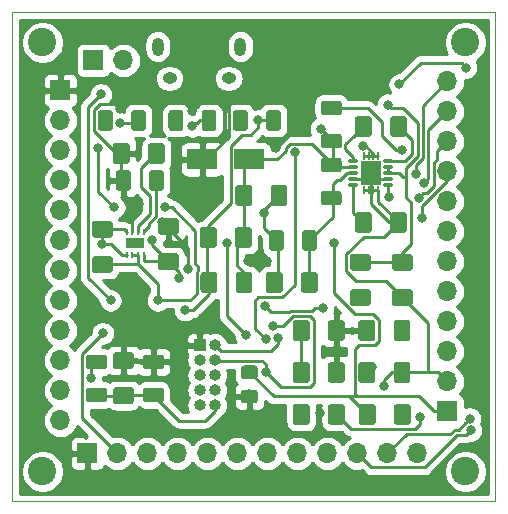
<source format=gbr>
G04 #@! TF.GenerationSoftware,KiCad,Pcbnew,(5.1.4)-1*
G04 #@! TF.CreationDate,2019-10-22T03:03:10-07:00*
G04 #@! TF.ProjectId,SAM_breakout_board,53414d5f-6272-4656-916b-6f75745f626f,rev?*
G04 #@! TF.SameCoordinates,PXd33a380PY5dfc8c0*
G04 #@! TF.FileFunction,Copper,L2,Bot*
G04 #@! TF.FilePolarity,Positive*
%FSLAX46Y46*%
G04 Gerber Fmt 4.6, Leading zero omitted, Abs format (unit mm)*
G04 Created by KiCad (PCBNEW (5.1.4)-1) date 2019-10-22 03:03:10*
%MOMM*%
%LPD*%
G04 APERTURE LIST*
%ADD10C,0.050000*%
%ADD11O,1.700000X1.700000*%
%ADD12R,1.700000X1.700000*%
%ADD13C,2.400000*%
%ADD14C,0.100000*%
%ADD15C,1.425000*%
%ADD16R,0.230000X0.600000*%
%ADD17R,0.650000X0.900000*%
%ADD18O,0.850000X0.280000*%
%ADD19R,0.280000X0.280000*%
%ADD20R,1.700000X2.150000*%
%ADD21R,0.250000X0.700000*%
%ADD22C,0.600000*%
%ADD23R,0.250000X0.500000*%
%ADD24R,1.600000X0.900000*%
%ADD25C,1.250000*%
%ADD26O,1.000000X1.000000*%
%ADD27R,1.000000X1.000000*%
%ADD28O,1.000000X1.550000*%
%ADD29O,1.250000X0.950000*%
%ADD30C,1.150000*%
%ADD31R,2.500000X1.800000*%
%ADD32C,0.800000*%
%ADD33C,0.250000*%
%ADD34C,0.254000*%
G04 APERTURE END LIST*
D10*
X-56642000Y-6350000D02*
X-56642000Y35052000D01*
X-15748000Y-6350000D02*
X-56642000Y-6350000D01*
X-15748000Y35052000D02*
X-15748000Y-6350000D01*
X-56642000Y35052000D02*
X-15748000Y35052000D01*
D11*
X-22352000Y-2286000D03*
X-24892000Y-2286000D03*
X-27432000Y-2286000D03*
X-29972000Y-2286000D03*
X-32512000Y-2286000D03*
X-35052000Y-2286000D03*
X-37592000Y-2286000D03*
X-40132000Y-2286000D03*
X-42672000Y-2286000D03*
X-45212000Y-2286000D03*
X-47752000Y-2286000D03*
D12*
X-50292000Y-2286000D03*
D13*
X-54102000Y-3810000D03*
X-18288000Y-3810000D03*
X-18288000Y32512000D03*
X-54102000Y32512000D03*
D11*
X-19812000Y29210000D03*
X-19812000Y26670000D03*
X-19812000Y24130000D03*
X-19812000Y21590000D03*
X-19812000Y19050000D03*
X-19812000Y16510000D03*
X-19812000Y13970000D03*
X-19812000Y11430000D03*
X-19812000Y8890000D03*
X-19812000Y6350000D03*
X-19812000Y3810000D03*
D12*
X-19812000Y1270000D03*
D14*
G36*
X-31697996Y1889796D02*
G01*
X-31673727Y1886196D01*
X-31649929Y1880235D01*
X-31626829Y1871970D01*
X-31604651Y1861480D01*
X-31583607Y1848867D01*
X-31563902Y1834253D01*
X-31545723Y1817777D01*
X-31529247Y1799598D01*
X-31514633Y1779893D01*
X-31502020Y1758849D01*
X-31491530Y1736671D01*
X-31483265Y1713571D01*
X-31477304Y1689773D01*
X-31473704Y1665504D01*
X-31472500Y1641000D01*
X-31472500Y391000D01*
X-31473704Y366496D01*
X-31477304Y342227D01*
X-31483265Y318429D01*
X-31491530Y295329D01*
X-31502020Y273151D01*
X-31514633Y252107D01*
X-31529247Y232402D01*
X-31545723Y214223D01*
X-31563902Y197747D01*
X-31583607Y183133D01*
X-31604651Y170520D01*
X-31626829Y160030D01*
X-31649929Y151765D01*
X-31673727Y145804D01*
X-31697996Y142204D01*
X-31722500Y141000D01*
X-32647500Y141000D01*
X-32672004Y142204D01*
X-32696273Y145804D01*
X-32720071Y151765D01*
X-32743171Y160030D01*
X-32765349Y170520D01*
X-32786393Y183133D01*
X-32806098Y197747D01*
X-32824277Y214223D01*
X-32840753Y232402D01*
X-32855367Y252107D01*
X-32867980Y273151D01*
X-32878470Y295329D01*
X-32886735Y318429D01*
X-32892696Y342227D01*
X-32896296Y366496D01*
X-32897500Y391000D01*
X-32897500Y1641000D01*
X-32896296Y1665504D01*
X-32892696Y1689773D01*
X-32886735Y1713571D01*
X-32878470Y1736671D01*
X-32867980Y1758849D01*
X-32855367Y1779893D01*
X-32840753Y1799598D01*
X-32824277Y1817777D01*
X-32806098Y1834253D01*
X-32786393Y1848867D01*
X-32765349Y1861480D01*
X-32743171Y1871970D01*
X-32720071Y1880235D01*
X-32696273Y1886196D01*
X-32672004Y1889796D01*
X-32647500Y1891000D01*
X-31722500Y1891000D01*
X-31697996Y1889796D01*
X-31697996Y1889796D01*
G37*
D15*
X-32185000Y1016000D03*
D14*
G36*
X-28722996Y1889796D02*
G01*
X-28698727Y1886196D01*
X-28674929Y1880235D01*
X-28651829Y1871970D01*
X-28629651Y1861480D01*
X-28608607Y1848867D01*
X-28588902Y1834253D01*
X-28570723Y1817777D01*
X-28554247Y1799598D01*
X-28539633Y1779893D01*
X-28527020Y1758849D01*
X-28516530Y1736671D01*
X-28508265Y1713571D01*
X-28502304Y1689773D01*
X-28498704Y1665504D01*
X-28497500Y1641000D01*
X-28497500Y391000D01*
X-28498704Y366496D01*
X-28502304Y342227D01*
X-28508265Y318429D01*
X-28516530Y295329D01*
X-28527020Y273151D01*
X-28539633Y252107D01*
X-28554247Y232402D01*
X-28570723Y214223D01*
X-28588902Y197747D01*
X-28608607Y183133D01*
X-28629651Y170520D01*
X-28651829Y160030D01*
X-28674929Y151765D01*
X-28698727Y145804D01*
X-28722996Y142204D01*
X-28747500Y141000D01*
X-29672500Y141000D01*
X-29697004Y142204D01*
X-29721273Y145804D01*
X-29745071Y151765D01*
X-29768171Y160030D01*
X-29790349Y170520D01*
X-29811393Y183133D01*
X-29831098Y197747D01*
X-29849277Y214223D01*
X-29865753Y232402D01*
X-29880367Y252107D01*
X-29892980Y273151D01*
X-29903470Y295329D01*
X-29911735Y318429D01*
X-29917696Y342227D01*
X-29921296Y366496D01*
X-29922500Y391000D01*
X-29922500Y1641000D01*
X-29921296Y1665504D01*
X-29917696Y1689773D01*
X-29911735Y1713571D01*
X-29903470Y1736671D01*
X-29892980Y1758849D01*
X-29880367Y1779893D01*
X-29865753Y1799598D01*
X-29849277Y1817777D01*
X-29831098Y1834253D01*
X-29811393Y1848867D01*
X-29790349Y1861480D01*
X-29768171Y1871970D01*
X-29745071Y1880235D01*
X-29721273Y1886196D01*
X-29697004Y1889796D01*
X-29672500Y1891000D01*
X-28747500Y1891000D01*
X-28722996Y1889796D01*
X-28722996Y1889796D01*
G37*
D15*
X-29210000Y1016000D03*
D16*
X-26889000Y20038000D03*
X-26489000Y20038000D03*
X-26089000Y20038000D03*
X-25689000Y20038000D03*
X-26889000Y22888000D03*
X-26489000Y22888000D03*
X-26089000Y22888000D03*
X-25689000Y22888000D03*
D17*
X-26724000Y22023000D03*
X-25854000Y20903000D03*
X-26724000Y20903000D03*
X-25854000Y22023000D03*
D18*
X-27764000Y22463000D03*
X-27764000Y21963000D03*
X-27764000Y21463000D03*
D19*
X-28049000Y20963000D03*
X-28049000Y20463000D03*
D18*
X-24814000Y20463000D03*
D19*
X-24529000Y20963000D03*
D18*
X-24814000Y21463000D03*
D19*
X-24529000Y21963000D03*
X-24529000Y22463000D03*
D20*
X-26289000Y21463000D03*
D21*
X-26489000Y20038000D03*
X-26089000Y20038000D03*
X-26489000Y22888000D03*
X-26089000Y22888000D03*
D22*
X-26789000Y20963000D03*
X-25789000Y20963000D03*
X-26789000Y21963000D03*
X-25789000Y21963000D03*
X-26289000Y21463000D03*
D19*
X-28049000Y22463000D03*
X-28049000Y21963000D03*
X-28049000Y21463000D03*
D18*
X-27764000Y20963000D03*
X-27764000Y20463000D03*
D19*
X-24529000Y20463000D03*
D18*
X-24814000Y20963000D03*
D19*
X-24529000Y21463000D03*
D18*
X-24814000Y21963000D03*
X-24814000Y22463000D03*
D21*
X-26889000Y22888000D03*
X-25689000Y22888000D03*
X-26889000Y20038000D03*
X-25689000Y20038000D03*
D23*
X-46478000Y16444000D03*
X-46978000Y16444000D03*
X-46978000Y14544000D03*
X-45978000Y14544000D03*
X-45478000Y14544000D03*
D24*
X-46228000Y15494000D03*
D22*
X-46728000Y15494000D03*
X-45728000Y15494000D03*
D23*
X-45478000Y16444000D03*
X-45978000Y16444000D03*
X-46478000Y14544000D03*
D14*
G36*
X-28992296Y24783356D02*
G01*
X-28968027Y24779756D01*
X-28944229Y24773795D01*
X-28921129Y24765530D01*
X-28898951Y24755040D01*
X-28877907Y24742427D01*
X-28858202Y24727813D01*
X-28840023Y24711337D01*
X-28823547Y24693158D01*
X-28808933Y24673453D01*
X-28796320Y24652409D01*
X-28785830Y24630231D01*
X-28777565Y24607131D01*
X-28771604Y24583333D01*
X-28768004Y24559064D01*
X-28766800Y24534560D01*
X-28766800Y23784560D01*
X-28768004Y23760056D01*
X-28771604Y23735787D01*
X-28777565Y23711989D01*
X-28785830Y23688889D01*
X-28796320Y23666711D01*
X-28808933Y23645667D01*
X-28823547Y23625962D01*
X-28840023Y23607783D01*
X-28858202Y23591307D01*
X-28877907Y23576693D01*
X-28898951Y23564080D01*
X-28921129Y23553590D01*
X-28944229Y23545325D01*
X-28968027Y23539364D01*
X-28992296Y23535764D01*
X-29016800Y23534560D01*
X-30266800Y23534560D01*
X-30291304Y23535764D01*
X-30315573Y23539364D01*
X-30339371Y23545325D01*
X-30362471Y23553590D01*
X-30384649Y23564080D01*
X-30405693Y23576693D01*
X-30425398Y23591307D01*
X-30443577Y23607783D01*
X-30460053Y23625962D01*
X-30474667Y23645667D01*
X-30487280Y23666711D01*
X-30497770Y23688889D01*
X-30506035Y23711989D01*
X-30511996Y23735787D01*
X-30515596Y23760056D01*
X-30516800Y23784560D01*
X-30516800Y24534560D01*
X-30515596Y24559064D01*
X-30511996Y24583333D01*
X-30506035Y24607131D01*
X-30497770Y24630231D01*
X-30487280Y24652409D01*
X-30474667Y24673453D01*
X-30460053Y24693158D01*
X-30443577Y24711337D01*
X-30425398Y24727813D01*
X-30405693Y24742427D01*
X-30384649Y24755040D01*
X-30362471Y24765530D01*
X-30339371Y24773795D01*
X-30315573Y24779756D01*
X-30291304Y24783356D01*
X-30266800Y24784560D01*
X-29016800Y24784560D01*
X-28992296Y24783356D01*
X-28992296Y24783356D01*
G37*
D25*
X-29641800Y24159560D03*
D14*
G36*
X-28992296Y27583356D02*
G01*
X-28968027Y27579756D01*
X-28944229Y27573795D01*
X-28921129Y27565530D01*
X-28898951Y27555040D01*
X-28877907Y27542427D01*
X-28858202Y27527813D01*
X-28840023Y27511337D01*
X-28823547Y27493158D01*
X-28808933Y27473453D01*
X-28796320Y27452409D01*
X-28785830Y27430231D01*
X-28777565Y27407131D01*
X-28771604Y27383333D01*
X-28768004Y27359064D01*
X-28766800Y27334560D01*
X-28766800Y26584560D01*
X-28768004Y26560056D01*
X-28771604Y26535787D01*
X-28777565Y26511989D01*
X-28785830Y26488889D01*
X-28796320Y26466711D01*
X-28808933Y26445667D01*
X-28823547Y26425962D01*
X-28840023Y26407783D01*
X-28858202Y26391307D01*
X-28877907Y26376693D01*
X-28898951Y26364080D01*
X-28921129Y26353590D01*
X-28944229Y26345325D01*
X-28968027Y26339364D01*
X-28992296Y26335764D01*
X-29016800Y26334560D01*
X-30266800Y26334560D01*
X-30291304Y26335764D01*
X-30315573Y26339364D01*
X-30339371Y26345325D01*
X-30362471Y26353590D01*
X-30384649Y26364080D01*
X-30405693Y26376693D01*
X-30425398Y26391307D01*
X-30443577Y26407783D01*
X-30460053Y26425962D01*
X-30474667Y26445667D01*
X-30487280Y26466711D01*
X-30497770Y26488889D01*
X-30506035Y26511989D01*
X-30511996Y26535787D01*
X-30515596Y26560056D01*
X-30516800Y26584560D01*
X-30516800Y27334560D01*
X-30515596Y27359064D01*
X-30511996Y27383333D01*
X-30506035Y27407131D01*
X-30497770Y27430231D01*
X-30487280Y27452409D01*
X-30474667Y27473453D01*
X-30460053Y27493158D01*
X-30443577Y27511337D01*
X-30425398Y27527813D01*
X-30405693Y27542427D01*
X-30384649Y27555040D01*
X-30362471Y27565530D01*
X-30339371Y27573795D01*
X-30315573Y27579756D01*
X-30291304Y27583356D01*
X-30266800Y27584560D01*
X-29016800Y27584560D01*
X-28992296Y27583356D01*
X-28992296Y27583356D01*
G37*
D25*
X-29641800Y26959560D03*
D14*
G36*
X-33890496Y16621796D02*
G01*
X-33866227Y16618196D01*
X-33842429Y16612235D01*
X-33819329Y16603970D01*
X-33797151Y16593480D01*
X-33776107Y16580867D01*
X-33756402Y16566253D01*
X-33738223Y16549777D01*
X-33721747Y16531598D01*
X-33707133Y16511893D01*
X-33694520Y16490849D01*
X-33684030Y16468671D01*
X-33675765Y16445571D01*
X-33669804Y16421773D01*
X-33666204Y16397504D01*
X-33665000Y16373000D01*
X-33665000Y15123000D01*
X-33666204Y15098496D01*
X-33669804Y15074227D01*
X-33675765Y15050429D01*
X-33684030Y15027329D01*
X-33694520Y15005151D01*
X-33707133Y14984107D01*
X-33721747Y14964402D01*
X-33738223Y14946223D01*
X-33756402Y14929747D01*
X-33776107Y14915133D01*
X-33797151Y14902520D01*
X-33819329Y14892030D01*
X-33842429Y14883765D01*
X-33866227Y14877804D01*
X-33890496Y14874204D01*
X-33915000Y14873000D01*
X-34665000Y14873000D01*
X-34689504Y14874204D01*
X-34713773Y14877804D01*
X-34737571Y14883765D01*
X-34760671Y14892030D01*
X-34782849Y14902520D01*
X-34803893Y14915133D01*
X-34823598Y14929747D01*
X-34841777Y14946223D01*
X-34858253Y14964402D01*
X-34872867Y14984107D01*
X-34885480Y15005151D01*
X-34895970Y15027329D01*
X-34904235Y15050429D01*
X-34910196Y15074227D01*
X-34913796Y15098496D01*
X-34915000Y15123000D01*
X-34915000Y16373000D01*
X-34913796Y16397504D01*
X-34910196Y16421773D01*
X-34904235Y16445571D01*
X-34895970Y16468671D01*
X-34885480Y16490849D01*
X-34872867Y16511893D01*
X-34858253Y16531598D01*
X-34841777Y16549777D01*
X-34823598Y16566253D01*
X-34803893Y16580867D01*
X-34782849Y16593480D01*
X-34760671Y16603970D01*
X-34737571Y16612235D01*
X-34713773Y16618196D01*
X-34689504Y16621796D01*
X-34665000Y16623000D01*
X-33915000Y16623000D01*
X-33890496Y16621796D01*
X-33890496Y16621796D01*
G37*
D25*
X-34290000Y15748000D03*
D14*
G36*
X-31090496Y16621796D02*
G01*
X-31066227Y16618196D01*
X-31042429Y16612235D01*
X-31019329Y16603970D01*
X-30997151Y16593480D01*
X-30976107Y16580867D01*
X-30956402Y16566253D01*
X-30938223Y16549777D01*
X-30921747Y16531598D01*
X-30907133Y16511893D01*
X-30894520Y16490849D01*
X-30884030Y16468671D01*
X-30875765Y16445571D01*
X-30869804Y16421773D01*
X-30866204Y16397504D01*
X-30865000Y16373000D01*
X-30865000Y15123000D01*
X-30866204Y15098496D01*
X-30869804Y15074227D01*
X-30875765Y15050429D01*
X-30884030Y15027329D01*
X-30894520Y15005151D01*
X-30907133Y14984107D01*
X-30921747Y14964402D01*
X-30938223Y14946223D01*
X-30956402Y14929747D01*
X-30976107Y14915133D01*
X-30997151Y14902520D01*
X-31019329Y14892030D01*
X-31042429Y14883765D01*
X-31066227Y14877804D01*
X-31090496Y14874204D01*
X-31115000Y14873000D01*
X-31865000Y14873000D01*
X-31889504Y14874204D01*
X-31913773Y14877804D01*
X-31937571Y14883765D01*
X-31960671Y14892030D01*
X-31982849Y14902520D01*
X-32003893Y14915133D01*
X-32023598Y14929747D01*
X-32041777Y14946223D01*
X-32058253Y14964402D01*
X-32072867Y14984107D01*
X-32085480Y15005151D01*
X-32095970Y15027329D01*
X-32104235Y15050429D01*
X-32110196Y15074227D01*
X-32113796Y15098496D01*
X-32115000Y15123000D01*
X-32115000Y16373000D01*
X-32113796Y16397504D01*
X-32110196Y16421773D01*
X-32104235Y16445571D01*
X-32095970Y16468671D01*
X-32085480Y16490849D01*
X-32072867Y16511893D01*
X-32058253Y16531598D01*
X-32041777Y16549777D01*
X-32023598Y16566253D01*
X-32003893Y16580867D01*
X-31982849Y16593480D01*
X-31960671Y16603970D01*
X-31937571Y16612235D01*
X-31913773Y16618196D01*
X-31889504Y16621796D01*
X-31865000Y16623000D01*
X-31115000Y16623000D01*
X-31090496Y16621796D01*
X-31090496Y16621796D01*
G37*
D25*
X-31490000Y15748000D03*
D14*
G36*
X-29002456Y19963356D02*
G01*
X-28978187Y19959756D01*
X-28954389Y19953795D01*
X-28931289Y19945530D01*
X-28909111Y19935040D01*
X-28888067Y19922427D01*
X-28868362Y19907813D01*
X-28850183Y19891337D01*
X-28833707Y19873158D01*
X-28819093Y19853453D01*
X-28806480Y19832409D01*
X-28795990Y19810231D01*
X-28787725Y19787131D01*
X-28781764Y19763333D01*
X-28778164Y19739064D01*
X-28776960Y19714560D01*
X-28776960Y18964560D01*
X-28778164Y18940056D01*
X-28781764Y18915787D01*
X-28787725Y18891989D01*
X-28795990Y18868889D01*
X-28806480Y18846711D01*
X-28819093Y18825667D01*
X-28833707Y18805962D01*
X-28850183Y18787783D01*
X-28868362Y18771307D01*
X-28888067Y18756693D01*
X-28909111Y18744080D01*
X-28931289Y18733590D01*
X-28954389Y18725325D01*
X-28978187Y18719364D01*
X-29002456Y18715764D01*
X-29026960Y18714560D01*
X-30276960Y18714560D01*
X-30301464Y18715764D01*
X-30325733Y18719364D01*
X-30349531Y18725325D01*
X-30372631Y18733590D01*
X-30394809Y18744080D01*
X-30415853Y18756693D01*
X-30435558Y18771307D01*
X-30453737Y18787783D01*
X-30470213Y18805962D01*
X-30484827Y18825667D01*
X-30497440Y18846711D01*
X-30507930Y18868889D01*
X-30516195Y18891989D01*
X-30522156Y18915787D01*
X-30525756Y18940056D01*
X-30526960Y18964560D01*
X-30526960Y19714560D01*
X-30525756Y19739064D01*
X-30522156Y19763333D01*
X-30516195Y19787131D01*
X-30507930Y19810231D01*
X-30497440Y19832409D01*
X-30484827Y19853453D01*
X-30470213Y19873158D01*
X-30453737Y19891337D01*
X-30435558Y19907813D01*
X-30415853Y19922427D01*
X-30394809Y19935040D01*
X-30372631Y19945530D01*
X-30349531Y19953795D01*
X-30325733Y19959756D01*
X-30301464Y19963356D01*
X-30276960Y19964560D01*
X-29026960Y19964560D01*
X-29002456Y19963356D01*
X-29002456Y19963356D01*
G37*
D25*
X-29651960Y19339560D03*
D14*
G36*
X-29002456Y22763356D02*
G01*
X-28978187Y22759756D01*
X-28954389Y22753795D01*
X-28931289Y22745530D01*
X-28909111Y22735040D01*
X-28888067Y22722427D01*
X-28868362Y22707813D01*
X-28850183Y22691337D01*
X-28833707Y22673158D01*
X-28819093Y22653453D01*
X-28806480Y22632409D01*
X-28795990Y22610231D01*
X-28787725Y22587131D01*
X-28781764Y22563333D01*
X-28778164Y22539064D01*
X-28776960Y22514560D01*
X-28776960Y21764560D01*
X-28778164Y21740056D01*
X-28781764Y21715787D01*
X-28787725Y21691989D01*
X-28795990Y21668889D01*
X-28806480Y21646711D01*
X-28819093Y21625667D01*
X-28833707Y21605962D01*
X-28850183Y21587783D01*
X-28868362Y21571307D01*
X-28888067Y21556693D01*
X-28909111Y21544080D01*
X-28931289Y21533590D01*
X-28954389Y21525325D01*
X-28978187Y21519364D01*
X-29002456Y21515764D01*
X-29026960Y21514560D01*
X-30276960Y21514560D01*
X-30301464Y21515764D01*
X-30325733Y21519364D01*
X-30349531Y21525325D01*
X-30372631Y21533590D01*
X-30394809Y21544080D01*
X-30415853Y21556693D01*
X-30435558Y21571307D01*
X-30453737Y21587783D01*
X-30470213Y21605962D01*
X-30484827Y21625667D01*
X-30497440Y21646711D01*
X-30507930Y21668889D01*
X-30516195Y21691989D01*
X-30522156Y21715787D01*
X-30525756Y21740056D01*
X-30526960Y21764560D01*
X-30526960Y22514560D01*
X-30525756Y22539064D01*
X-30522156Y22563333D01*
X-30516195Y22587131D01*
X-30507930Y22610231D01*
X-30497440Y22632409D01*
X-30484827Y22653453D01*
X-30470213Y22673158D01*
X-30453737Y22691337D01*
X-30435558Y22707813D01*
X-30415853Y22722427D01*
X-30394809Y22735040D01*
X-30372631Y22745530D01*
X-30349531Y22753795D01*
X-30325733Y22759756D01*
X-30301464Y22763356D01*
X-30276960Y22764560D01*
X-29026960Y22764560D01*
X-29002456Y22763356D01*
X-29002456Y22763356D01*
G37*
D25*
X-29651960Y22139560D03*
D14*
G36*
X-34144496Y26781796D02*
G01*
X-34120227Y26778196D01*
X-34096429Y26772235D01*
X-34073329Y26763970D01*
X-34051151Y26753480D01*
X-34030107Y26740867D01*
X-34010402Y26726253D01*
X-33992223Y26709777D01*
X-33975747Y26691598D01*
X-33961133Y26671893D01*
X-33948520Y26650849D01*
X-33938030Y26628671D01*
X-33929765Y26605571D01*
X-33923804Y26581773D01*
X-33920204Y26557504D01*
X-33919000Y26533000D01*
X-33919000Y25283000D01*
X-33920204Y25258496D01*
X-33923804Y25234227D01*
X-33929765Y25210429D01*
X-33938030Y25187329D01*
X-33948520Y25165151D01*
X-33961133Y25144107D01*
X-33975747Y25124402D01*
X-33992223Y25106223D01*
X-34010402Y25089747D01*
X-34030107Y25075133D01*
X-34051151Y25062520D01*
X-34073329Y25052030D01*
X-34096429Y25043765D01*
X-34120227Y25037804D01*
X-34144496Y25034204D01*
X-34169000Y25033000D01*
X-34919000Y25033000D01*
X-34943504Y25034204D01*
X-34967773Y25037804D01*
X-34991571Y25043765D01*
X-35014671Y25052030D01*
X-35036849Y25062520D01*
X-35057893Y25075133D01*
X-35077598Y25089747D01*
X-35095777Y25106223D01*
X-35112253Y25124402D01*
X-35126867Y25144107D01*
X-35139480Y25165151D01*
X-35149970Y25187329D01*
X-35158235Y25210429D01*
X-35164196Y25234227D01*
X-35167796Y25258496D01*
X-35169000Y25283000D01*
X-35169000Y26533000D01*
X-35167796Y26557504D01*
X-35164196Y26581773D01*
X-35158235Y26605571D01*
X-35149970Y26628671D01*
X-35139480Y26650849D01*
X-35126867Y26671893D01*
X-35112253Y26691598D01*
X-35095777Y26709777D01*
X-35077598Y26726253D01*
X-35057893Y26740867D01*
X-35036849Y26753480D01*
X-35014671Y26763970D01*
X-34991571Y26772235D01*
X-34967773Y26778196D01*
X-34943504Y26781796D01*
X-34919000Y26783000D01*
X-34169000Y26783000D01*
X-34144496Y26781796D01*
X-34144496Y26781796D01*
G37*
D25*
X-34544000Y25908000D03*
D14*
G36*
X-36944496Y26781796D02*
G01*
X-36920227Y26778196D01*
X-36896429Y26772235D01*
X-36873329Y26763970D01*
X-36851151Y26753480D01*
X-36830107Y26740867D01*
X-36810402Y26726253D01*
X-36792223Y26709777D01*
X-36775747Y26691598D01*
X-36761133Y26671893D01*
X-36748520Y26650849D01*
X-36738030Y26628671D01*
X-36729765Y26605571D01*
X-36723804Y26581773D01*
X-36720204Y26557504D01*
X-36719000Y26533000D01*
X-36719000Y25283000D01*
X-36720204Y25258496D01*
X-36723804Y25234227D01*
X-36729765Y25210429D01*
X-36738030Y25187329D01*
X-36748520Y25165151D01*
X-36761133Y25144107D01*
X-36775747Y25124402D01*
X-36792223Y25106223D01*
X-36810402Y25089747D01*
X-36830107Y25075133D01*
X-36851151Y25062520D01*
X-36873329Y25052030D01*
X-36896429Y25043765D01*
X-36920227Y25037804D01*
X-36944496Y25034204D01*
X-36969000Y25033000D01*
X-37719000Y25033000D01*
X-37743504Y25034204D01*
X-37767773Y25037804D01*
X-37791571Y25043765D01*
X-37814671Y25052030D01*
X-37836849Y25062520D01*
X-37857893Y25075133D01*
X-37877598Y25089747D01*
X-37895777Y25106223D01*
X-37912253Y25124402D01*
X-37926867Y25144107D01*
X-37939480Y25165151D01*
X-37949970Y25187329D01*
X-37958235Y25210429D01*
X-37964196Y25234227D01*
X-37967796Y25258496D01*
X-37969000Y25283000D01*
X-37969000Y26533000D01*
X-37967796Y26557504D01*
X-37964196Y26581773D01*
X-37958235Y26605571D01*
X-37949970Y26628671D01*
X-37939480Y26650849D01*
X-37926867Y26671893D01*
X-37912253Y26691598D01*
X-37895777Y26709777D01*
X-37877598Y26726253D01*
X-37857893Y26740867D01*
X-37836849Y26753480D01*
X-37814671Y26763970D01*
X-37791571Y26772235D01*
X-37767773Y26778196D01*
X-37743504Y26781796D01*
X-37719000Y26783000D01*
X-36969000Y26783000D01*
X-36944496Y26781796D01*
X-36944496Y26781796D01*
G37*
D25*
X-37344000Y25908000D03*
D14*
G36*
X-45574496Y26781796D02*
G01*
X-45550227Y26778196D01*
X-45526429Y26772235D01*
X-45503329Y26763970D01*
X-45481151Y26753480D01*
X-45460107Y26740867D01*
X-45440402Y26726253D01*
X-45422223Y26709777D01*
X-45405747Y26691598D01*
X-45391133Y26671893D01*
X-45378520Y26650849D01*
X-45368030Y26628671D01*
X-45359765Y26605571D01*
X-45353804Y26581773D01*
X-45350204Y26557504D01*
X-45349000Y26533000D01*
X-45349000Y25283000D01*
X-45350204Y25258496D01*
X-45353804Y25234227D01*
X-45359765Y25210429D01*
X-45368030Y25187329D01*
X-45378520Y25165151D01*
X-45391133Y25144107D01*
X-45405747Y25124402D01*
X-45422223Y25106223D01*
X-45440402Y25089747D01*
X-45460107Y25075133D01*
X-45481151Y25062520D01*
X-45503329Y25052030D01*
X-45526429Y25043765D01*
X-45550227Y25037804D01*
X-45574496Y25034204D01*
X-45599000Y25033000D01*
X-46349000Y25033000D01*
X-46373504Y25034204D01*
X-46397773Y25037804D01*
X-46421571Y25043765D01*
X-46444671Y25052030D01*
X-46466849Y25062520D01*
X-46487893Y25075133D01*
X-46507598Y25089747D01*
X-46525777Y25106223D01*
X-46542253Y25124402D01*
X-46556867Y25144107D01*
X-46569480Y25165151D01*
X-46579970Y25187329D01*
X-46588235Y25210429D01*
X-46594196Y25234227D01*
X-46597796Y25258496D01*
X-46599000Y25283000D01*
X-46599000Y26533000D01*
X-46597796Y26557504D01*
X-46594196Y26581773D01*
X-46588235Y26605571D01*
X-46579970Y26628671D01*
X-46569480Y26650849D01*
X-46556867Y26671893D01*
X-46542253Y26691598D01*
X-46525777Y26709777D01*
X-46507598Y26726253D01*
X-46487893Y26740867D01*
X-46466849Y26753480D01*
X-46444671Y26763970D01*
X-46421571Y26772235D01*
X-46397773Y26778196D01*
X-46373504Y26781796D01*
X-46349000Y26783000D01*
X-45599000Y26783000D01*
X-45574496Y26781796D01*
X-45574496Y26781796D01*
G37*
D25*
X-45974000Y25908000D03*
D14*
G36*
X-48374496Y26781796D02*
G01*
X-48350227Y26778196D01*
X-48326429Y26772235D01*
X-48303329Y26763970D01*
X-48281151Y26753480D01*
X-48260107Y26740867D01*
X-48240402Y26726253D01*
X-48222223Y26709777D01*
X-48205747Y26691598D01*
X-48191133Y26671893D01*
X-48178520Y26650849D01*
X-48168030Y26628671D01*
X-48159765Y26605571D01*
X-48153804Y26581773D01*
X-48150204Y26557504D01*
X-48149000Y26533000D01*
X-48149000Y25283000D01*
X-48150204Y25258496D01*
X-48153804Y25234227D01*
X-48159765Y25210429D01*
X-48168030Y25187329D01*
X-48178520Y25165151D01*
X-48191133Y25144107D01*
X-48205747Y25124402D01*
X-48222223Y25106223D01*
X-48240402Y25089747D01*
X-48260107Y25075133D01*
X-48281151Y25062520D01*
X-48303329Y25052030D01*
X-48326429Y25043765D01*
X-48350227Y25037804D01*
X-48374496Y25034204D01*
X-48399000Y25033000D01*
X-49149000Y25033000D01*
X-49173504Y25034204D01*
X-49197773Y25037804D01*
X-49221571Y25043765D01*
X-49244671Y25052030D01*
X-49266849Y25062520D01*
X-49287893Y25075133D01*
X-49307598Y25089747D01*
X-49325777Y25106223D01*
X-49342253Y25124402D01*
X-49356867Y25144107D01*
X-49369480Y25165151D01*
X-49379970Y25187329D01*
X-49388235Y25210429D01*
X-49394196Y25234227D01*
X-49397796Y25258496D01*
X-49399000Y25283000D01*
X-49399000Y26533000D01*
X-49397796Y26557504D01*
X-49394196Y26581773D01*
X-49388235Y26605571D01*
X-49379970Y26628671D01*
X-49369480Y26650849D01*
X-49356867Y26671893D01*
X-49342253Y26691598D01*
X-49325777Y26709777D01*
X-49307598Y26726253D01*
X-49287893Y26740867D01*
X-49266849Y26753480D01*
X-49244671Y26763970D01*
X-49221571Y26772235D01*
X-49197773Y26778196D01*
X-49173504Y26781796D01*
X-49149000Y26783000D01*
X-48399000Y26783000D01*
X-48374496Y26781796D01*
X-48374496Y26781796D01*
G37*
D25*
X-48774000Y25908000D03*
D14*
G36*
X-39602496Y26781796D02*
G01*
X-39578227Y26778196D01*
X-39554429Y26772235D01*
X-39531329Y26763970D01*
X-39509151Y26753480D01*
X-39488107Y26740867D01*
X-39468402Y26726253D01*
X-39450223Y26709777D01*
X-39433747Y26691598D01*
X-39419133Y26671893D01*
X-39406520Y26650849D01*
X-39396030Y26628671D01*
X-39387765Y26605571D01*
X-39381804Y26581773D01*
X-39378204Y26557504D01*
X-39377000Y26533000D01*
X-39377000Y25283000D01*
X-39378204Y25258496D01*
X-39381804Y25234227D01*
X-39387765Y25210429D01*
X-39396030Y25187329D01*
X-39406520Y25165151D01*
X-39419133Y25144107D01*
X-39433747Y25124402D01*
X-39450223Y25106223D01*
X-39468402Y25089747D01*
X-39488107Y25075133D01*
X-39509151Y25062520D01*
X-39531329Y25052030D01*
X-39554429Y25043765D01*
X-39578227Y25037804D01*
X-39602496Y25034204D01*
X-39627000Y25033000D01*
X-40377000Y25033000D01*
X-40401504Y25034204D01*
X-40425773Y25037804D01*
X-40449571Y25043765D01*
X-40472671Y25052030D01*
X-40494849Y25062520D01*
X-40515893Y25075133D01*
X-40535598Y25089747D01*
X-40553777Y25106223D01*
X-40570253Y25124402D01*
X-40584867Y25144107D01*
X-40597480Y25165151D01*
X-40607970Y25187329D01*
X-40616235Y25210429D01*
X-40622196Y25234227D01*
X-40625796Y25258496D01*
X-40627000Y25283000D01*
X-40627000Y26533000D01*
X-40625796Y26557504D01*
X-40622196Y26581773D01*
X-40616235Y26605571D01*
X-40607970Y26628671D01*
X-40597480Y26650849D01*
X-40584867Y26671893D01*
X-40570253Y26691598D01*
X-40553777Y26709777D01*
X-40535598Y26726253D01*
X-40515893Y26740867D01*
X-40494849Y26753480D01*
X-40472671Y26763970D01*
X-40449571Y26772235D01*
X-40425773Y26778196D01*
X-40401504Y26781796D01*
X-40377000Y26783000D01*
X-39627000Y26783000D01*
X-39602496Y26781796D01*
X-39602496Y26781796D01*
G37*
D25*
X-40002000Y25908000D03*
D14*
G36*
X-42402496Y26781796D02*
G01*
X-42378227Y26778196D01*
X-42354429Y26772235D01*
X-42331329Y26763970D01*
X-42309151Y26753480D01*
X-42288107Y26740867D01*
X-42268402Y26726253D01*
X-42250223Y26709777D01*
X-42233747Y26691598D01*
X-42219133Y26671893D01*
X-42206520Y26650849D01*
X-42196030Y26628671D01*
X-42187765Y26605571D01*
X-42181804Y26581773D01*
X-42178204Y26557504D01*
X-42177000Y26533000D01*
X-42177000Y25283000D01*
X-42178204Y25258496D01*
X-42181804Y25234227D01*
X-42187765Y25210429D01*
X-42196030Y25187329D01*
X-42206520Y25165151D01*
X-42219133Y25144107D01*
X-42233747Y25124402D01*
X-42250223Y25106223D01*
X-42268402Y25089747D01*
X-42288107Y25075133D01*
X-42309151Y25062520D01*
X-42331329Y25052030D01*
X-42354429Y25043765D01*
X-42378227Y25037804D01*
X-42402496Y25034204D01*
X-42427000Y25033000D01*
X-43177000Y25033000D01*
X-43201504Y25034204D01*
X-43225773Y25037804D01*
X-43249571Y25043765D01*
X-43272671Y25052030D01*
X-43294849Y25062520D01*
X-43315893Y25075133D01*
X-43335598Y25089747D01*
X-43353777Y25106223D01*
X-43370253Y25124402D01*
X-43384867Y25144107D01*
X-43397480Y25165151D01*
X-43407970Y25187329D01*
X-43416235Y25210429D01*
X-43422196Y25234227D01*
X-43425796Y25258496D01*
X-43427000Y25283000D01*
X-43427000Y26533000D01*
X-43425796Y26557504D01*
X-43422196Y26581773D01*
X-43416235Y26605571D01*
X-43407970Y26628671D01*
X-43397480Y26650849D01*
X-43384867Y26671893D01*
X-43370253Y26691598D01*
X-43353777Y26709777D01*
X-43335598Y26726253D01*
X-43315893Y26740867D01*
X-43294849Y26753480D01*
X-43272671Y26763970D01*
X-43249571Y26772235D01*
X-43225773Y26778196D01*
X-43201504Y26781796D01*
X-43177000Y26783000D01*
X-42427000Y26783000D01*
X-42402496Y26781796D01*
X-42402496Y26781796D01*
G37*
D25*
X-42802000Y25908000D03*
D14*
G36*
X-46850496Y21701796D02*
G01*
X-46826227Y21698196D01*
X-46802429Y21692235D01*
X-46779329Y21683970D01*
X-46757151Y21673480D01*
X-46736107Y21660867D01*
X-46716402Y21646253D01*
X-46698223Y21629777D01*
X-46681747Y21611598D01*
X-46667133Y21591893D01*
X-46654520Y21570849D01*
X-46644030Y21548671D01*
X-46635765Y21525571D01*
X-46629804Y21501773D01*
X-46626204Y21477504D01*
X-46625000Y21453000D01*
X-46625000Y20203000D01*
X-46626204Y20178496D01*
X-46629804Y20154227D01*
X-46635765Y20130429D01*
X-46644030Y20107329D01*
X-46654520Y20085151D01*
X-46667133Y20064107D01*
X-46681747Y20044402D01*
X-46698223Y20026223D01*
X-46716402Y20009747D01*
X-46736107Y19995133D01*
X-46757151Y19982520D01*
X-46779329Y19972030D01*
X-46802429Y19963765D01*
X-46826227Y19957804D01*
X-46850496Y19954204D01*
X-46875000Y19953000D01*
X-47625000Y19953000D01*
X-47649504Y19954204D01*
X-47673773Y19957804D01*
X-47697571Y19963765D01*
X-47720671Y19972030D01*
X-47742849Y19982520D01*
X-47763893Y19995133D01*
X-47783598Y20009747D01*
X-47801777Y20026223D01*
X-47818253Y20044402D01*
X-47832867Y20064107D01*
X-47845480Y20085151D01*
X-47855970Y20107329D01*
X-47864235Y20130429D01*
X-47870196Y20154227D01*
X-47873796Y20178496D01*
X-47875000Y20203000D01*
X-47875000Y21453000D01*
X-47873796Y21477504D01*
X-47870196Y21501773D01*
X-47864235Y21525571D01*
X-47855970Y21548671D01*
X-47845480Y21570849D01*
X-47832867Y21591893D01*
X-47818253Y21611598D01*
X-47801777Y21629777D01*
X-47783598Y21646253D01*
X-47763893Y21660867D01*
X-47742849Y21673480D01*
X-47720671Y21683970D01*
X-47697571Y21692235D01*
X-47673773Y21698196D01*
X-47649504Y21701796D01*
X-47625000Y21703000D01*
X-46875000Y21703000D01*
X-46850496Y21701796D01*
X-46850496Y21701796D01*
G37*
D25*
X-47250000Y20828000D03*
D14*
G36*
X-44050496Y21701796D02*
G01*
X-44026227Y21698196D01*
X-44002429Y21692235D01*
X-43979329Y21683970D01*
X-43957151Y21673480D01*
X-43936107Y21660867D01*
X-43916402Y21646253D01*
X-43898223Y21629777D01*
X-43881747Y21611598D01*
X-43867133Y21591893D01*
X-43854520Y21570849D01*
X-43844030Y21548671D01*
X-43835765Y21525571D01*
X-43829804Y21501773D01*
X-43826204Y21477504D01*
X-43825000Y21453000D01*
X-43825000Y20203000D01*
X-43826204Y20178496D01*
X-43829804Y20154227D01*
X-43835765Y20130429D01*
X-43844030Y20107329D01*
X-43854520Y20085151D01*
X-43867133Y20064107D01*
X-43881747Y20044402D01*
X-43898223Y20026223D01*
X-43916402Y20009747D01*
X-43936107Y19995133D01*
X-43957151Y19982520D01*
X-43979329Y19972030D01*
X-44002429Y19963765D01*
X-44026227Y19957804D01*
X-44050496Y19954204D01*
X-44075000Y19953000D01*
X-44825000Y19953000D01*
X-44849504Y19954204D01*
X-44873773Y19957804D01*
X-44897571Y19963765D01*
X-44920671Y19972030D01*
X-44942849Y19982520D01*
X-44963893Y19995133D01*
X-44983598Y20009747D01*
X-45001777Y20026223D01*
X-45018253Y20044402D01*
X-45032867Y20064107D01*
X-45045480Y20085151D01*
X-45055970Y20107329D01*
X-45064235Y20130429D01*
X-45070196Y20154227D01*
X-45073796Y20178496D01*
X-45075000Y20203000D01*
X-45075000Y21453000D01*
X-45073796Y21477504D01*
X-45070196Y21501773D01*
X-45064235Y21525571D01*
X-45055970Y21548671D01*
X-45045480Y21570849D01*
X-45032867Y21591893D01*
X-45018253Y21611598D01*
X-45001777Y21629777D01*
X-44983598Y21646253D01*
X-44963893Y21660867D01*
X-44942849Y21673480D01*
X-44920671Y21683970D01*
X-44897571Y21692235D01*
X-44873773Y21698196D01*
X-44849504Y21701796D01*
X-44825000Y21703000D01*
X-44075000Y21703000D01*
X-44050496Y21701796D01*
X-44050496Y21701796D01*
G37*
D25*
X-44450000Y20828000D03*
D14*
G36*
X-48880496Y6087796D02*
G01*
X-48856227Y6084196D01*
X-48832429Y6078235D01*
X-48809329Y6069970D01*
X-48787151Y6059480D01*
X-48766107Y6046867D01*
X-48746402Y6032253D01*
X-48728223Y6015777D01*
X-48711747Y5997598D01*
X-48697133Y5977893D01*
X-48684520Y5956849D01*
X-48674030Y5934671D01*
X-48665765Y5911571D01*
X-48659804Y5887773D01*
X-48656204Y5863504D01*
X-48655000Y5839000D01*
X-48655000Y5089000D01*
X-48656204Y5064496D01*
X-48659804Y5040227D01*
X-48665765Y5016429D01*
X-48674030Y4993329D01*
X-48684520Y4971151D01*
X-48697133Y4950107D01*
X-48711747Y4930402D01*
X-48728223Y4912223D01*
X-48746402Y4895747D01*
X-48766107Y4881133D01*
X-48787151Y4868520D01*
X-48809329Y4858030D01*
X-48832429Y4849765D01*
X-48856227Y4843804D01*
X-48880496Y4840204D01*
X-48905000Y4839000D01*
X-50155000Y4839000D01*
X-50179504Y4840204D01*
X-50203773Y4843804D01*
X-50227571Y4849765D01*
X-50250671Y4858030D01*
X-50272849Y4868520D01*
X-50293893Y4881133D01*
X-50313598Y4895747D01*
X-50331777Y4912223D01*
X-50348253Y4930402D01*
X-50362867Y4950107D01*
X-50375480Y4971151D01*
X-50385970Y4993329D01*
X-50394235Y5016429D01*
X-50400196Y5040227D01*
X-50403796Y5064496D01*
X-50405000Y5089000D01*
X-50405000Y5839000D01*
X-50403796Y5863504D01*
X-50400196Y5887773D01*
X-50394235Y5911571D01*
X-50385970Y5934671D01*
X-50375480Y5956849D01*
X-50362867Y5977893D01*
X-50348253Y5997598D01*
X-50331777Y6015777D01*
X-50313598Y6032253D01*
X-50293893Y6046867D01*
X-50272849Y6059480D01*
X-50250671Y6069970D01*
X-50227571Y6078235D01*
X-50203773Y6084196D01*
X-50179504Y6087796D01*
X-50155000Y6089000D01*
X-48905000Y6089000D01*
X-48880496Y6087796D01*
X-48880496Y6087796D01*
G37*
D25*
X-49530000Y5464000D03*
D14*
G36*
X-48880496Y3287796D02*
G01*
X-48856227Y3284196D01*
X-48832429Y3278235D01*
X-48809329Y3269970D01*
X-48787151Y3259480D01*
X-48766107Y3246867D01*
X-48746402Y3232253D01*
X-48728223Y3215777D01*
X-48711747Y3197598D01*
X-48697133Y3177893D01*
X-48684520Y3156849D01*
X-48674030Y3134671D01*
X-48665765Y3111571D01*
X-48659804Y3087773D01*
X-48656204Y3063504D01*
X-48655000Y3039000D01*
X-48655000Y2289000D01*
X-48656204Y2264496D01*
X-48659804Y2240227D01*
X-48665765Y2216429D01*
X-48674030Y2193329D01*
X-48684520Y2171151D01*
X-48697133Y2150107D01*
X-48711747Y2130402D01*
X-48728223Y2112223D01*
X-48746402Y2095747D01*
X-48766107Y2081133D01*
X-48787151Y2068520D01*
X-48809329Y2058030D01*
X-48832429Y2049765D01*
X-48856227Y2043804D01*
X-48880496Y2040204D01*
X-48905000Y2039000D01*
X-50155000Y2039000D01*
X-50179504Y2040204D01*
X-50203773Y2043804D01*
X-50227571Y2049765D01*
X-50250671Y2058030D01*
X-50272849Y2068520D01*
X-50293893Y2081133D01*
X-50313598Y2095747D01*
X-50331777Y2112223D01*
X-50348253Y2130402D01*
X-50362867Y2150107D01*
X-50375480Y2171151D01*
X-50385970Y2193329D01*
X-50394235Y2216429D01*
X-50400196Y2240227D01*
X-50403796Y2264496D01*
X-50405000Y2289000D01*
X-50405000Y3039000D01*
X-50403796Y3063504D01*
X-50400196Y3087773D01*
X-50394235Y3111571D01*
X-50385970Y3134671D01*
X-50375480Y3156849D01*
X-50362867Y3177893D01*
X-50348253Y3197598D01*
X-50331777Y3215777D01*
X-50313598Y3232253D01*
X-50293893Y3246867D01*
X-50272849Y3259480D01*
X-50250671Y3269970D01*
X-50227571Y3278235D01*
X-50203773Y3284196D01*
X-50179504Y3287796D01*
X-50155000Y3289000D01*
X-48905000Y3289000D01*
X-48880496Y3287796D01*
X-48880496Y3287796D01*
G37*
D25*
X-49530000Y2664000D03*
D14*
G36*
X-44054496Y3287796D02*
G01*
X-44030227Y3284196D01*
X-44006429Y3278235D01*
X-43983329Y3269970D01*
X-43961151Y3259480D01*
X-43940107Y3246867D01*
X-43920402Y3232253D01*
X-43902223Y3215777D01*
X-43885747Y3197598D01*
X-43871133Y3177893D01*
X-43858520Y3156849D01*
X-43848030Y3134671D01*
X-43839765Y3111571D01*
X-43833804Y3087773D01*
X-43830204Y3063504D01*
X-43829000Y3039000D01*
X-43829000Y2289000D01*
X-43830204Y2264496D01*
X-43833804Y2240227D01*
X-43839765Y2216429D01*
X-43848030Y2193329D01*
X-43858520Y2171151D01*
X-43871133Y2150107D01*
X-43885747Y2130402D01*
X-43902223Y2112223D01*
X-43920402Y2095747D01*
X-43940107Y2081133D01*
X-43961151Y2068520D01*
X-43983329Y2058030D01*
X-44006429Y2049765D01*
X-44030227Y2043804D01*
X-44054496Y2040204D01*
X-44079000Y2039000D01*
X-45329000Y2039000D01*
X-45353504Y2040204D01*
X-45377773Y2043804D01*
X-45401571Y2049765D01*
X-45424671Y2058030D01*
X-45446849Y2068520D01*
X-45467893Y2081133D01*
X-45487598Y2095747D01*
X-45505777Y2112223D01*
X-45522253Y2130402D01*
X-45536867Y2150107D01*
X-45549480Y2171151D01*
X-45559970Y2193329D01*
X-45568235Y2216429D01*
X-45574196Y2240227D01*
X-45577796Y2264496D01*
X-45579000Y2289000D01*
X-45579000Y3039000D01*
X-45577796Y3063504D01*
X-45574196Y3087773D01*
X-45568235Y3111571D01*
X-45559970Y3134671D01*
X-45549480Y3156849D01*
X-45536867Y3177893D01*
X-45522253Y3197598D01*
X-45505777Y3215777D01*
X-45487598Y3232253D01*
X-45467893Y3246867D01*
X-45446849Y3259480D01*
X-45424671Y3269970D01*
X-45401571Y3278235D01*
X-45377773Y3284196D01*
X-45353504Y3287796D01*
X-45329000Y3289000D01*
X-44079000Y3289000D01*
X-44054496Y3287796D01*
X-44054496Y3287796D01*
G37*
D25*
X-44704000Y2664000D03*
D14*
G36*
X-44054496Y6087796D02*
G01*
X-44030227Y6084196D01*
X-44006429Y6078235D01*
X-43983329Y6069970D01*
X-43961151Y6059480D01*
X-43940107Y6046867D01*
X-43920402Y6032253D01*
X-43902223Y6015777D01*
X-43885747Y5997598D01*
X-43871133Y5977893D01*
X-43858520Y5956849D01*
X-43848030Y5934671D01*
X-43839765Y5911571D01*
X-43833804Y5887773D01*
X-43830204Y5863504D01*
X-43829000Y5839000D01*
X-43829000Y5089000D01*
X-43830204Y5064496D01*
X-43833804Y5040227D01*
X-43839765Y5016429D01*
X-43848030Y4993329D01*
X-43858520Y4971151D01*
X-43871133Y4950107D01*
X-43885747Y4930402D01*
X-43902223Y4912223D01*
X-43920402Y4895747D01*
X-43940107Y4881133D01*
X-43961151Y4868520D01*
X-43983329Y4858030D01*
X-44006429Y4849765D01*
X-44030227Y4843804D01*
X-44054496Y4840204D01*
X-44079000Y4839000D01*
X-45329000Y4839000D01*
X-45353504Y4840204D01*
X-45377773Y4843804D01*
X-45401571Y4849765D01*
X-45424671Y4858030D01*
X-45446849Y4868520D01*
X-45467893Y4881133D01*
X-45487598Y4895747D01*
X-45505777Y4912223D01*
X-45522253Y4930402D01*
X-45536867Y4950107D01*
X-45549480Y4971151D01*
X-45559970Y4993329D01*
X-45568235Y5016429D01*
X-45574196Y5040227D01*
X-45577796Y5064496D01*
X-45579000Y5089000D01*
X-45579000Y5839000D01*
X-45577796Y5863504D01*
X-45574196Y5887773D01*
X-45568235Y5911571D01*
X-45559970Y5934671D01*
X-45549480Y5956849D01*
X-45536867Y5977893D01*
X-45522253Y5997598D01*
X-45505777Y6015777D01*
X-45487598Y6032253D01*
X-45467893Y6046867D01*
X-45446849Y6059480D01*
X-45424671Y6069970D01*
X-45401571Y6078235D01*
X-45377773Y6084196D01*
X-45353504Y6087796D01*
X-45329000Y6089000D01*
X-44079000Y6089000D01*
X-44054496Y6087796D01*
X-44054496Y6087796D01*
G37*
D25*
X-44704000Y5464000D03*
D14*
G36*
X-26436996Y26273796D02*
G01*
X-26412727Y26270196D01*
X-26388929Y26264235D01*
X-26365829Y26255970D01*
X-26343651Y26245480D01*
X-26322607Y26232867D01*
X-26302902Y26218253D01*
X-26284723Y26201777D01*
X-26268247Y26183598D01*
X-26253633Y26163893D01*
X-26241020Y26142849D01*
X-26230530Y26120671D01*
X-26222265Y26097571D01*
X-26216304Y26073773D01*
X-26212704Y26049504D01*
X-26211500Y26025000D01*
X-26211500Y24775000D01*
X-26212704Y24750496D01*
X-26216304Y24726227D01*
X-26222265Y24702429D01*
X-26230530Y24679329D01*
X-26241020Y24657151D01*
X-26253633Y24636107D01*
X-26268247Y24616402D01*
X-26284723Y24598223D01*
X-26302902Y24581747D01*
X-26322607Y24567133D01*
X-26343651Y24554520D01*
X-26365829Y24544030D01*
X-26388929Y24535765D01*
X-26412727Y24529804D01*
X-26436996Y24526204D01*
X-26461500Y24525000D01*
X-27386500Y24525000D01*
X-27411004Y24526204D01*
X-27435273Y24529804D01*
X-27459071Y24535765D01*
X-27482171Y24544030D01*
X-27504349Y24554520D01*
X-27525393Y24567133D01*
X-27545098Y24581747D01*
X-27563277Y24598223D01*
X-27579753Y24616402D01*
X-27594367Y24636107D01*
X-27606980Y24657151D01*
X-27617470Y24679329D01*
X-27625735Y24702429D01*
X-27631696Y24726227D01*
X-27635296Y24750496D01*
X-27636500Y24775000D01*
X-27636500Y26025000D01*
X-27635296Y26049504D01*
X-27631696Y26073773D01*
X-27625735Y26097571D01*
X-27617470Y26120671D01*
X-27606980Y26142849D01*
X-27594367Y26163893D01*
X-27579753Y26183598D01*
X-27563277Y26201777D01*
X-27545098Y26218253D01*
X-27525393Y26232867D01*
X-27504349Y26245480D01*
X-27482171Y26255970D01*
X-27459071Y26264235D01*
X-27435273Y26270196D01*
X-27411004Y26273796D01*
X-27386500Y26275000D01*
X-26461500Y26275000D01*
X-26436996Y26273796D01*
X-26436996Y26273796D01*
G37*
D15*
X-26924000Y25400000D03*
D14*
G36*
X-23461996Y26273796D02*
G01*
X-23437727Y26270196D01*
X-23413929Y26264235D01*
X-23390829Y26255970D01*
X-23368651Y26245480D01*
X-23347607Y26232867D01*
X-23327902Y26218253D01*
X-23309723Y26201777D01*
X-23293247Y26183598D01*
X-23278633Y26163893D01*
X-23266020Y26142849D01*
X-23255530Y26120671D01*
X-23247265Y26097571D01*
X-23241304Y26073773D01*
X-23237704Y26049504D01*
X-23236500Y26025000D01*
X-23236500Y24775000D01*
X-23237704Y24750496D01*
X-23241304Y24726227D01*
X-23247265Y24702429D01*
X-23255530Y24679329D01*
X-23266020Y24657151D01*
X-23278633Y24636107D01*
X-23293247Y24616402D01*
X-23309723Y24598223D01*
X-23327902Y24581747D01*
X-23347607Y24567133D01*
X-23368651Y24554520D01*
X-23390829Y24544030D01*
X-23413929Y24535765D01*
X-23437727Y24529804D01*
X-23461996Y24526204D01*
X-23486500Y24525000D01*
X-24411500Y24525000D01*
X-24436004Y24526204D01*
X-24460273Y24529804D01*
X-24484071Y24535765D01*
X-24507171Y24544030D01*
X-24529349Y24554520D01*
X-24550393Y24567133D01*
X-24570098Y24581747D01*
X-24588277Y24598223D01*
X-24604753Y24616402D01*
X-24619367Y24636107D01*
X-24631980Y24657151D01*
X-24642470Y24679329D01*
X-24650735Y24702429D01*
X-24656696Y24726227D01*
X-24660296Y24750496D01*
X-24661500Y24775000D01*
X-24661500Y26025000D01*
X-24660296Y26049504D01*
X-24656696Y26073773D01*
X-24650735Y26097571D01*
X-24642470Y26120671D01*
X-24631980Y26142849D01*
X-24619367Y26163893D01*
X-24604753Y26183598D01*
X-24588277Y26201777D01*
X-24570098Y26218253D01*
X-24550393Y26232867D01*
X-24529349Y26245480D01*
X-24507171Y26255970D01*
X-24484071Y26264235D01*
X-24460273Y26270196D01*
X-24436004Y26273796D01*
X-24411500Y26275000D01*
X-23486500Y26275000D01*
X-23461996Y26273796D01*
X-23461996Y26273796D01*
G37*
D15*
X-23949000Y25400000D03*
D14*
G36*
X-43962996Y23987796D02*
G01*
X-43938727Y23984196D01*
X-43914929Y23978235D01*
X-43891829Y23969970D01*
X-43869651Y23959480D01*
X-43848607Y23946867D01*
X-43828902Y23932253D01*
X-43810723Y23915777D01*
X-43794247Y23897598D01*
X-43779633Y23877893D01*
X-43767020Y23856849D01*
X-43756530Y23834671D01*
X-43748265Y23811571D01*
X-43742304Y23787773D01*
X-43738704Y23763504D01*
X-43737500Y23739000D01*
X-43737500Y22489000D01*
X-43738704Y22464496D01*
X-43742304Y22440227D01*
X-43748265Y22416429D01*
X-43756530Y22393329D01*
X-43767020Y22371151D01*
X-43779633Y22350107D01*
X-43794247Y22330402D01*
X-43810723Y22312223D01*
X-43828902Y22295747D01*
X-43848607Y22281133D01*
X-43869651Y22268520D01*
X-43891829Y22258030D01*
X-43914929Y22249765D01*
X-43938727Y22243804D01*
X-43962996Y22240204D01*
X-43987500Y22239000D01*
X-44912500Y22239000D01*
X-44937004Y22240204D01*
X-44961273Y22243804D01*
X-44985071Y22249765D01*
X-45008171Y22258030D01*
X-45030349Y22268520D01*
X-45051393Y22281133D01*
X-45071098Y22295747D01*
X-45089277Y22312223D01*
X-45105753Y22330402D01*
X-45120367Y22350107D01*
X-45132980Y22371151D01*
X-45143470Y22393329D01*
X-45151735Y22416429D01*
X-45157696Y22440227D01*
X-45161296Y22464496D01*
X-45162500Y22489000D01*
X-45162500Y23739000D01*
X-45161296Y23763504D01*
X-45157696Y23787773D01*
X-45151735Y23811571D01*
X-45143470Y23834671D01*
X-45132980Y23856849D01*
X-45120367Y23877893D01*
X-45105753Y23897598D01*
X-45089277Y23915777D01*
X-45071098Y23932253D01*
X-45051393Y23946867D01*
X-45030349Y23959480D01*
X-45008171Y23969970D01*
X-44985071Y23978235D01*
X-44961273Y23984196D01*
X-44937004Y23987796D01*
X-44912500Y23989000D01*
X-43987500Y23989000D01*
X-43962996Y23987796D01*
X-43962996Y23987796D01*
G37*
D15*
X-44450000Y23114000D03*
D14*
G36*
X-46937996Y23987796D02*
G01*
X-46913727Y23984196D01*
X-46889929Y23978235D01*
X-46866829Y23969970D01*
X-46844651Y23959480D01*
X-46823607Y23946867D01*
X-46803902Y23932253D01*
X-46785723Y23915777D01*
X-46769247Y23897598D01*
X-46754633Y23877893D01*
X-46742020Y23856849D01*
X-46731530Y23834671D01*
X-46723265Y23811571D01*
X-46717304Y23787773D01*
X-46713704Y23763504D01*
X-46712500Y23739000D01*
X-46712500Y22489000D01*
X-46713704Y22464496D01*
X-46717304Y22440227D01*
X-46723265Y22416429D01*
X-46731530Y22393329D01*
X-46742020Y22371151D01*
X-46754633Y22350107D01*
X-46769247Y22330402D01*
X-46785723Y22312223D01*
X-46803902Y22295747D01*
X-46823607Y22281133D01*
X-46844651Y22268520D01*
X-46866829Y22258030D01*
X-46889929Y22249765D01*
X-46913727Y22243804D01*
X-46937996Y22240204D01*
X-46962500Y22239000D01*
X-47887500Y22239000D01*
X-47912004Y22240204D01*
X-47936273Y22243804D01*
X-47960071Y22249765D01*
X-47983171Y22258030D01*
X-48005349Y22268520D01*
X-48026393Y22281133D01*
X-48046098Y22295747D01*
X-48064277Y22312223D01*
X-48080753Y22330402D01*
X-48095367Y22350107D01*
X-48107980Y22371151D01*
X-48118470Y22393329D01*
X-48126735Y22416429D01*
X-48132696Y22440227D01*
X-48136296Y22464496D01*
X-48137500Y22489000D01*
X-48137500Y23739000D01*
X-48136296Y23763504D01*
X-48132696Y23787773D01*
X-48126735Y23811571D01*
X-48118470Y23834671D01*
X-48107980Y23856849D01*
X-48095367Y23877893D01*
X-48080753Y23897598D01*
X-48064277Y23915777D01*
X-48046098Y23932253D01*
X-48026393Y23946867D01*
X-48005349Y23959480D01*
X-47983171Y23969970D01*
X-47960071Y23978235D01*
X-47936273Y23984196D01*
X-47912004Y23987796D01*
X-47887500Y23989000D01*
X-46962500Y23989000D01*
X-46937996Y23987796D01*
X-46937996Y23987796D01*
G37*
D15*
X-47425000Y23114000D03*
D11*
X-52578000Y508000D03*
X-52578000Y3048000D03*
X-52578000Y5588000D03*
X-52578000Y8128000D03*
X-52578000Y10668000D03*
X-52578000Y13208000D03*
X-52578000Y15748000D03*
X-52578000Y18288000D03*
X-52578000Y20828000D03*
X-52578000Y23368000D03*
X-52578000Y25908000D03*
D12*
X-52578000Y28448000D03*
D26*
X-39512240Y1813560D03*
X-40782240Y1813560D03*
X-39512240Y3083560D03*
X-40782240Y3083560D03*
X-39512240Y4353560D03*
X-40782240Y4353560D03*
X-39512240Y5623560D03*
X-40782240Y5623560D03*
X-39512240Y6893560D03*
D27*
X-40782240Y6893560D03*
D28*
X-44338000Y32164000D03*
X-37338000Y32164000D03*
D29*
X-38338000Y29464000D03*
X-43338000Y29464000D03*
D11*
X-47244000Y30988000D03*
D12*
X-49784000Y30988000D03*
D14*
G36*
X-36101495Y3113796D02*
G01*
X-36077227Y3110196D01*
X-36053428Y3104235D01*
X-36030329Y3095970D01*
X-36008150Y3085480D01*
X-35987107Y3072868D01*
X-35967401Y3058253D01*
X-35949223Y3041777D01*
X-35932747Y3023599D01*
X-35918132Y3003893D01*
X-35905520Y2982850D01*
X-35895030Y2960671D01*
X-35886765Y2937572D01*
X-35880804Y2913773D01*
X-35877204Y2889505D01*
X-35876000Y2865001D01*
X-35876000Y2214999D01*
X-35877204Y2190495D01*
X-35880804Y2166227D01*
X-35886765Y2142428D01*
X-35895030Y2119329D01*
X-35905520Y2097150D01*
X-35918132Y2076107D01*
X-35932747Y2056401D01*
X-35949223Y2038223D01*
X-35967401Y2021747D01*
X-35987107Y2007132D01*
X-36008150Y1994520D01*
X-36030329Y1984030D01*
X-36053428Y1975765D01*
X-36077227Y1969804D01*
X-36101495Y1966204D01*
X-36125999Y1965000D01*
X-37026001Y1965000D01*
X-37050505Y1966204D01*
X-37074773Y1969804D01*
X-37098572Y1975765D01*
X-37121671Y1984030D01*
X-37143850Y1994520D01*
X-37164893Y2007132D01*
X-37184599Y2021747D01*
X-37202777Y2038223D01*
X-37219253Y2056401D01*
X-37233868Y2076107D01*
X-37246480Y2097150D01*
X-37256970Y2119329D01*
X-37265235Y2142428D01*
X-37271196Y2166227D01*
X-37274796Y2190495D01*
X-37276000Y2214999D01*
X-37276000Y2865001D01*
X-37274796Y2889505D01*
X-37271196Y2913773D01*
X-37265235Y2937572D01*
X-37256970Y2960671D01*
X-37246480Y2982850D01*
X-37233868Y3003893D01*
X-37219253Y3023599D01*
X-37202777Y3041777D01*
X-37184599Y3058253D01*
X-37164893Y3072868D01*
X-37143850Y3085480D01*
X-37121671Y3095970D01*
X-37098572Y3104235D01*
X-37074773Y3110196D01*
X-37050505Y3113796D01*
X-37026001Y3115000D01*
X-36125999Y3115000D01*
X-36101495Y3113796D01*
X-36101495Y3113796D01*
G37*
D30*
X-36576000Y2540000D03*
D14*
G36*
X-36101495Y5163796D02*
G01*
X-36077227Y5160196D01*
X-36053428Y5154235D01*
X-36030329Y5145970D01*
X-36008150Y5135480D01*
X-35987107Y5122868D01*
X-35967401Y5108253D01*
X-35949223Y5091777D01*
X-35932747Y5073599D01*
X-35918132Y5053893D01*
X-35905520Y5032850D01*
X-35895030Y5010671D01*
X-35886765Y4987572D01*
X-35880804Y4963773D01*
X-35877204Y4939505D01*
X-35876000Y4915001D01*
X-35876000Y4264999D01*
X-35877204Y4240495D01*
X-35880804Y4216227D01*
X-35886765Y4192428D01*
X-35895030Y4169329D01*
X-35905520Y4147150D01*
X-35918132Y4126107D01*
X-35932747Y4106401D01*
X-35949223Y4088223D01*
X-35967401Y4071747D01*
X-35987107Y4057132D01*
X-36008150Y4044520D01*
X-36030329Y4034030D01*
X-36053428Y4025765D01*
X-36077227Y4019804D01*
X-36101495Y4016204D01*
X-36125999Y4015000D01*
X-37026001Y4015000D01*
X-37050505Y4016204D01*
X-37074773Y4019804D01*
X-37098572Y4025765D01*
X-37121671Y4034030D01*
X-37143850Y4044520D01*
X-37164893Y4057132D01*
X-37184599Y4071747D01*
X-37202777Y4088223D01*
X-37219253Y4106401D01*
X-37233868Y4126107D01*
X-37246480Y4147150D01*
X-37256970Y4169329D01*
X-37265235Y4192428D01*
X-37271196Y4216227D01*
X-37274796Y4240495D01*
X-37276000Y4264999D01*
X-37276000Y4915001D01*
X-37274796Y4939505D01*
X-37271196Y4963773D01*
X-37265235Y4987572D01*
X-37256970Y5010671D01*
X-37246480Y5032850D01*
X-37233868Y5053893D01*
X-37219253Y5073599D01*
X-37202777Y5091777D01*
X-37184599Y5108253D01*
X-37164893Y5122868D01*
X-37143850Y5135480D01*
X-37121671Y5145970D01*
X-37098572Y5154235D01*
X-37074773Y5160196D01*
X-37050505Y5163796D01*
X-37026001Y5165000D01*
X-36125999Y5165000D01*
X-36101495Y5163796D01*
X-36101495Y5163796D01*
G37*
D30*
X-36576000Y4590000D03*
D31*
X-40576000Y22606000D03*
X-36576000Y22606000D03*
D14*
G36*
X-33585496Y20431796D02*
G01*
X-33561227Y20428196D01*
X-33537429Y20422235D01*
X-33514329Y20413970D01*
X-33492151Y20403480D01*
X-33471107Y20390867D01*
X-33451402Y20376253D01*
X-33433223Y20359777D01*
X-33416747Y20341598D01*
X-33402133Y20321893D01*
X-33389520Y20300849D01*
X-33379030Y20278671D01*
X-33370765Y20255571D01*
X-33364804Y20231773D01*
X-33361204Y20207504D01*
X-33360000Y20183000D01*
X-33360000Y18933000D01*
X-33361204Y18908496D01*
X-33364804Y18884227D01*
X-33370765Y18860429D01*
X-33379030Y18837329D01*
X-33389520Y18815151D01*
X-33402133Y18794107D01*
X-33416747Y18774402D01*
X-33433223Y18756223D01*
X-33451402Y18739747D01*
X-33471107Y18725133D01*
X-33492151Y18712520D01*
X-33514329Y18702030D01*
X-33537429Y18693765D01*
X-33561227Y18687804D01*
X-33585496Y18684204D01*
X-33610000Y18683000D01*
X-34535000Y18683000D01*
X-34559504Y18684204D01*
X-34583773Y18687804D01*
X-34607571Y18693765D01*
X-34630671Y18702030D01*
X-34652849Y18712520D01*
X-34673893Y18725133D01*
X-34693598Y18739747D01*
X-34711777Y18756223D01*
X-34728253Y18774402D01*
X-34742867Y18794107D01*
X-34755480Y18815151D01*
X-34765970Y18837329D01*
X-34774235Y18860429D01*
X-34780196Y18884227D01*
X-34783796Y18908496D01*
X-34785000Y18933000D01*
X-34785000Y20183000D01*
X-34783796Y20207504D01*
X-34780196Y20231773D01*
X-34774235Y20255571D01*
X-34765970Y20278671D01*
X-34755480Y20300849D01*
X-34742867Y20321893D01*
X-34728253Y20341598D01*
X-34711777Y20359777D01*
X-34693598Y20376253D01*
X-34673893Y20390867D01*
X-34652849Y20403480D01*
X-34630671Y20413970D01*
X-34607571Y20422235D01*
X-34583773Y20428196D01*
X-34559504Y20431796D01*
X-34535000Y20433000D01*
X-33610000Y20433000D01*
X-33585496Y20431796D01*
X-33585496Y20431796D01*
G37*
D15*
X-34072500Y19558000D03*
D14*
G36*
X-36560496Y20431796D02*
G01*
X-36536227Y20428196D01*
X-36512429Y20422235D01*
X-36489329Y20413970D01*
X-36467151Y20403480D01*
X-36446107Y20390867D01*
X-36426402Y20376253D01*
X-36408223Y20359777D01*
X-36391747Y20341598D01*
X-36377133Y20321893D01*
X-36364520Y20300849D01*
X-36354030Y20278671D01*
X-36345765Y20255571D01*
X-36339804Y20231773D01*
X-36336204Y20207504D01*
X-36335000Y20183000D01*
X-36335000Y18933000D01*
X-36336204Y18908496D01*
X-36339804Y18884227D01*
X-36345765Y18860429D01*
X-36354030Y18837329D01*
X-36364520Y18815151D01*
X-36377133Y18794107D01*
X-36391747Y18774402D01*
X-36408223Y18756223D01*
X-36426402Y18739747D01*
X-36446107Y18725133D01*
X-36467151Y18712520D01*
X-36489329Y18702030D01*
X-36512429Y18693765D01*
X-36536227Y18687804D01*
X-36560496Y18684204D01*
X-36585000Y18683000D01*
X-37510000Y18683000D01*
X-37534504Y18684204D01*
X-37558773Y18687804D01*
X-37582571Y18693765D01*
X-37605671Y18702030D01*
X-37627849Y18712520D01*
X-37648893Y18725133D01*
X-37668598Y18739747D01*
X-37686777Y18756223D01*
X-37703253Y18774402D01*
X-37717867Y18794107D01*
X-37730480Y18815151D01*
X-37740970Y18837329D01*
X-37749235Y18860429D01*
X-37755196Y18884227D01*
X-37758796Y18908496D01*
X-37760000Y18933000D01*
X-37760000Y20183000D01*
X-37758796Y20207504D01*
X-37755196Y20231773D01*
X-37749235Y20255571D01*
X-37740970Y20278671D01*
X-37730480Y20300849D01*
X-37717867Y20321893D01*
X-37703253Y20341598D01*
X-37686777Y20359777D01*
X-37668598Y20376253D01*
X-37648893Y20390867D01*
X-37627849Y20403480D01*
X-37605671Y20413970D01*
X-37582571Y20422235D01*
X-37558773Y20428196D01*
X-37534504Y20431796D01*
X-37510000Y20433000D01*
X-36585000Y20433000D01*
X-36560496Y20431796D01*
X-36560496Y20431796D01*
G37*
D15*
X-37047500Y19558000D03*
D14*
G36*
X-39571996Y16875796D02*
G01*
X-39547727Y16872196D01*
X-39523929Y16866235D01*
X-39500829Y16857970D01*
X-39478651Y16847480D01*
X-39457607Y16834867D01*
X-39437902Y16820253D01*
X-39419723Y16803777D01*
X-39403247Y16785598D01*
X-39388633Y16765893D01*
X-39376020Y16744849D01*
X-39365530Y16722671D01*
X-39357265Y16699571D01*
X-39351304Y16675773D01*
X-39347704Y16651504D01*
X-39346500Y16627000D01*
X-39346500Y15377000D01*
X-39347704Y15352496D01*
X-39351304Y15328227D01*
X-39357265Y15304429D01*
X-39365530Y15281329D01*
X-39376020Y15259151D01*
X-39388633Y15238107D01*
X-39403247Y15218402D01*
X-39419723Y15200223D01*
X-39437902Y15183747D01*
X-39457607Y15169133D01*
X-39478651Y15156520D01*
X-39500829Y15146030D01*
X-39523929Y15137765D01*
X-39547727Y15131804D01*
X-39571996Y15128204D01*
X-39596500Y15127000D01*
X-40521500Y15127000D01*
X-40546004Y15128204D01*
X-40570273Y15131804D01*
X-40594071Y15137765D01*
X-40617171Y15146030D01*
X-40639349Y15156520D01*
X-40660393Y15169133D01*
X-40680098Y15183747D01*
X-40698277Y15200223D01*
X-40714753Y15218402D01*
X-40729367Y15238107D01*
X-40741980Y15259151D01*
X-40752470Y15281329D01*
X-40760735Y15304429D01*
X-40766696Y15328227D01*
X-40770296Y15352496D01*
X-40771500Y15377000D01*
X-40771500Y16627000D01*
X-40770296Y16651504D01*
X-40766696Y16675773D01*
X-40760735Y16699571D01*
X-40752470Y16722671D01*
X-40741980Y16744849D01*
X-40729367Y16765893D01*
X-40714753Y16785598D01*
X-40698277Y16803777D01*
X-40680098Y16820253D01*
X-40660393Y16834867D01*
X-40639349Y16847480D01*
X-40617171Y16857970D01*
X-40594071Y16866235D01*
X-40570273Y16872196D01*
X-40546004Y16875796D01*
X-40521500Y16877000D01*
X-39596500Y16877000D01*
X-39571996Y16875796D01*
X-39571996Y16875796D01*
G37*
D15*
X-40059000Y16002000D03*
D14*
G36*
X-36596996Y16875796D02*
G01*
X-36572727Y16872196D01*
X-36548929Y16866235D01*
X-36525829Y16857970D01*
X-36503651Y16847480D01*
X-36482607Y16834867D01*
X-36462902Y16820253D01*
X-36444723Y16803777D01*
X-36428247Y16785598D01*
X-36413633Y16765893D01*
X-36401020Y16744849D01*
X-36390530Y16722671D01*
X-36382265Y16699571D01*
X-36376304Y16675773D01*
X-36372704Y16651504D01*
X-36371500Y16627000D01*
X-36371500Y15377000D01*
X-36372704Y15352496D01*
X-36376304Y15328227D01*
X-36382265Y15304429D01*
X-36390530Y15281329D01*
X-36401020Y15259151D01*
X-36413633Y15238107D01*
X-36428247Y15218402D01*
X-36444723Y15200223D01*
X-36462902Y15183747D01*
X-36482607Y15169133D01*
X-36503651Y15156520D01*
X-36525829Y15146030D01*
X-36548929Y15137765D01*
X-36572727Y15131804D01*
X-36596996Y15128204D01*
X-36621500Y15127000D01*
X-37546500Y15127000D01*
X-37571004Y15128204D01*
X-37595273Y15131804D01*
X-37619071Y15137765D01*
X-37642171Y15146030D01*
X-37664349Y15156520D01*
X-37685393Y15169133D01*
X-37705098Y15183747D01*
X-37723277Y15200223D01*
X-37739753Y15218402D01*
X-37754367Y15238107D01*
X-37766980Y15259151D01*
X-37777470Y15281329D01*
X-37785735Y15304429D01*
X-37791696Y15328227D01*
X-37795296Y15352496D01*
X-37796500Y15377000D01*
X-37796500Y16627000D01*
X-37795296Y16651504D01*
X-37791696Y16675773D01*
X-37785735Y16699571D01*
X-37777470Y16722671D01*
X-37766980Y16744849D01*
X-37754367Y16765893D01*
X-37739753Y16785598D01*
X-37723277Y16803777D01*
X-37705098Y16820253D01*
X-37685393Y16834867D01*
X-37664349Y16847480D01*
X-37642171Y16857970D01*
X-37619071Y16866235D01*
X-37595273Y16872196D01*
X-37571004Y16875796D01*
X-37546500Y16877000D01*
X-36621500Y16877000D01*
X-36596996Y16875796D01*
X-36596996Y16875796D01*
G37*
D15*
X-37084000Y16002000D03*
D14*
G36*
X-39517996Y13065796D02*
G01*
X-39493727Y13062196D01*
X-39469929Y13056235D01*
X-39446829Y13047970D01*
X-39424651Y13037480D01*
X-39403607Y13024867D01*
X-39383902Y13010253D01*
X-39365723Y12993777D01*
X-39349247Y12975598D01*
X-39334633Y12955893D01*
X-39322020Y12934849D01*
X-39311530Y12912671D01*
X-39303265Y12889571D01*
X-39297304Y12865773D01*
X-39293704Y12841504D01*
X-39292500Y12817000D01*
X-39292500Y11567000D01*
X-39293704Y11542496D01*
X-39297304Y11518227D01*
X-39303265Y11494429D01*
X-39311530Y11471329D01*
X-39322020Y11449151D01*
X-39334633Y11428107D01*
X-39349247Y11408402D01*
X-39365723Y11390223D01*
X-39383902Y11373747D01*
X-39403607Y11359133D01*
X-39424651Y11346520D01*
X-39446829Y11336030D01*
X-39469929Y11327765D01*
X-39493727Y11321804D01*
X-39517996Y11318204D01*
X-39542500Y11317000D01*
X-40467500Y11317000D01*
X-40492004Y11318204D01*
X-40516273Y11321804D01*
X-40540071Y11327765D01*
X-40563171Y11336030D01*
X-40585349Y11346520D01*
X-40606393Y11359133D01*
X-40626098Y11373747D01*
X-40644277Y11390223D01*
X-40660753Y11408402D01*
X-40675367Y11428107D01*
X-40687980Y11449151D01*
X-40698470Y11471329D01*
X-40706735Y11494429D01*
X-40712696Y11518227D01*
X-40716296Y11542496D01*
X-40717500Y11567000D01*
X-40717500Y12817000D01*
X-40716296Y12841504D01*
X-40712696Y12865773D01*
X-40706735Y12889571D01*
X-40698470Y12912671D01*
X-40687980Y12934849D01*
X-40675367Y12955893D01*
X-40660753Y12975598D01*
X-40644277Y12993777D01*
X-40626098Y13010253D01*
X-40606393Y13024867D01*
X-40585349Y13037480D01*
X-40563171Y13047970D01*
X-40540071Y13056235D01*
X-40516273Y13062196D01*
X-40492004Y13065796D01*
X-40467500Y13067000D01*
X-39542500Y13067000D01*
X-39517996Y13065796D01*
X-39517996Y13065796D01*
G37*
D15*
X-40005000Y12192000D03*
D14*
G36*
X-36542996Y13065796D02*
G01*
X-36518727Y13062196D01*
X-36494929Y13056235D01*
X-36471829Y13047970D01*
X-36449651Y13037480D01*
X-36428607Y13024867D01*
X-36408902Y13010253D01*
X-36390723Y12993777D01*
X-36374247Y12975598D01*
X-36359633Y12955893D01*
X-36347020Y12934849D01*
X-36336530Y12912671D01*
X-36328265Y12889571D01*
X-36322304Y12865773D01*
X-36318704Y12841504D01*
X-36317500Y12817000D01*
X-36317500Y11567000D01*
X-36318704Y11542496D01*
X-36322304Y11518227D01*
X-36328265Y11494429D01*
X-36336530Y11471329D01*
X-36347020Y11449151D01*
X-36359633Y11428107D01*
X-36374247Y11408402D01*
X-36390723Y11390223D01*
X-36408902Y11373747D01*
X-36428607Y11359133D01*
X-36449651Y11346520D01*
X-36471829Y11336030D01*
X-36494929Y11327765D01*
X-36518727Y11321804D01*
X-36542996Y11318204D01*
X-36567500Y11317000D01*
X-37492500Y11317000D01*
X-37517004Y11318204D01*
X-37541273Y11321804D01*
X-37565071Y11327765D01*
X-37588171Y11336030D01*
X-37610349Y11346520D01*
X-37631393Y11359133D01*
X-37651098Y11373747D01*
X-37669277Y11390223D01*
X-37685753Y11408402D01*
X-37700367Y11428107D01*
X-37712980Y11449151D01*
X-37723470Y11471329D01*
X-37731735Y11494429D01*
X-37737696Y11518227D01*
X-37741296Y11542496D01*
X-37742500Y11567000D01*
X-37742500Y12817000D01*
X-37741296Y12841504D01*
X-37737696Y12865773D01*
X-37731735Y12889571D01*
X-37723470Y12912671D01*
X-37712980Y12934849D01*
X-37700367Y12955893D01*
X-37685753Y12975598D01*
X-37669277Y12993777D01*
X-37651098Y13010253D01*
X-37631393Y13024867D01*
X-37610349Y13037480D01*
X-37588171Y13047970D01*
X-37565071Y13056235D01*
X-37541273Y13062196D01*
X-37517004Y13065796D01*
X-37492500Y13067000D01*
X-36567500Y13067000D01*
X-36542996Y13065796D01*
X-36542996Y13065796D01*
G37*
D15*
X-37030000Y12192000D03*
D14*
G36*
X-33983996Y13065796D02*
G01*
X-33959727Y13062196D01*
X-33935929Y13056235D01*
X-33912829Y13047970D01*
X-33890651Y13037480D01*
X-33869607Y13024867D01*
X-33849902Y13010253D01*
X-33831723Y12993777D01*
X-33815247Y12975598D01*
X-33800633Y12955893D01*
X-33788020Y12934849D01*
X-33777530Y12912671D01*
X-33769265Y12889571D01*
X-33763304Y12865773D01*
X-33759704Y12841504D01*
X-33758500Y12817000D01*
X-33758500Y11567000D01*
X-33759704Y11542496D01*
X-33763304Y11518227D01*
X-33769265Y11494429D01*
X-33777530Y11471329D01*
X-33788020Y11449151D01*
X-33800633Y11428107D01*
X-33815247Y11408402D01*
X-33831723Y11390223D01*
X-33849902Y11373747D01*
X-33869607Y11359133D01*
X-33890651Y11346520D01*
X-33912829Y11336030D01*
X-33935929Y11327765D01*
X-33959727Y11321804D01*
X-33983996Y11318204D01*
X-34008500Y11317000D01*
X-34933500Y11317000D01*
X-34958004Y11318204D01*
X-34982273Y11321804D01*
X-35006071Y11327765D01*
X-35029171Y11336030D01*
X-35051349Y11346520D01*
X-35072393Y11359133D01*
X-35092098Y11373747D01*
X-35110277Y11390223D01*
X-35126753Y11408402D01*
X-35141367Y11428107D01*
X-35153980Y11449151D01*
X-35164470Y11471329D01*
X-35172735Y11494429D01*
X-35178696Y11518227D01*
X-35182296Y11542496D01*
X-35183500Y11567000D01*
X-35183500Y12817000D01*
X-35182296Y12841504D01*
X-35178696Y12865773D01*
X-35172735Y12889571D01*
X-35164470Y12912671D01*
X-35153980Y12934849D01*
X-35141367Y12955893D01*
X-35126753Y12975598D01*
X-35110277Y12993777D01*
X-35092098Y13010253D01*
X-35072393Y13024867D01*
X-35051349Y13037480D01*
X-35029171Y13047970D01*
X-35006071Y13056235D01*
X-34982273Y13062196D01*
X-34958004Y13065796D01*
X-34933500Y13067000D01*
X-34008500Y13067000D01*
X-33983996Y13065796D01*
X-33983996Y13065796D01*
G37*
D15*
X-34471000Y12192000D03*
D14*
G36*
X-31008996Y13065796D02*
G01*
X-30984727Y13062196D01*
X-30960929Y13056235D01*
X-30937829Y13047970D01*
X-30915651Y13037480D01*
X-30894607Y13024867D01*
X-30874902Y13010253D01*
X-30856723Y12993777D01*
X-30840247Y12975598D01*
X-30825633Y12955893D01*
X-30813020Y12934849D01*
X-30802530Y12912671D01*
X-30794265Y12889571D01*
X-30788304Y12865773D01*
X-30784704Y12841504D01*
X-30783500Y12817000D01*
X-30783500Y11567000D01*
X-30784704Y11542496D01*
X-30788304Y11518227D01*
X-30794265Y11494429D01*
X-30802530Y11471329D01*
X-30813020Y11449151D01*
X-30825633Y11428107D01*
X-30840247Y11408402D01*
X-30856723Y11390223D01*
X-30874902Y11373747D01*
X-30894607Y11359133D01*
X-30915651Y11346520D01*
X-30937829Y11336030D01*
X-30960929Y11327765D01*
X-30984727Y11321804D01*
X-31008996Y11318204D01*
X-31033500Y11317000D01*
X-31958500Y11317000D01*
X-31983004Y11318204D01*
X-32007273Y11321804D01*
X-32031071Y11327765D01*
X-32054171Y11336030D01*
X-32076349Y11346520D01*
X-32097393Y11359133D01*
X-32117098Y11373747D01*
X-32135277Y11390223D01*
X-32151753Y11408402D01*
X-32166367Y11428107D01*
X-32178980Y11449151D01*
X-32189470Y11471329D01*
X-32197735Y11494429D01*
X-32203696Y11518227D01*
X-32207296Y11542496D01*
X-32208500Y11567000D01*
X-32208500Y12817000D01*
X-32207296Y12841504D01*
X-32203696Y12865773D01*
X-32197735Y12889571D01*
X-32189470Y12912671D01*
X-32178980Y12934849D01*
X-32166367Y12955893D01*
X-32151753Y12975598D01*
X-32135277Y12993777D01*
X-32117098Y13010253D01*
X-32097393Y13024867D01*
X-32076349Y13037480D01*
X-32054171Y13047970D01*
X-32031071Y13056235D01*
X-32007273Y13062196D01*
X-31983004Y13065796D01*
X-31958500Y13067000D01*
X-31033500Y13067000D01*
X-31008996Y13065796D01*
X-31008996Y13065796D01*
G37*
D15*
X-31496000Y12192000D03*
D14*
G36*
X-23461996Y18145796D02*
G01*
X-23437727Y18142196D01*
X-23413929Y18136235D01*
X-23390829Y18127970D01*
X-23368651Y18117480D01*
X-23347607Y18104867D01*
X-23327902Y18090253D01*
X-23309723Y18073777D01*
X-23293247Y18055598D01*
X-23278633Y18035893D01*
X-23266020Y18014849D01*
X-23255530Y17992671D01*
X-23247265Y17969571D01*
X-23241304Y17945773D01*
X-23237704Y17921504D01*
X-23236500Y17897000D01*
X-23236500Y16647000D01*
X-23237704Y16622496D01*
X-23241304Y16598227D01*
X-23247265Y16574429D01*
X-23255530Y16551329D01*
X-23266020Y16529151D01*
X-23278633Y16508107D01*
X-23293247Y16488402D01*
X-23309723Y16470223D01*
X-23327902Y16453747D01*
X-23347607Y16439133D01*
X-23368651Y16426520D01*
X-23390829Y16416030D01*
X-23413929Y16407765D01*
X-23437727Y16401804D01*
X-23461996Y16398204D01*
X-23486500Y16397000D01*
X-24411500Y16397000D01*
X-24436004Y16398204D01*
X-24460273Y16401804D01*
X-24484071Y16407765D01*
X-24507171Y16416030D01*
X-24529349Y16426520D01*
X-24550393Y16439133D01*
X-24570098Y16453747D01*
X-24588277Y16470223D01*
X-24604753Y16488402D01*
X-24619367Y16508107D01*
X-24631980Y16529151D01*
X-24642470Y16551329D01*
X-24650735Y16574429D01*
X-24656696Y16598227D01*
X-24660296Y16622496D01*
X-24661500Y16647000D01*
X-24661500Y17897000D01*
X-24660296Y17921504D01*
X-24656696Y17945773D01*
X-24650735Y17969571D01*
X-24642470Y17992671D01*
X-24631980Y18014849D01*
X-24619367Y18035893D01*
X-24604753Y18055598D01*
X-24588277Y18073777D01*
X-24570098Y18090253D01*
X-24550393Y18104867D01*
X-24529349Y18117480D01*
X-24507171Y18127970D01*
X-24484071Y18136235D01*
X-24460273Y18142196D01*
X-24436004Y18145796D01*
X-24411500Y18147000D01*
X-23486500Y18147000D01*
X-23461996Y18145796D01*
X-23461996Y18145796D01*
G37*
D15*
X-23949000Y17272000D03*
D14*
G36*
X-26436996Y18145796D02*
G01*
X-26412727Y18142196D01*
X-26388929Y18136235D01*
X-26365829Y18127970D01*
X-26343651Y18117480D01*
X-26322607Y18104867D01*
X-26302902Y18090253D01*
X-26284723Y18073777D01*
X-26268247Y18055598D01*
X-26253633Y18035893D01*
X-26241020Y18014849D01*
X-26230530Y17992671D01*
X-26222265Y17969571D01*
X-26216304Y17945773D01*
X-26212704Y17921504D01*
X-26211500Y17897000D01*
X-26211500Y16647000D01*
X-26212704Y16622496D01*
X-26216304Y16598227D01*
X-26222265Y16574429D01*
X-26230530Y16551329D01*
X-26241020Y16529151D01*
X-26253633Y16508107D01*
X-26268247Y16488402D01*
X-26284723Y16470223D01*
X-26302902Y16453747D01*
X-26322607Y16439133D01*
X-26343651Y16426520D01*
X-26365829Y16416030D01*
X-26388929Y16407765D01*
X-26412727Y16401804D01*
X-26436996Y16398204D01*
X-26461500Y16397000D01*
X-27386500Y16397000D01*
X-27411004Y16398204D01*
X-27435273Y16401804D01*
X-27459071Y16407765D01*
X-27482171Y16416030D01*
X-27504349Y16426520D01*
X-27525393Y16439133D01*
X-27545098Y16453747D01*
X-27563277Y16470223D01*
X-27579753Y16488402D01*
X-27594367Y16508107D01*
X-27606980Y16529151D01*
X-27617470Y16551329D01*
X-27625735Y16574429D01*
X-27631696Y16598227D01*
X-27635296Y16622496D01*
X-27636500Y16647000D01*
X-27636500Y17897000D01*
X-27635296Y17921504D01*
X-27631696Y17945773D01*
X-27625735Y17969571D01*
X-27617470Y17992671D01*
X-27606980Y18014849D01*
X-27594367Y18035893D01*
X-27579753Y18055598D01*
X-27563277Y18073777D01*
X-27545098Y18090253D01*
X-27525393Y18104867D01*
X-27504349Y18117480D01*
X-27482171Y18127970D01*
X-27459071Y18136235D01*
X-27435273Y18142196D01*
X-27411004Y18145796D01*
X-27386500Y18147000D01*
X-26461500Y18147000D01*
X-26436996Y18145796D01*
X-26436996Y18145796D01*
G37*
D15*
X-26924000Y17272000D03*
D14*
G36*
X-26528496Y11633296D02*
G01*
X-26504227Y11629696D01*
X-26480429Y11623735D01*
X-26457329Y11615470D01*
X-26435151Y11604980D01*
X-26414107Y11592367D01*
X-26394402Y11577753D01*
X-26376223Y11561277D01*
X-26359747Y11543098D01*
X-26345133Y11523393D01*
X-26332520Y11502349D01*
X-26322030Y11480171D01*
X-26313765Y11457071D01*
X-26307804Y11433273D01*
X-26304204Y11409004D01*
X-26303000Y11384500D01*
X-26303000Y10459500D01*
X-26304204Y10434996D01*
X-26307804Y10410727D01*
X-26313765Y10386929D01*
X-26322030Y10363829D01*
X-26332520Y10341651D01*
X-26345133Y10320607D01*
X-26359747Y10300902D01*
X-26376223Y10282723D01*
X-26394402Y10266247D01*
X-26414107Y10251633D01*
X-26435151Y10239020D01*
X-26457329Y10228530D01*
X-26480429Y10220265D01*
X-26504227Y10214304D01*
X-26528496Y10210704D01*
X-26553000Y10209500D01*
X-27803000Y10209500D01*
X-27827504Y10210704D01*
X-27851773Y10214304D01*
X-27875571Y10220265D01*
X-27898671Y10228530D01*
X-27920849Y10239020D01*
X-27941893Y10251633D01*
X-27961598Y10266247D01*
X-27979777Y10282723D01*
X-27996253Y10300902D01*
X-28010867Y10320607D01*
X-28023480Y10341651D01*
X-28033970Y10363829D01*
X-28042235Y10386929D01*
X-28048196Y10410727D01*
X-28051796Y10434996D01*
X-28053000Y10459500D01*
X-28053000Y11384500D01*
X-28051796Y11409004D01*
X-28048196Y11433273D01*
X-28042235Y11457071D01*
X-28033970Y11480171D01*
X-28023480Y11502349D01*
X-28010867Y11523393D01*
X-27996253Y11543098D01*
X-27979777Y11561277D01*
X-27961598Y11577753D01*
X-27941893Y11592367D01*
X-27920849Y11604980D01*
X-27898671Y11615470D01*
X-27875571Y11623735D01*
X-27851773Y11629696D01*
X-27827504Y11633296D01*
X-27803000Y11634500D01*
X-26553000Y11634500D01*
X-26528496Y11633296D01*
X-26528496Y11633296D01*
G37*
D15*
X-27178000Y10922000D03*
D14*
G36*
X-26528496Y14608296D02*
G01*
X-26504227Y14604696D01*
X-26480429Y14598735D01*
X-26457329Y14590470D01*
X-26435151Y14579980D01*
X-26414107Y14567367D01*
X-26394402Y14552753D01*
X-26376223Y14536277D01*
X-26359747Y14518098D01*
X-26345133Y14498393D01*
X-26332520Y14477349D01*
X-26322030Y14455171D01*
X-26313765Y14432071D01*
X-26307804Y14408273D01*
X-26304204Y14384004D01*
X-26303000Y14359500D01*
X-26303000Y13434500D01*
X-26304204Y13409996D01*
X-26307804Y13385727D01*
X-26313765Y13361929D01*
X-26322030Y13338829D01*
X-26332520Y13316651D01*
X-26345133Y13295607D01*
X-26359747Y13275902D01*
X-26376223Y13257723D01*
X-26394402Y13241247D01*
X-26414107Y13226633D01*
X-26435151Y13214020D01*
X-26457329Y13203530D01*
X-26480429Y13195265D01*
X-26504227Y13189304D01*
X-26528496Y13185704D01*
X-26553000Y13184500D01*
X-27803000Y13184500D01*
X-27827504Y13185704D01*
X-27851773Y13189304D01*
X-27875571Y13195265D01*
X-27898671Y13203530D01*
X-27920849Y13214020D01*
X-27941893Y13226633D01*
X-27961598Y13241247D01*
X-27979777Y13257723D01*
X-27996253Y13275902D01*
X-28010867Y13295607D01*
X-28023480Y13316651D01*
X-28033970Y13338829D01*
X-28042235Y13361929D01*
X-28048196Y13385727D01*
X-28051796Y13409996D01*
X-28053000Y13434500D01*
X-28053000Y14359500D01*
X-28051796Y14384004D01*
X-28048196Y14408273D01*
X-28042235Y14432071D01*
X-28033970Y14455171D01*
X-28023480Y14477349D01*
X-28010867Y14498393D01*
X-27996253Y14518098D01*
X-27979777Y14536277D01*
X-27961598Y14552753D01*
X-27941893Y14567367D01*
X-27920849Y14579980D01*
X-27898671Y14590470D01*
X-27875571Y14598735D01*
X-27851773Y14604696D01*
X-27827504Y14608296D01*
X-27803000Y14609500D01*
X-26553000Y14609500D01*
X-26528496Y14608296D01*
X-26528496Y14608296D01*
G37*
D15*
X-27178000Y13897000D03*
D14*
G36*
X-22972496Y11633296D02*
G01*
X-22948227Y11629696D01*
X-22924429Y11623735D01*
X-22901329Y11615470D01*
X-22879151Y11604980D01*
X-22858107Y11592367D01*
X-22838402Y11577753D01*
X-22820223Y11561277D01*
X-22803747Y11543098D01*
X-22789133Y11523393D01*
X-22776520Y11502349D01*
X-22766030Y11480171D01*
X-22757765Y11457071D01*
X-22751804Y11433273D01*
X-22748204Y11409004D01*
X-22747000Y11384500D01*
X-22747000Y10459500D01*
X-22748204Y10434996D01*
X-22751804Y10410727D01*
X-22757765Y10386929D01*
X-22766030Y10363829D01*
X-22776520Y10341651D01*
X-22789133Y10320607D01*
X-22803747Y10300902D01*
X-22820223Y10282723D01*
X-22838402Y10266247D01*
X-22858107Y10251633D01*
X-22879151Y10239020D01*
X-22901329Y10228530D01*
X-22924429Y10220265D01*
X-22948227Y10214304D01*
X-22972496Y10210704D01*
X-22997000Y10209500D01*
X-24247000Y10209500D01*
X-24271504Y10210704D01*
X-24295773Y10214304D01*
X-24319571Y10220265D01*
X-24342671Y10228530D01*
X-24364849Y10239020D01*
X-24385893Y10251633D01*
X-24405598Y10266247D01*
X-24423777Y10282723D01*
X-24440253Y10300902D01*
X-24454867Y10320607D01*
X-24467480Y10341651D01*
X-24477970Y10363829D01*
X-24486235Y10386929D01*
X-24492196Y10410727D01*
X-24495796Y10434996D01*
X-24497000Y10459500D01*
X-24497000Y11384500D01*
X-24495796Y11409004D01*
X-24492196Y11433273D01*
X-24486235Y11457071D01*
X-24477970Y11480171D01*
X-24467480Y11502349D01*
X-24454867Y11523393D01*
X-24440253Y11543098D01*
X-24423777Y11561277D01*
X-24405598Y11577753D01*
X-24385893Y11592367D01*
X-24364849Y11604980D01*
X-24342671Y11615470D01*
X-24319571Y11623735D01*
X-24295773Y11629696D01*
X-24271504Y11633296D01*
X-24247000Y11634500D01*
X-22997000Y11634500D01*
X-22972496Y11633296D01*
X-22972496Y11633296D01*
G37*
D15*
X-23622000Y10922000D03*
D14*
G36*
X-22972496Y14608296D02*
G01*
X-22948227Y14604696D01*
X-22924429Y14598735D01*
X-22901329Y14590470D01*
X-22879151Y14579980D01*
X-22858107Y14567367D01*
X-22838402Y14552753D01*
X-22820223Y14536277D01*
X-22803747Y14518098D01*
X-22789133Y14498393D01*
X-22776520Y14477349D01*
X-22766030Y14455171D01*
X-22757765Y14432071D01*
X-22751804Y14408273D01*
X-22748204Y14384004D01*
X-22747000Y14359500D01*
X-22747000Y13434500D01*
X-22748204Y13409996D01*
X-22751804Y13385727D01*
X-22757765Y13361929D01*
X-22766030Y13338829D01*
X-22776520Y13316651D01*
X-22789133Y13295607D01*
X-22803747Y13275902D01*
X-22820223Y13257723D01*
X-22838402Y13241247D01*
X-22858107Y13226633D01*
X-22879151Y13214020D01*
X-22901329Y13203530D01*
X-22924429Y13195265D01*
X-22948227Y13189304D01*
X-22972496Y13185704D01*
X-22997000Y13184500D01*
X-24247000Y13184500D01*
X-24271504Y13185704D01*
X-24295773Y13189304D01*
X-24319571Y13195265D01*
X-24342671Y13203530D01*
X-24364849Y13214020D01*
X-24385893Y13226633D01*
X-24405598Y13241247D01*
X-24423777Y13257723D01*
X-24440253Y13275902D01*
X-24454867Y13295607D01*
X-24467480Y13316651D01*
X-24477970Y13338829D01*
X-24486235Y13361929D01*
X-24492196Y13385727D01*
X-24495796Y13409996D01*
X-24497000Y13434500D01*
X-24497000Y14359500D01*
X-24495796Y14384004D01*
X-24492196Y14408273D01*
X-24486235Y14432071D01*
X-24477970Y14455171D01*
X-24467480Y14477349D01*
X-24454867Y14498393D01*
X-24440253Y14518098D01*
X-24423777Y14536277D01*
X-24405598Y14552753D01*
X-24385893Y14567367D01*
X-24364849Y14579980D01*
X-24342671Y14590470D01*
X-24319571Y14598735D01*
X-24295773Y14604696D01*
X-24271504Y14608296D01*
X-24247000Y14609500D01*
X-22997000Y14609500D01*
X-22972496Y14608296D01*
X-22972496Y14608296D01*
G37*
D15*
X-23622000Y13897000D03*
D14*
G36*
X-23171496Y5445796D02*
G01*
X-23147227Y5442196D01*
X-23123429Y5436235D01*
X-23100329Y5427970D01*
X-23078151Y5417480D01*
X-23057107Y5404867D01*
X-23037402Y5390253D01*
X-23019223Y5373777D01*
X-23002747Y5355598D01*
X-22988133Y5335893D01*
X-22975520Y5314849D01*
X-22965030Y5292671D01*
X-22956765Y5269571D01*
X-22950804Y5245773D01*
X-22947204Y5221504D01*
X-22946000Y5197000D01*
X-22946000Y3947000D01*
X-22947204Y3922496D01*
X-22950804Y3898227D01*
X-22956765Y3874429D01*
X-22965030Y3851329D01*
X-22975520Y3829151D01*
X-22988133Y3808107D01*
X-23002747Y3788402D01*
X-23019223Y3770223D01*
X-23037402Y3753747D01*
X-23057107Y3739133D01*
X-23078151Y3726520D01*
X-23100329Y3716030D01*
X-23123429Y3707765D01*
X-23147227Y3701804D01*
X-23171496Y3698204D01*
X-23196000Y3697000D01*
X-24121000Y3697000D01*
X-24145504Y3698204D01*
X-24169773Y3701804D01*
X-24193571Y3707765D01*
X-24216671Y3716030D01*
X-24238849Y3726520D01*
X-24259893Y3739133D01*
X-24279598Y3753747D01*
X-24297777Y3770223D01*
X-24314253Y3788402D01*
X-24328867Y3808107D01*
X-24341480Y3829151D01*
X-24351970Y3851329D01*
X-24360235Y3874429D01*
X-24366196Y3898227D01*
X-24369796Y3922496D01*
X-24371000Y3947000D01*
X-24371000Y5197000D01*
X-24369796Y5221504D01*
X-24366196Y5245773D01*
X-24360235Y5269571D01*
X-24351970Y5292671D01*
X-24341480Y5314849D01*
X-24328867Y5335893D01*
X-24314253Y5355598D01*
X-24297777Y5373777D01*
X-24279598Y5390253D01*
X-24259893Y5404867D01*
X-24238849Y5417480D01*
X-24216671Y5427970D01*
X-24193571Y5436235D01*
X-24169773Y5442196D01*
X-24145504Y5445796D01*
X-24121000Y5447000D01*
X-23196000Y5447000D01*
X-23171496Y5445796D01*
X-23171496Y5445796D01*
G37*
D15*
X-23658500Y4572000D03*
D14*
G36*
X-26146496Y5445796D02*
G01*
X-26122227Y5442196D01*
X-26098429Y5436235D01*
X-26075329Y5427970D01*
X-26053151Y5417480D01*
X-26032107Y5404867D01*
X-26012402Y5390253D01*
X-25994223Y5373777D01*
X-25977747Y5355598D01*
X-25963133Y5335893D01*
X-25950520Y5314849D01*
X-25940030Y5292671D01*
X-25931765Y5269571D01*
X-25925804Y5245773D01*
X-25922204Y5221504D01*
X-25921000Y5197000D01*
X-25921000Y3947000D01*
X-25922204Y3922496D01*
X-25925804Y3898227D01*
X-25931765Y3874429D01*
X-25940030Y3851329D01*
X-25950520Y3829151D01*
X-25963133Y3808107D01*
X-25977747Y3788402D01*
X-25994223Y3770223D01*
X-26012402Y3753747D01*
X-26032107Y3739133D01*
X-26053151Y3726520D01*
X-26075329Y3716030D01*
X-26098429Y3707765D01*
X-26122227Y3701804D01*
X-26146496Y3698204D01*
X-26171000Y3697000D01*
X-27096000Y3697000D01*
X-27120504Y3698204D01*
X-27144773Y3701804D01*
X-27168571Y3707765D01*
X-27191671Y3716030D01*
X-27213849Y3726520D01*
X-27234893Y3739133D01*
X-27254598Y3753747D01*
X-27272777Y3770223D01*
X-27289253Y3788402D01*
X-27303867Y3808107D01*
X-27316480Y3829151D01*
X-27326970Y3851329D01*
X-27335235Y3874429D01*
X-27341196Y3898227D01*
X-27344796Y3922496D01*
X-27346000Y3947000D01*
X-27346000Y5197000D01*
X-27344796Y5221504D01*
X-27341196Y5245773D01*
X-27335235Y5269571D01*
X-27326970Y5292671D01*
X-27316480Y5314849D01*
X-27303867Y5335893D01*
X-27289253Y5355598D01*
X-27272777Y5373777D01*
X-27254598Y5390253D01*
X-27234893Y5404867D01*
X-27213849Y5417480D01*
X-27191671Y5427970D01*
X-27168571Y5436235D01*
X-27144773Y5442196D01*
X-27120504Y5445796D01*
X-27096000Y5447000D01*
X-26171000Y5447000D01*
X-26146496Y5445796D01*
X-26146496Y5445796D01*
G37*
D15*
X-26633500Y4572000D03*
D14*
G36*
X-31697996Y9001796D02*
G01*
X-31673727Y8998196D01*
X-31649929Y8992235D01*
X-31626829Y8983970D01*
X-31604651Y8973480D01*
X-31583607Y8960867D01*
X-31563902Y8946253D01*
X-31545723Y8929777D01*
X-31529247Y8911598D01*
X-31514633Y8891893D01*
X-31502020Y8870849D01*
X-31491530Y8848671D01*
X-31483265Y8825571D01*
X-31477304Y8801773D01*
X-31473704Y8777504D01*
X-31472500Y8753000D01*
X-31472500Y7503000D01*
X-31473704Y7478496D01*
X-31477304Y7454227D01*
X-31483265Y7430429D01*
X-31491530Y7407329D01*
X-31502020Y7385151D01*
X-31514633Y7364107D01*
X-31529247Y7344402D01*
X-31545723Y7326223D01*
X-31563902Y7309747D01*
X-31583607Y7295133D01*
X-31604651Y7282520D01*
X-31626829Y7272030D01*
X-31649929Y7263765D01*
X-31673727Y7257804D01*
X-31697996Y7254204D01*
X-31722500Y7253000D01*
X-32647500Y7253000D01*
X-32672004Y7254204D01*
X-32696273Y7257804D01*
X-32720071Y7263765D01*
X-32743171Y7272030D01*
X-32765349Y7282520D01*
X-32786393Y7295133D01*
X-32806098Y7309747D01*
X-32824277Y7326223D01*
X-32840753Y7344402D01*
X-32855367Y7364107D01*
X-32867980Y7385151D01*
X-32878470Y7407329D01*
X-32886735Y7430429D01*
X-32892696Y7454227D01*
X-32896296Y7478496D01*
X-32897500Y7503000D01*
X-32897500Y8753000D01*
X-32896296Y8777504D01*
X-32892696Y8801773D01*
X-32886735Y8825571D01*
X-32878470Y8848671D01*
X-32867980Y8870849D01*
X-32855367Y8891893D01*
X-32840753Y8911598D01*
X-32824277Y8929777D01*
X-32806098Y8946253D01*
X-32786393Y8960867D01*
X-32765349Y8973480D01*
X-32743171Y8983970D01*
X-32720071Y8992235D01*
X-32696273Y8998196D01*
X-32672004Y9001796D01*
X-32647500Y9003000D01*
X-31722500Y9003000D01*
X-31697996Y9001796D01*
X-31697996Y9001796D01*
G37*
D15*
X-32185000Y8128000D03*
D14*
G36*
X-28722996Y9001796D02*
G01*
X-28698727Y8998196D01*
X-28674929Y8992235D01*
X-28651829Y8983970D01*
X-28629651Y8973480D01*
X-28608607Y8960867D01*
X-28588902Y8946253D01*
X-28570723Y8929777D01*
X-28554247Y8911598D01*
X-28539633Y8891893D01*
X-28527020Y8870849D01*
X-28516530Y8848671D01*
X-28508265Y8825571D01*
X-28502304Y8801773D01*
X-28498704Y8777504D01*
X-28497500Y8753000D01*
X-28497500Y7503000D01*
X-28498704Y7478496D01*
X-28502304Y7454227D01*
X-28508265Y7430429D01*
X-28516530Y7407329D01*
X-28527020Y7385151D01*
X-28539633Y7364107D01*
X-28554247Y7344402D01*
X-28570723Y7326223D01*
X-28588902Y7309747D01*
X-28608607Y7295133D01*
X-28629651Y7282520D01*
X-28651829Y7272030D01*
X-28674929Y7263765D01*
X-28698727Y7257804D01*
X-28722996Y7254204D01*
X-28747500Y7253000D01*
X-29672500Y7253000D01*
X-29697004Y7254204D01*
X-29721273Y7257804D01*
X-29745071Y7263765D01*
X-29768171Y7272030D01*
X-29790349Y7282520D01*
X-29811393Y7295133D01*
X-29831098Y7309747D01*
X-29849277Y7326223D01*
X-29865753Y7344402D01*
X-29880367Y7364107D01*
X-29892980Y7385151D01*
X-29903470Y7407329D01*
X-29911735Y7430429D01*
X-29917696Y7454227D01*
X-29921296Y7478496D01*
X-29922500Y7503000D01*
X-29922500Y8753000D01*
X-29921296Y8777504D01*
X-29917696Y8801773D01*
X-29911735Y8825571D01*
X-29903470Y8848671D01*
X-29892980Y8870849D01*
X-29880367Y8891893D01*
X-29865753Y8911598D01*
X-29849277Y8929777D01*
X-29831098Y8946253D01*
X-29811393Y8960867D01*
X-29790349Y8973480D01*
X-29768171Y8983970D01*
X-29745071Y8992235D01*
X-29721273Y8998196D01*
X-29697004Y9001796D01*
X-29672500Y9003000D01*
X-28747500Y9003000D01*
X-28722996Y9001796D01*
X-28722996Y9001796D01*
G37*
D15*
X-29210000Y8128000D03*
D14*
G36*
X-23171496Y9001796D02*
G01*
X-23147227Y8998196D01*
X-23123429Y8992235D01*
X-23100329Y8983970D01*
X-23078151Y8973480D01*
X-23057107Y8960867D01*
X-23037402Y8946253D01*
X-23019223Y8929777D01*
X-23002747Y8911598D01*
X-22988133Y8891893D01*
X-22975520Y8870849D01*
X-22965030Y8848671D01*
X-22956765Y8825571D01*
X-22950804Y8801773D01*
X-22947204Y8777504D01*
X-22946000Y8753000D01*
X-22946000Y7503000D01*
X-22947204Y7478496D01*
X-22950804Y7454227D01*
X-22956765Y7430429D01*
X-22965030Y7407329D01*
X-22975520Y7385151D01*
X-22988133Y7364107D01*
X-23002747Y7344402D01*
X-23019223Y7326223D01*
X-23037402Y7309747D01*
X-23057107Y7295133D01*
X-23078151Y7282520D01*
X-23100329Y7272030D01*
X-23123429Y7263765D01*
X-23147227Y7257804D01*
X-23171496Y7254204D01*
X-23196000Y7253000D01*
X-24121000Y7253000D01*
X-24145504Y7254204D01*
X-24169773Y7257804D01*
X-24193571Y7263765D01*
X-24216671Y7272030D01*
X-24238849Y7282520D01*
X-24259893Y7295133D01*
X-24279598Y7309747D01*
X-24297777Y7326223D01*
X-24314253Y7344402D01*
X-24328867Y7364107D01*
X-24341480Y7385151D01*
X-24351970Y7407329D01*
X-24360235Y7430429D01*
X-24366196Y7454227D01*
X-24369796Y7478496D01*
X-24371000Y7503000D01*
X-24371000Y8753000D01*
X-24369796Y8777504D01*
X-24366196Y8801773D01*
X-24360235Y8825571D01*
X-24351970Y8848671D01*
X-24341480Y8870849D01*
X-24328867Y8891893D01*
X-24314253Y8911598D01*
X-24297777Y8929777D01*
X-24279598Y8946253D01*
X-24259893Y8960867D01*
X-24238849Y8973480D01*
X-24216671Y8983970D01*
X-24193571Y8992235D01*
X-24169773Y8998196D01*
X-24145504Y9001796D01*
X-24121000Y9003000D01*
X-23196000Y9003000D01*
X-23171496Y9001796D01*
X-23171496Y9001796D01*
G37*
D15*
X-23658500Y8128000D03*
D14*
G36*
X-26146496Y9001796D02*
G01*
X-26122227Y8998196D01*
X-26098429Y8992235D01*
X-26075329Y8983970D01*
X-26053151Y8973480D01*
X-26032107Y8960867D01*
X-26012402Y8946253D01*
X-25994223Y8929777D01*
X-25977747Y8911598D01*
X-25963133Y8891893D01*
X-25950520Y8870849D01*
X-25940030Y8848671D01*
X-25931765Y8825571D01*
X-25925804Y8801773D01*
X-25922204Y8777504D01*
X-25921000Y8753000D01*
X-25921000Y7503000D01*
X-25922204Y7478496D01*
X-25925804Y7454227D01*
X-25931765Y7430429D01*
X-25940030Y7407329D01*
X-25950520Y7385151D01*
X-25963133Y7364107D01*
X-25977747Y7344402D01*
X-25994223Y7326223D01*
X-26012402Y7309747D01*
X-26032107Y7295133D01*
X-26053151Y7282520D01*
X-26075329Y7272030D01*
X-26098429Y7263765D01*
X-26122227Y7257804D01*
X-26146496Y7254204D01*
X-26171000Y7253000D01*
X-27096000Y7253000D01*
X-27120504Y7254204D01*
X-27144773Y7257804D01*
X-27168571Y7263765D01*
X-27191671Y7272030D01*
X-27213849Y7282520D01*
X-27234893Y7295133D01*
X-27254598Y7309747D01*
X-27272777Y7326223D01*
X-27289253Y7344402D01*
X-27303867Y7364107D01*
X-27316480Y7385151D01*
X-27326970Y7407329D01*
X-27335235Y7430429D01*
X-27341196Y7454227D01*
X-27344796Y7478496D01*
X-27346000Y7503000D01*
X-27346000Y8753000D01*
X-27344796Y8777504D01*
X-27341196Y8801773D01*
X-27335235Y8825571D01*
X-27326970Y8848671D01*
X-27316480Y8870849D01*
X-27303867Y8891893D01*
X-27289253Y8911598D01*
X-27272777Y8929777D01*
X-27254598Y8946253D01*
X-27234893Y8960867D01*
X-27213849Y8973480D01*
X-27191671Y8983970D01*
X-27168571Y8992235D01*
X-27144773Y8998196D01*
X-27120504Y9001796D01*
X-27096000Y9003000D01*
X-26171000Y9003000D01*
X-26146496Y9001796D01*
X-26146496Y9001796D01*
G37*
D15*
X-26633500Y8128000D03*
D14*
G36*
X-23134996Y1889796D02*
G01*
X-23110727Y1886196D01*
X-23086929Y1880235D01*
X-23063829Y1871970D01*
X-23041651Y1861480D01*
X-23020607Y1848867D01*
X-23000902Y1834253D01*
X-22982723Y1817777D01*
X-22966247Y1799598D01*
X-22951633Y1779893D01*
X-22939020Y1758849D01*
X-22928530Y1736671D01*
X-22920265Y1713571D01*
X-22914304Y1689773D01*
X-22910704Y1665504D01*
X-22909500Y1641000D01*
X-22909500Y391000D01*
X-22910704Y366496D01*
X-22914304Y342227D01*
X-22920265Y318429D01*
X-22928530Y295329D01*
X-22939020Y273151D01*
X-22951633Y252107D01*
X-22966247Y232402D01*
X-22982723Y214223D01*
X-23000902Y197747D01*
X-23020607Y183133D01*
X-23041651Y170520D01*
X-23063829Y160030D01*
X-23086929Y151765D01*
X-23110727Y145804D01*
X-23134996Y142204D01*
X-23159500Y141000D01*
X-24084500Y141000D01*
X-24109004Y142204D01*
X-24133273Y145804D01*
X-24157071Y151765D01*
X-24180171Y160030D01*
X-24202349Y170520D01*
X-24223393Y183133D01*
X-24243098Y197747D01*
X-24261277Y214223D01*
X-24277753Y232402D01*
X-24292367Y252107D01*
X-24304980Y273151D01*
X-24315470Y295329D01*
X-24323735Y318429D01*
X-24329696Y342227D01*
X-24333296Y366496D01*
X-24334500Y391000D01*
X-24334500Y1641000D01*
X-24333296Y1665504D01*
X-24329696Y1689773D01*
X-24323735Y1713571D01*
X-24315470Y1736671D01*
X-24304980Y1758849D01*
X-24292367Y1779893D01*
X-24277753Y1799598D01*
X-24261277Y1817777D01*
X-24243098Y1834253D01*
X-24223393Y1848867D01*
X-24202349Y1861480D01*
X-24180171Y1871970D01*
X-24157071Y1880235D01*
X-24133273Y1886196D01*
X-24109004Y1889796D01*
X-24084500Y1891000D01*
X-23159500Y1891000D01*
X-23134996Y1889796D01*
X-23134996Y1889796D01*
G37*
D15*
X-23622000Y1016000D03*
D14*
G36*
X-26109996Y1889796D02*
G01*
X-26085727Y1886196D01*
X-26061929Y1880235D01*
X-26038829Y1871970D01*
X-26016651Y1861480D01*
X-25995607Y1848867D01*
X-25975902Y1834253D01*
X-25957723Y1817777D01*
X-25941247Y1799598D01*
X-25926633Y1779893D01*
X-25914020Y1758849D01*
X-25903530Y1736671D01*
X-25895265Y1713571D01*
X-25889304Y1689773D01*
X-25885704Y1665504D01*
X-25884500Y1641000D01*
X-25884500Y391000D01*
X-25885704Y366496D01*
X-25889304Y342227D01*
X-25895265Y318429D01*
X-25903530Y295329D01*
X-25914020Y273151D01*
X-25926633Y252107D01*
X-25941247Y232402D01*
X-25957723Y214223D01*
X-25975902Y197747D01*
X-25995607Y183133D01*
X-26016651Y170520D01*
X-26038829Y160030D01*
X-26061929Y151765D01*
X-26085727Y145804D01*
X-26109996Y142204D01*
X-26134500Y141000D01*
X-27059500Y141000D01*
X-27084004Y142204D01*
X-27108273Y145804D01*
X-27132071Y151765D01*
X-27155171Y160030D01*
X-27177349Y170520D01*
X-27198393Y183133D01*
X-27218098Y197747D01*
X-27236277Y214223D01*
X-27252753Y232402D01*
X-27267367Y252107D01*
X-27279980Y273151D01*
X-27290470Y295329D01*
X-27298735Y318429D01*
X-27304696Y342227D01*
X-27308296Y366496D01*
X-27309500Y391000D01*
X-27309500Y1641000D01*
X-27308296Y1665504D01*
X-27304696Y1689773D01*
X-27298735Y1713571D01*
X-27290470Y1736671D01*
X-27279980Y1758849D01*
X-27267367Y1779893D01*
X-27252753Y1799598D01*
X-27236277Y1817777D01*
X-27218098Y1834253D01*
X-27198393Y1848867D01*
X-27177349Y1861480D01*
X-27155171Y1871970D01*
X-27132071Y1880235D01*
X-27108273Y1886196D01*
X-27084004Y1889796D01*
X-27059500Y1891000D01*
X-26134500Y1891000D01*
X-26109996Y1889796D01*
X-26109996Y1889796D01*
G37*
D15*
X-26597000Y1016000D03*
D14*
G36*
X-31697996Y5445796D02*
G01*
X-31673727Y5442196D01*
X-31649929Y5436235D01*
X-31626829Y5427970D01*
X-31604651Y5417480D01*
X-31583607Y5404867D01*
X-31563902Y5390253D01*
X-31545723Y5373777D01*
X-31529247Y5355598D01*
X-31514633Y5335893D01*
X-31502020Y5314849D01*
X-31491530Y5292671D01*
X-31483265Y5269571D01*
X-31477304Y5245773D01*
X-31473704Y5221504D01*
X-31472500Y5197000D01*
X-31472500Y3947000D01*
X-31473704Y3922496D01*
X-31477304Y3898227D01*
X-31483265Y3874429D01*
X-31491530Y3851329D01*
X-31502020Y3829151D01*
X-31514633Y3808107D01*
X-31529247Y3788402D01*
X-31545723Y3770223D01*
X-31563902Y3753747D01*
X-31583607Y3739133D01*
X-31604651Y3726520D01*
X-31626829Y3716030D01*
X-31649929Y3707765D01*
X-31673727Y3701804D01*
X-31697996Y3698204D01*
X-31722500Y3697000D01*
X-32647500Y3697000D01*
X-32672004Y3698204D01*
X-32696273Y3701804D01*
X-32720071Y3707765D01*
X-32743171Y3716030D01*
X-32765349Y3726520D01*
X-32786393Y3739133D01*
X-32806098Y3753747D01*
X-32824277Y3770223D01*
X-32840753Y3788402D01*
X-32855367Y3808107D01*
X-32867980Y3829151D01*
X-32878470Y3851329D01*
X-32886735Y3874429D01*
X-32892696Y3898227D01*
X-32896296Y3922496D01*
X-32897500Y3947000D01*
X-32897500Y5197000D01*
X-32896296Y5221504D01*
X-32892696Y5245773D01*
X-32886735Y5269571D01*
X-32878470Y5292671D01*
X-32867980Y5314849D01*
X-32855367Y5335893D01*
X-32840753Y5355598D01*
X-32824277Y5373777D01*
X-32806098Y5390253D01*
X-32786393Y5404867D01*
X-32765349Y5417480D01*
X-32743171Y5427970D01*
X-32720071Y5436235D01*
X-32696273Y5442196D01*
X-32672004Y5445796D01*
X-32647500Y5447000D01*
X-31722500Y5447000D01*
X-31697996Y5445796D01*
X-31697996Y5445796D01*
G37*
D15*
X-32185000Y4572000D03*
D14*
G36*
X-28722996Y5445796D02*
G01*
X-28698727Y5442196D01*
X-28674929Y5436235D01*
X-28651829Y5427970D01*
X-28629651Y5417480D01*
X-28608607Y5404867D01*
X-28588902Y5390253D01*
X-28570723Y5373777D01*
X-28554247Y5355598D01*
X-28539633Y5335893D01*
X-28527020Y5314849D01*
X-28516530Y5292671D01*
X-28508265Y5269571D01*
X-28502304Y5245773D01*
X-28498704Y5221504D01*
X-28497500Y5197000D01*
X-28497500Y3947000D01*
X-28498704Y3922496D01*
X-28502304Y3898227D01*
X-28508265Y3874429D01*
X-28516530Y3851329D01*
X-28527020Y3829151D01*
X-28539633Y3808107D01*
X-28554247Y3788402D01*
X-28570723Y3770223D01*
X-28588902Y3753747D01*
X-28608607Y3739133D01*
X-28629651Y3726520D01*
X-28651829Y3716030D01*
X-28674929Y3707765D01*
X-28698727Y3701804D01*
X-28722996Y3698204D01*
X-28747500Y3697000D01*
X-29672500Y3697000D01*
X-29697004Y3698204D01*
X-29721273Y3701804D01*
X-29745071Y3707765D01*
X-29768171Y3716030D01*
X-29790349Y3726520D01*
X-29811393Y3739133D01*
X-29831098Y3753747D01*
X-29849277Y3770223D01*
X-29865753Y3788402D01*
X-29880367Y3808107D01*
X-29892980Y3829151D01*
X-29903470Y3851329D01*
X-29911735Y3874429D01*
X-29917696Y3898227D01*
X-29921296Y3922496D01*
X-29922500Y3947000D01*
X-29922500Y5197000D01*
X-29921296Y5221504D01*
X-29917696Y5245773D01*
X-29911735Y5269571D01*
X-29903470Y5292671D01*
X-29892980Y5314849D01*
X-29880367Y5335893D01*
X-29865753Y5355598D01*
X-29849277Y5373777D01*
X-29831098Y5390253D01*
X-29811393Y5404867D01*
X-29790349Y5417480D01*
X-29768171Y5427970D01*
X-29745071Y5436235D01*
X-29721273Y5442196D01*
X-29697004Y5445796D01*
X-29672500Y5447000D01*
X-28747500Y5447000D01*
X-28722996Y5445796D01*
X-28722996Y5445796D01*
G37*
D15*
X-29210000Y4572000D03*
D14*
G36*
X-42784496Y14681296D02*
G01*
X-42760227Y14677696D01*
X-42736429Y14671735D01*
X-42713329Y14663470D01*
X-42691151Y14652980D01*
X-42670107Y14640367D01*
X-42650402Y14625753D01*
X-42632223Y14609277D01*
X-42615747Y14591098D01*
X-42601133Y14571393D01*
X-42588520Y14550349D01*
X-42578030Y14528171D01*
X-42569765Y14505071D01*
X-42563804Y14481273D01*
X-42560204Y14457004D01*
X-42559000Y14432500D01*
X-42559000Y13507500D01*
X-42560204Y13482996D01*
X-42563804Y13458727D01*
X-42569765Y13434929D01*
X-42578030Y13411829D01*
X-42588520Y13389651D01*
X-42601133Y13368607D01*
X-42615747Y13348902D01*
X-42632223Y13330723D01*
X-42650402Y13314247D01*
X-42670107Y13299633D01*
X-42691151Y13287020D01*
X-42713329Y13276530D01*
X-42736429Y13268265D01*
X-42760227Y13262304D01*
X-42784496Y13258704D01*
X-42809000Y13257500D01*
X-44059000Y13257500D01*
X-44083504Y13258704D01*
X-44107773Y13262304D01*
X-44131571Y13268265D01*
X-44154671Y13276530D01*
X-44176849Y13287020D01*
X-44197893Y13299633D01*
X-44217598Y13314247D01*
X-44235777Y13330723D01*
X-44252253Y13348902D01*
X-44266867Y13368607D01*
X-44279480Y13389651D01*
X-44289970Y13411829D01*
X-44298235Y13434929D01*
X-44304196Y13458727D01*
X-44307796Y13482996D01*
X-44309000Y13507500D01*
X-44309000Y14432500D01*
X-44307796Y14457004D01*
X-44304196Y14481273D01*
X-44298235Y14505071D01*
X-44289970Y14528171D01*
X-44279480Y14550349D01*
X-44266867Y14571393D01*
X-44252253Y14591098D01*
X-44235777Y14609277D01*
X-44217598Y14625753D01*
X-44197893Y14640367D01*
X-44176849Y14652980D01*
X-44154671Y14663470D01*
X-44131571Y14671735D01*
X-44107773Y14677696D01*
X-44083504Y14681296D01*
X-44059000Y14682500D01*
X-42809000Y14682500D01*
X-42784496Y14681296D01*
X-42784496Y14681296D01*
G37*
D15*
X-43434000Y13970000D03*
D14*
G36*
X-42784496Y17656296D02*
G01*
X-42760227Y17652696D01*
X-42736429Y17646735D01*
X-42713329Y17638470D01*
X-42691151Y17627980D01*
X-42670107Y17615367D01*
X-42650402Y17600753D01*
X-42632223Y17584277D01*
X-42615747Y17566098D01*
X-42601133Y17546393D01*
X-42588520Y17525349D01*
X-42578030Y17503171D01*
X-42569765Y17480071D01*
X-42563804Y17456273D01*
X-42560204Y17432004D01*
X-42559000Y17407500D01*
X-42559000Y16482500D01*
X-42560204Y16457996D01*
X-42563804Y16433727D01*
X-42569765Y16409929D01*
X-42578030Y16386829D01*
X-42588520Y16364651D01*
X-42601133Y16343607D01*
X-42615747Y16323902D01*
X-42632223Y16305723D01*
X-42650402Y16289247D01*
X-42670107Y16274633D01*
X-42691151Y16262020D01*
X-42713329Y16251530D01*
X-42736429Y16243265D01*
X-42760227Y16237304D01*
X-42784496Y16233704D01*
X-42809000Y16232500D01*
X-44059000Y16232500D01*
X-44083504Y16233704D01*
X-44107773Y16237304D01*
X-44131571Y16243265D01*
X-44154671Y16251530D01*
X-44176849Y16262020D01*
X-44197893Y16274633D01*
X-44217598Y16289247D01*
X-44235777Y16305723D01*
X-44252253Y16323902D01*
X-44266867Y16343607D01*
X-44279480Y16364651D01*
X-44289970Y16386829D01*
X-44298235Y16409929D01*
X-44304196Y16433727D01*
X-44307796Y16457996D01*
X-44309000Y16482500D01*
X-44309000Y17407500D01*
X-44307796Y17432004D01*
X-44304196Y17456273D01*
X-44298235Y17480071D01*
X-44289970Y17503171D01*
X-44279480Y17525349D01*
X-44266867Y17546393D01*
X-44252253Y17566098D01*
X-44235777Y17584277D01*
X-44217598Y17600753D01*
X-44197893Y17615367D01*
X-44176849Y17627980D01*
X-44154671Y17638470D01*
X-44131571Y17646735D01*
X-44107773Y17652696D01*
X-44083504Y17656296D01*
X-44059000Y17657500D01*
X-42809000Y17657500D01*
X-42784496Y17656296D01*
X-42784496Y17656296D01*
G37*
D15*
X-43434000Y16945000D03*
D14*
G36*
X-46594496Y3324296D02*
G01*
X-46570227Y3320696D01*
X-46546429Y3314735D01*
X-46523329Y3306470D01*
X-46501151Y3295980D01*
X-46480107Y3283367D01*
X-46460402Y3268753D01*
X-46442223Y3252277D01*
X-46425747Y3234098D01*
X-46411133Y3214393D01*
X-46398520Y3193349D01*
X-46388030Y3171171D01*
X-46379765Y3148071D01*
X-46373804Y3124273D01*
X-46370204Y3100004D01*
X-46369000Y3075500D01*
X-46369000Y2150500D01*
X-46370204Y2125996D01*
X-46373804Y2101727D01*
X-46379765Y2077929D01*
X-46388030Y2054829D01*
X-46398520Y2032651D01*
X-46411133Y2011607D01*
X-46425747Y1991902D01*
X-46442223Y1973723D01*
X-46460402Y1957247D01*
X-46480107Y1942633D01*
X-46501151Y1930020D01*
X-46523329Y1919530D01*
X-46546429Y1911265D01*
X-46570227Y1905304D01*
X-46594496Y1901704D01*
X-46619000Y1900500D01*
X-47869000Y1900500D01*
X-47893504Y1901704D01*
X-47917773Y1905304D01*
X-47941571Y1911265D01*
X-47964671Y1919530D01*
X-47986849Y1930020D01*
X-48007893Y1942633D01*
X-48027598Y1957247D01*
X-48045777Y1973723D01*
X-48062253Y1991902D01*
X-48076867Y2011607D01*
X-48089480Y2032651D01*
X-48099970Y2054829D01*
X-48108235Y2077929D01*
X-48114196Y2101727D01*
X-48117796Y2125996D01*
X-48119000Y2150500D01*
X-48119000Y3075500D01*
X-48117796Y3100004D01*
X-48114196Y3124273D01*
X-48108235Y3148071D01*
X-48099970Y3171171D01*
X-48089480Y3193349D01*
X-48076867Y3214393D01*
X-48062253Y3234098D01*
X-48045777Y3252277D01*
X-48027598Y3268753D01*
X-48007893Y3283367D01*
X-47986849Y3295980D01*
X-47964671Y3306470D01*
X-47941571Y3314735D01*
X-47917773Y3320696D01*
X-47893504Y3324296D01*
X-47869000Y3325500D01*
X-46619000Y3325500D01*
X-46594496Y3324296D01*
X-46594496Y3324296D01*
G37*
D15*
X-47244000Y2613000D03*
D14*
G36*
X-46594496Y6299296D02*
G01*
X-46570227Y6295696D01*
X-46546429Y6289735D01*
X-46523329Y6281470D01*
X-46501151Y6270980D01*
X-46480107Y6258367D01*
X-46460402Y6243753D01*
X-46442223Y6227277D01*
X-46425747Y6209098D01*
X-46411133Y6189393D01*
X-46398520Y6168349D01*
X-46388030Y6146171D01*
X-46379765Y6123071D01*
X-46373804Y6099273D01*
X-46370204Y6075004D01*
X-46369000Y6050500D01*
X-46369000Y5125500D01*
X-46370204Y5100996D01*
X-46373804Y5076727D01*
X-46379765Y5052929D01*
X-46388030Y5029829D01*
X-46398520Y5007651D01*
X-46411133Y4986607D01*
X-46425747Y4966902D01*
X-46442223Y4948723D01*
X-46460402Y4932247D01*
X-46480107Y4917633D01*
X-46501151Y4905020D01*
X-46523329Y4894530D01*
X-46546429Y4886265D01*
X-46570227Y4880304D01*
X-46594496Y4876704D01*
X-46619000Y4875500D01*
X-47869000Y4875500D01*
X-47893504Y4876704D01*
X-47917773Y4880304D01*
X-47941571Y4886265D01*
X-47964671Y4894530D01*
X-47986849Y4905020D01*
X-48007893Y4917633D01*
X-48027598Y4932247D01*
X-48045777Y4948723D01*
X-48062253Y4966902D01*
X-48076867Y4986607D01*
X-48089480Y5007651D01*
X-48099970Y5029829D01*
X-48108235Y5052929D01*
X-48114196Y5076727D01*
X-48117796Y5100996D01*
X-48119000Y5125500D01*
X-48119000Y6050500D01*
X-48117796Y6075004D01*
X-48114196Y6099273D01*
X-48108235Y6123071D01*
X-48099970Y6146171D01*
X-48089480Y6168349D01*
X-48076867Y6189393D01*
X-48062253Y6209098D01*
X-48045777Y6227277D01*
X-48027598Y6243753D01*
X-48007893Y6258367D01*
X-47986849Y6270980D01*
X-47964671Y6281470D01*
X-47941571Y6289735D01*
X-47917773Y6295696D01*
X-47893504Y6299296D01*
X-47869000Y6300500D01*
X-46619000Y6300500D01*
X-46594496Y6299296D01*
X-46594496Y6299296D01*
G37*
D15*
X-47244000Y5588000D03*
D14*
G36*
X-48372496Y17402296D02*
G01*
X-48348227Y17398696D01*
X-48324429Y17392735D01*
X-48301329Y17384470D01*
X-48279151Y17373980D01*
X-48258107Y17361367D01*
X-48238402Y17346753D01*
X-48220223Y17330277D01*
X-48203747Y17312098D01*
X-48189133Y17292393D01*
X-48176520Y17271349D01*
X-48166030Y17249171D01*
X-48157765Y17226071D01*
X-48151804Y17202273D01*
X-48148204Y17178004D01*
X-48147000Y17153500D01*
X-48147000Y16228500D01*
X-48148204Y16203996D01*
X-48151804Y16179727D01*
X-48157765Y16155929D01*
X-48166030Y16132829D01*
X-48176520Y16110651D01*
X-48189133Y16089607D01*
X-48203747Y16069902D01*
X-48220223Y16051723D01*
X-48238402Y16035247D01*
X-48258107Y16020633D01*
X-48279151Y16008020D01*
X-48301329Y15997530D01*
X-48324429Y15989265D01*
X-48348227Y15983304D01*
X-48372496Y15979704D01*
X-48397000Y15978500D01*
X-49647000Y15978500D01*
X-49671504Y15979704D01*
X-49695773Y15983304D01*
X-49719571Y15989265D01*
X-49742671Y15997530D01*
X-49764849Y16008020D01*
X-49785893Y16020633D01*
X-49805598Y16035247D01*
X-49823777Y16051723D01*
X-49840253Y16069902D01*
X-49854867Y16089607D01*
X-49867480Y16110651D01*
X-49877970Y16132829D01*
X-49886235Y16155929D01*
X-49892196Y16179727D01*
X-49895796Y16203996D01*
X-49897000Y16228500D01*
X-49897000Y17153500D01*
X-49895796Y17178004D01*
X-49892196Y17202273D01*
X-49886235Y17226071D01*
X-49877970Y17249171D01*
X-49867480Y17271349D01*
X-49854867Y17292393D01*
X-49840253Y17312098D01*
X-49823777Y17330277D01*
X-49805598Y17346753D01*
X-49785893Y17361367D01*
X-49764849Y17373980D01*
X-49742671Y17384470D01*
X-49719571Y17392735D01*
X-49695773Y17398696D01*
X-49671504Y17402296D01*
X-49647000Y17403500D01*
X-48397000Y17403500D01*
X-48372496Y17402296D01*
X-48372496Y17402296D01*
G37*
D15*
X-49022000Y16691000D03*
D14*
G36*
X-48372496Y14427296D02*
G01*
X-48348227Y14423696D01*
X-48324429Y14417735D01*
X-48301329Y14409470D01*
X-48279151Y14398980D01*
X-48258107Y14386367D01*
X-48238402Y14371753D01*
X-48220223Y14355277D01*
X-48203747Y14337098D01*
X-48189133Y14317393D01*
X-48176520Y14296349D01*
X-48166030Y14274171D01*
X-48157765Y14251071D01*
X-48151804Y14227273D01*
X-48148204Y14203004D01*
X-48147000Y14178500D01*
X-48147000Y13253500D01*
X-48148204Y13228996D01*
X-48151804Y13204727D01*
X-48157765Y13180929D01*
X-48166030Y13157829D01*
X-48176520Y13135651D01*
X-48189133Y13114607D01*
X-48203747Y13094902D01*
X-48220223Y13076723D01*
X-48238402Y13060247D01*
X-48258107Y13045633D01*
X-48279151Y13033020D01*
X-48301329Y13022530D01*
X-48324429Y13014265D01*
X-48348227Y13008304D01*
X-48372496Y13004704D01*
X-48397000Y13003500D01*
X-49647000Y13003500D01*
X-49671504Y13004704D01*
X-49695773Y13008304D01*
X-49719571Y13014265D01*
X-49742671Y13022530D01*
X-49764849Y13033020D01*
X-49785893Y13045633D01*
X-49805598Y13060247D01*
X-49823777Y13076723D01*
X-49840253Y13094902D01*
X-49854867Y13114607D01*
X-49867480Y13135651D01*
X-49877970Y13157829D01*
X-49886235Y13180929D01*
X-49892196Y13204727D01*
X-49895796Y13228996D01*
X-49897000Y13253500D01*
X-49897000Y14178500D01*
X-49895796Y14203004D01*
X-49892196Y14227273D01*
X-49886235Y14251071D01*
X-49877970Y14274171D01*
X-49867480Y14296349D01*
X-49854867Y14317393D01*
X-49840253Y14337098D01*
X-49823777Y14355277D01*
X-49805598Y14371753D01*
X-49785893Y14386367D01*
X-49764849Y14398980D01*
X-49742671Y14409470D01*
X-49719571Y14417735D01*
X-49695773Y14423696D01*
X-49671504Y14427296D01*
X-49647000Y14428500D01*
X-48397000Y14428500D01*
X-48372496Y14427296D01*
X-48372496Y14427296D01*
G37*
D15*
X-49022000Y13716000D03*
D32*
X-48986440Y7889240D03*
X-23622000Y8128000D03*
X-32258000Y8128000D03*
X-27178000Y10922000D03*
X-23622000Y8128000D03*
X-23622000Y10922000D03*
X-43688000Y18542000D03*
X-44322996Y10668000D03*
X-36576000Y2540000D03*
X-42672000Y25908000D03*
X-37338000Y25908000D03*
X-48768000Y25908000D03*
X-35814000Y25908000D03*
X-35306000Y18034000D03*
X-49022000Y15457010D03*
X-44827996Y15767377D03*
X-23815976Y16961073D03*
X-25146000Y3429000D03*
X-23553469Y1201469D03*
X-31877000Y1016000D03*
X-41402000Y26670000D03*
X-45901986Y18796000D03*
X-47244000Y20828000D03*
X-36703000Y13970000D03*
X-35052000Y13970000D03*
X-30607000Y1143000D03*
X-34290000Y23585010D03*
X-29210000Y4471400D03*
X-47533560Y26873200D03*
X-48006000Y18542000D03*
X-49356795Y23585010D03*
X-48322916Y10668000D03*
X-29440598Y15530990D03*
X-30353000Y10033000D03*
X-35271428Y10194572D03*
X-26220840Y5021160D03*
X-22162022Y791827D03*
X-24855010Y27248698D03*
X-30527774Y25193778D03*
X-34158022Y7508549D03*
X-35152053Y4644290D03*
X-34608033Y8490524D03*
X-21927521Y17648161D03*
X-22250231Y19376090D03*
X-21832038Y20571635D03*
X-22448493Y21359033D03*
X-35179000Y7366014D03*
X-32754398Y23215032D03*
X-38481000Y15494000D03*
X-36876833Y7726137D03*
X-23876000Y28956000D03*
X-18213939Y30376261D03*
X-17817994Y-330497D03*
X-17911990Y665087D03*
X-42022989Y9837003D03*
X-42542872Y12565817D03*
X-26979880Y23718520D03*
X-41743209Y13290827D03*
X-43935787Y17295988D03*
X-49159161Y28122880D03*
X-50005000Y4064000D03*
X-41402000Y25400000D03*
X-47498000Y25654000D03*
X-24765000Y19431000D03*
X-23622000Y23407921D03*
D33*
X-46478000Y14544000D02*
X-45978000Y14544000D01*
X-48043000Y13720000D02*
X-45978000Y13720000D01*
X-48047000Y13716000D02*
X-48043000Y13720000D01*
X-49022000Y13716000D02*
X-48047000Y13716000D01*
X-45978000Y13720000D02*
X-45978000Y14544000D01*
X-45978000Y13720000D02*
X-44322996Y12064996D01*
X-44322996Y11233685D02*
X-44322996Y10668000D01*
X-44322996Y12064996D02*
X-44322996Y11233685D01*
X-41169510Y13784636D02*
X-40932564Y13547690D01*
X-41042510Y11194491D02*
X-41569001Y10668000D01*
X-41569001Y10668000D02*
X-43757311Y10668000D01*
X-43757311Y10668000D02*
X-44322996Y10668000D01*
X-41042510Y13055180D02*
X-41042510Y11194491D01*
X-43688000Y18542000D02*
X-43122315Y18542000D01*
X-40932564Y13165126D02*
X-41042510Y13055180D01*
X-41169510Y16589195D02*
X-41169510Y13784636D01*
X-40932564Y13547690D02*
X-40932564Y13165126D01*
X-43122315Y18542000D02*
X-41169510Y16589195D01*
X-35814000Y25908000D02*
X-34544000Y25908000D01*
X-47225000Y16691000D02*
X-46978000Y16444000D01*
X-49022000Y16691000D02*
X-47225000Y16691000D01*
X-44409000Y13970000D02*
X-43434000Y13970000D01*
X-45404000Y13970000D02*
X-44409000Y13970000D01*
X-45478000Y14044000D02*
X-45404000Y13970000D01*
X-45478000Y14544000D02*
X-45478000Y14044000D01*
X-49022000Y15240000D02*
X-49022000Y15240000D01*
X-35306000Y18324500D02*
X-34072500Y19558000D01*
X-35306000Y18034000D02*
X-35306000Y18324500D01*
X-35306000Y16764000D02*
X-34290000Y15748000D01*
X-35306000Y18034000D02*
X-35306000Y16764000D01*
X-40132000Y16002000D02*
X-40132000Y12192000D01*
X-32185000Y4572000D02*
X-32185000Y8128000D01*
X-20574000Y4572000D02*
X-19812000Y3810000D01*
X-49022000Y16691000D02*
X-49022000Y15457010D01*
X-48266010Y15457010D02*
X-48456315Y15457010D01*
X-47353000Y14544000D02*
X-48266010Y15457010D01*
X-48456315Y15457010D02*
X-49022000Y15457010D01*
X-46978000Y14544000D02*
X-47353000Y14544000D01*
X-43434000Y13970000D02*
X-44827996Y15363996D01*
X-44827996Y15363996D02*
X-44827996Y15767377D01*
X-34163000Y15621000D02*
X-34290000Y15748000D01*
X-34471000Y12192000D02*
X-34163000Y12500000D01*
X-34163000Y12500000D02*
X-34163000Y15621000D01*
X-35814000Y25342315D02*
X-35814000Y25908000D01*
X-36448325Y24707990D02*
X-35814000Y25342315D01*
X-38151001Y23766001D02*
X-37209012Y24707990D01*
X-37209012Y24707990D02*
X-36448325Y24707990D01*
X-38151001Y18884999D02*
X-38151001Y23766001D01*
X-40059000Y16977000D02*
X-38151001Y18884999D01*
X-40059000Y16002000D02*
X-40059000Y16977000D01*
X-25689000Y19012000D02*
X-25689000Y20038000D01*
X-23949000Y17272000D02*
X-25689000Y19012000D01*
X-26889000Y20038000D02*
X-25689000Y20038000D01*
X-24471000Y4572000D02*
X-25146000Y3897000D01*
X-23658500Y4572000D02*
X-24471000Y4572000D01*
X-25146000Y3897000D02*
X-25146000Y3429000D01*
X-47193000Y2664000D02*
X-47244000Y2613000D01*
X-44704000Y2664000D02*
X-47193000Y2664000D01*
X-49987000Y2359000D02*
X-50038000Y2410000D01*
X-47244000Y2613000D02*
X-49479000Y2613000D01*
X-46478000Y16444000D02*
X-46478000Y18219986D01*
X-46301985Y18396001D02*
X-45901986Y18796000D01*
X-46478000Y18219986D02*
X-46301985Y18396001D01*
X-47425000Y21003000D02*
X-47250000Y20828000D01*
X-47425000Y23114000D02*
X-47425000Y21003000D01*
X-36703000Y13970000D02*
X-35052000Y13970000D01*
X-35052000Y13970000D02*
X-34925000Y13970000D01*
X-29210000Y8128000D02*
X-26633500Y8128000D01*
X-41002001Y27069999D02*
X-41402000Y26670000D01*
X-39878000Y28194000D02*
X-41002001Y27069999D01*
X-34290000Y23585010D02*
X-32639000Y25236010D01*
X-32639000Y25236010D02*
X-32639000Y26670000D01*
X-32639000Y26670000D02*
X-34163000Y28194000D01*
X-29210000Y8128000D02*
X-29210000Y4471400D01*
X-36576000Y4590000D02*
X-34526000Y2540000D01*
X-28121000Y2540000D02*
X-26597000Y1016000D01*
X-34526000Y2540000D02*
X-28121000Y2540000D01*
X-20912000Y1270000D02*
X-19812000Y1270000D01*
X-22182000Y2540000D02*
X-20912000Y1270000D01*
X-28121000Y2540000D02*
X-27432000Y2540000D01*
X-27432000Y2540000D02*
X-22182000Y2540000D01*
X-23323000Y21126000D02*
X-23578000Y21126000D01*
X-26203000Y13897000D02*
X-23622000Y13897000D01*
X-27178000Y13897000D02*
X-26203000Y13897000D01*
X-31496000Y15742000D02*
X-31490000Y15748000D01*
X-31496000Y12192000D02*
X-31496000Y15742000D01*
X-29464000Y17774000D02*
X-31490000Y15748000D01*
X-29464000Y19304000D02*
X-29464000Y17774000D01*
X-37047500Y16111500D02*
X-37157000Y16002000D01*
X-37047500Y19558000D02*
X-37047500Y16111500D01*
X-37047500Y22134500D02*
X-36576000Y22606000D01*
X-37047500Y19558000D02*
X-37047500Y22134500D01*
X-48006000Y18542000D02*
X-49356795Y19892795D01*
X-49356795Y23019325D02*
X-49356795Y23585010D01*
X-49356795Y19892795D02*
X-49356795Y23019325D01*
X-36836000Y5080000D02*
X-36576000Y4820000D01*
X-27671010Y2779010D02*
X-27671010Y6591160D01*
X-29440598Y11283908D02*
X-29440598Y14965305D01*
X-26119130Y9514320D02*
X-27671010Y9514320D01*
X-27334180Y6927990D02*
X-25932820Y6927990D01*
X-25595990Y7264820D02*
X-25595990Y8991180D01*
X-25932820Y6927990D02*
X-25595990Y7264820D01*
X-25595990Y8991180D02*
X-26119130Y9514320D01*
X-29440598Y14965305D02*
X-29440598Y15530990D01*
X-27671010Y9514320D02*
X-29440598Y11283908D01*
X-27432000Y2540000D02*
X-27671010Y2779010D01*
X-27671010Y6591160D02*
X-27334180Y6927990D01*
X-34728856Y9652000D02*
X-35271428Y10194572D01*
X-33198101Y9652000D02*
X-34728856Y9652000D01*
X-33072080Y9778021D02*
X-33198101Y9652000D01*
X-31297920Y9778021D02*
X-33072080Y9778021D01*
X-30353000Y10033000D02*
X-31042941Y10033000D01*
X-31042941Y10033000D02*
X-31297920Y9778021D01*
X-28009990Y-184010D02*
X-22572174Y-184010D01*
X-22572174Y-184010D02*
X-22162022Y226142D01*
X-29210000Y1016000D02*
X-28009990Y-184010D01*
X-22162022Y226142D02*
X-22162022Y791827D01*
X-23915000Y21463000D02*
X-24529000Y21463000D01*
X-23578000Y21126000D02*
X-23915000Y21463000D01*
X-24814000Y21463000D02*
X-24814000Y21963000D01*
X-23622000Y14709500D02*
X-22911490Y15420010D01*
X-23622000Y13897000D02*
X-23622000Y14709500D01*
X-22911490Y18964345D02*
X-23323000Y19375855D01*
X-23323000Y19375855D02*
X-23323000Y21126000D01*
X-22911490Y15420010D02*
X-22911490Y18964345D01*
X-22319988Y22873566D02*
X-23323000Y21870554D01*
X-23572310Y26924000D02*
X-22319988Y25671678D01*
X-22319988Y25671678D02*
X-22319988Y22873566D01*
X-24638000Y26924000D02*
X-23572310Y26924000D01*
X-23323000Y21870554D02*
X-23323000Y21126000D01*
X-37592000Y15567000D02*
X-37157000Y16002000D01*
X-37592000Y13602000D02*
X-37592000Y15567000D01*
X-37157000Y12192000D02*
X-37157000Y13167000D01*
X-37157000Y13167000D02*
X-37592000Y13602000D01*
X-34224506Y22606000D02*
X-35076000Y22606000D01*
X-35076000Y22606000D02*
X-36576000Y22606000D01*
X-33479399Y23563033D02*
X-33479399Y23351107D01*
X-33479399Y23351107D02*
X-34224506Y22606000D01*
X-33102399Y23940033D02*
X-33479399Y23563033D01*
X-31300033Y23940033D02*
X-33102399Y23940033D01*
X-29464000Y22104000D02*
X-31300033Y23940033D01*
X-29464000Y22104000D02*
X-29464000Y24130000D01*
X-29464000Y24130000D02*
X-30527774Y25193774D01*
X-30527774Y25193774D02*
X-30527774Y25193778D01*
X-29323000Y21963000D02*
X-28049000Y21963000D01*
X-29464000Y22104000D02*
X-29323000Y21963000D01*
X-34158022Y6942864D02*
X-34158022Y7508549D01*
X-34750886Y6350000D02*
X-34158022Y6942864D01*
X-31147490Y3708820D02*
X-31147490Y8991180D01*
X-35152053Y4644290D02*
X-33879753Y3371990D01*
X-31147490Y8991180D02*
X-31484320Y9328010D01*
X-32885680Y9328010D02*
X-33723166Y8490524D01*
X-33723166Y8490524D02*
X-34042348Y8490524D01*
X-33879753Y3371990D02*
X-31484320Y3371990D01*
X-34042348Y8490524D02*
X-34608033Y8490524D01*
X-31484320Y3371990D02*
X-31147490Y3708820D01*
X-31484320Y9328010D02*
X-32885680Y9328010D01*
X-19812000Y20789002D02*
X-21927521Y18673481D01*
X-21927521Y18673481D02*
X-21927521Y18213846D01*
X-21927521Y18213846D02*
X-21927521Y17648161D01*
X-19812000Y21590000D02*
X-19812000Y20789002D01*
X-20661999Y23280001D02*
X-20661999Y22622322D01*
X-20661999Y22622322D02*
X-20987001Y22297320D01*
X-20987001Y22297320D02*
X-20987001Y20366504D01*
X-19812000Y24130000D02*
X-20661999Y23280001D01*
X-20987001Y20366504D02*
X-21577416Y19776089D01*
X-21577416Y19776089D02*
X-21850232Y19776089D01*
X-21850232Y19776089D02*
X-22250231Y19376090D01*
X-19812000Y26670000D02*
X-21419966Y25062034D01*
X-21437012Y22483720D02*
X-21437012Y20966661D01*
X-21419966Y22500766D02*
X-21437012Y22483720D01*
X-21419966Y25062034D02*
X-21419966Y22500766D01*
X-21437012Y20966661D02*
X-21832038Y20571635D01*
X-22448493Y22108650D02*
X-22448493Y21924718D01*
X-22448493Y21924718D02*
X-22448493Y21359033D01*
X-21869977Y22687166D02*
X-22448493Y22108650D01*
X-19812000Y29210000D02*
X-21869977Y27152023D01*
X-21869977Y27152023D02*
X-21869977Y22687166D01*
X-36086999Y10649001D02*
X-35814000Y10922000D01*
X-32754398Y12007912D02*
X-32754398Y22649347D01*
X-32754398Y22649347D02*
X-32754398Y23215032D01*
X-33840310Y10922000D02*
X-32754398Y12007912D01*
X-35814000Y10922000D02*
X-33840310Y10922000D01*
X-36086999Y8274013D02*
X-36086999Y10649001D01*
X-35179000Y7366014D02*
X-36086999Y8274013D01*
X-38481000Y15494000D02*
X-38481000Y9330304D01*
X-37276832Y8126136D02*
X-36876833Y7726137D01*
X-38481000Y9330304D02*
X-37276832Y8126136D01*
X-23876000Y28956000D02*
X-22055740Y30776260D01*
X-18613938Y30776260D02*
X-18213939Y30376261D01*
X-22055740Y30776260D02*
X-18613938Y30776260D01*
X-19018496Y-730496D02*
X-18217993Y-730496D01*
X-21749001Y-3461001D02*
X-19018496Y-730496D01*
X-27432000Y-2286000D02*
X-26256999Y-3461001D01*
X-18217993Y-730496D02*
X-17817994Y-330497D01*
X-26256999Y-3461001D02*
X-21749001Y-3461001D01*
X-18857562Y-280485D02*
X-18311989Y265088D01*
X-18311989Y265088D02*
X-17911990Y665087D01*
X-19204896Y-280485D02*
X-18857562Y-280485D01*
X-23240021Y-634021D02*
X-19558431Y-634021D01*
X-19558431Y-634021D02*
X-19204896Y-280485D01*
X-24892000Y-2286000D02*
X-23240021Y-634021D01*
X-45720000Y21844000D02*
X-44450000Y23114000D01*
X-45720000Y20284810D02*
X-45720000Y21844000D01*
X-44958000Y19522810D02*
X-45720000Y20284810D01*
X-44958000Y17964000D02*
X-44958000Y19522810D01*
X-45978000Y16444000D02*
X-45978000Y16944000D01*
X-45978000Y16944000D02*
X-44958000Y17964000D01*
X-26924000Y21650000D02*
X-26948000Y21626000D01*
X-26889000Y22888000D02*
X-25689000Y22888000D01*
X-27764000Y20963000D02*
X-26789000Y20963000D01*
X-21457920Y8757920D02*
X-23622000Y10922000D01*
X-21457920Y4572000D02*
X-21457920Y8757920D01*
X-23658500Y4572000D02*
X-21457920Y4572000D01*
X-21457920Y4572000D02*
X-20574000Y4572000D01*
X-24720347Y16500653D02*
X-23949000Y17272000D01*
X-25029160Y12329160D02*
X-27510850Y12329160D01*
X-27510850Y12329160D02*
X-28378010Y13196320D01*
X-25149010Y16071990D02*
X-24720347Y16500653D01*
X-23622000Y10922000D02*
X-25029160Y12329160D01*
X-28378010Y13196320D02*
X-28378010Y14597680D01*
X-28378010Y14597680D02*
X-26903700Y16071990D01*
X-26903700Y16071990D02*
X-25149010Y16071990D01*
X-26289000Y20138000D02*
X-26289000Y21463000D01*
X-26289000Y18799500D02*
X-26289000Y20138000D01*
X-24761500Y17272000D02*
X-26289000Y18799500D01*
X-23949000Y17272000D02*
X-24761500Y17272000D01*
X-25789000Y20963000D02*
X-26289000Y21463000D01*
X-24814000Y20963000D02*
X-25789000Y20963000D01*
X-40005000Y11217000D02*
X-41384997Y9837003D01*
X-43434000Y13970000D02*
X-42542872Y13078872D01*
X-42542872Y13078872D02*
X-42542872Y12565817D01*
X-41384997Y9837003D02*
X-41457304Y9837003D01*
X-40005000Y12192000D02*
X-40005000Y11217000D01*
X-41457304Y9837003D02*
X-42022989Y9837003D01*
X-49386439Y7489241D02*
X-48986440Y7889240D01*
X-50730010Y6145670D02*
X-49386439Y7489241D01*
X-50730010Y692010D02*
X-50730010Y6145670D01*
X-47752000Y-2286000D02*
X-50730010Y692010D01*
X-26734520Y23718520D02*
X-26979880Y23718520D01*
X-26089000Y22888000D02*
X-26089000Y23073000D01*
X-26089000Y23073000D02*
X-26734520Y23718520D01*
X-39512240Y1290320D02*
X-39512240Y1813560D01*
X-39608760Y1193800D02*
X-39512240Y1290320D01*
X-39608760Y1183640D02*
X-39608760Y1193800D01*
X-40294560Y497840D02*
X-39608760Y1183640D01*
X-44704000Y2664000D02*
X-42537840Y497840D01*
X-42537840Y497840D02*
X-40294560Y497840D01*
X-40226000Y22606000D02*
X-40576000Y22606000D01*
X-38294010Y24537990D02*
X-40226000Y22606000D01*
X-38294010Y27908550D02*
X-38294010Y24537990D01*
X-38008560Y28194000D02*
X-38294010Y27908550D01*
X-34163000Y28194000D02*
X-38008560Y28194000D01*
X-38008560Y28194000D02*
X-39878000Y28194000D01*
X-41743209Y13856512D02*
X-41743209Y13290827D01*
X-41743209Y15103410D02*
X-41743209Y13856512D01*
X-43935787Y17295988D02*
X-41743209Y15103410D01*
X-47788110Y23108920D02*
X-49724010Y25044820D01*
X-49221991Y27273199D02*
X-47933559Y27273199D01*
X-47425000Y23114000D02*
X-47419920Y23108920D01*
X-47933559Y27273199D02*
X-47533560Y26873200D01*
X-47419920Y23108920D02*
X-47788110Y23108920D01*
X-49724010Y26771180D02*
X-49221991Y27273199D01*
X-49724010Y25044820D02*
X-49724010Y26771180D01*
X-27764000Y18112000D02*
X-26924000Y17272000D01*
X-27764000Y20463000D02*
X-27764000Y18112000D01*
X-28291810Y21463000D02*
X-27764000Y21463000D01*
X-28867000Y20887810D02*
X-28291810Y21463000D01*
X-29124790Y20887810D02*
X-28867000Y20887810D01*
X-29464000Y19304000D02*
X-29464000Y20548600D01*
X-29464000Y20548600D02*
X-29124790Y20887810D01*
X-49559160Y27722881D02*
X-49159161Y28122880D01*
X-50222010Y27060031D02*
X-49559160Y27722881D01*
X-50222010Y12567094D02*
X-50222010Y27060031D01*
X-48322916Y10668000D02*
X-50222010Y12567094D01*
X-38968680Y6350000D02*
X-39512240Y6893560D01*
X-34750886Y6350000D02*
X-38968680Y6350000D01*
X-35152053Y5209975D02*
X-35152053Y4644290D01*
X-35152053Y5255318D02*
X-35152053Y5209975D01*
X-35476734Y5579999D02*
X-35152053Y5255318D01*
X-39512240Y5623560D02*
X-39468679Y5579999D01*
X-39468679Y5579999D02*
X-35476734Y5579999D01*
X-28439000Y23885000D02*
X-27695347Y24628653D01*
X-28439000Y23528000D02*
X-28439000Y23885000D01*
X-27764000Y22463000D02*
X-27764000Y22853000D01*
X-27764000Y22853000D02*
X-28439000Y23528000D01*
X-27695347Y24628653D02*
X-26924000Y25400000D01*
X-23177653Y24628653D02*
X-23949000Y25400000D01*
X-22769999Y23059966D02*
X-22769999Y24220999D01*
X-23366965Y22463000D02*
X-22769999Y23059966D01*
X-24814000Y22463000D02*
X-23366965Y22463000D01*
X-22769999Y24220999D02*
X-23177653Y24628653D01*
X-50005000Y5177000D02*
X-50005000Y4629685D01*
X-50005000Y4629685D02*
X-50005000Y4064000D01*
X-50038000Y5210000D02*
X-50005000Y5177000D01*
X-44450000Y19853000D02*
X-44450000Y20828000D01*
X-44450000Y17835590D02*
X-44450000Y19853000D01*
X-45103000Y17182590D02*
X-44450000Y17835590D01*
X-45478000Y16444000D02*
X-45478000Y16643000D01*
X-45103000Y16944000D02*
X-45103000Y17182590D01*
X-45478000Y16569000D02*
X-45103000Y16944000D01*
X-45478000Y16444000D02*
X-45478000Y16569000D01*
X-40727000Y25908000D02*
X-40981000Y25654000D01*
X-40002000Y25908000D02*
X-40727000Y25908000D01*
X-40981000Y25654000D02*
X-41148000Y25654000D01*
X-41148000Y25654000D02*
X-41402000Y25400000D01*
X-41402000Y25400000D02*
X-41402000Y25400000D01*
X-46228000Y25654000D02*
X-45974000Y25908000D01*
X-47498000Y25654000D02*
X-46228000Y25654000D01*
X-24814000Y19480000D02*
X-24765000Y19431000D01*
X-24814000Y20463000D02*
X-24814000Y19480000D01*
X-25384550Y25761240D02*
X-25384550Y24604786D01*
X-25384550Y24604786D02*
X-24187685Y23407921D01*
X-29464000Y26930000D02*
X-26553310Y26930000D01*
X-24187685Y23407921D02*
X-23622000Y23407921D01*
X-26553310Y26930000D02*
X-25384550Y25761240D01*
D34*
G36*
X-16407999Y-5690000D02*
G01*
X-55982000Y-5690000D01*
X-55982000Y-3629268D01*
X-55937000Y-3629268D01*
X-55937000Y-3990732D01*
X-55866482Y-4345250D01*
X-55728156Y-4679199D01*
X-55527338Y-4979744D01*
X-55271744Y-5235338D01*
X-54971199Y-5436156D01*
X-54637250Y-5574482D01*
X-54282732Y-5645000D01*
X-53921268Y-5645000D01*
X-53566750Y-5574482D01*
X-53232801Y-5436156D01*
X-52932256Y-5235338D01*
X-52676662Y-4979744D01*
X-52475844Y-4679199D01*
X-52337518Y-4345250D01*
X-52267000Y-3990732D01*
X-52267000Y-3629268D01*
X-52337518Y-3274750D01*
X-52394990Y-3136000D01*
X-51780072Y-3136000D01*
X-51767812Y-3260482D01*
X-51731502Y-3380180D01*
X-51672537Y-3490494D01*
X-51593185Y-3587185D01*
X-51496494Y-3666537D01*
X-51386180Y-3725502D01*
X-51266482Y-3761812D01*
X-51142000Y-3774072D01*
X-50577750Y-3771000D01*
X-50419000Y-3612250D01*
X-50419000Y-2413000D01*
X-51618250Y-2413000D01*
X-51777000Y-2571750D01*
X-51780072Y-3136000D01*
X-52394990Y-3136000D01*
X-52475844Y-2940801D01*
X-52676662Y-2640256D01*
X-52932256Y-2384662D01*
X-53232801Y-2183844D01*
X-53566750Y-2045518D01*
X-53921268Y-1975000D01*
X-54282732Y-1975000D01*
X-54637250Y-2045518D01*
X-54971199Y-2183844D01*
X-55271744Y-2384662D01*
X-55527338Y-2640256D01*
X-55728156Y-2940801D01*
X-55866482Y-3274750D01*
X-55937000Y-3629268D01*
X-55982000Y-3629268D01*
X-55982000Y25908000D01*
X-54070185Y25908000D01*
X-54041513Y25616889D01*
X-53956599Y25336966D01*
X-53818706Y25078986D01*
X-53633134Y24852866D01*
X-53407014Y24667294D01*
X-53352209Y24638000D01*
X-53407014Y24608706D01*
X-53633134Y24423134D01*
X-53818706Y24197014D01*
X-53956599Y23939034D01*
X-54041513Y23659111D01*
X-54070185Y23368000D01*
X-54041513Y23076889D01*
X-53956599Y22796966D01*
X-53818706Y22538986D01*
X-53633134Y22312866D01*
X-53407014Y22127294D01*
X-53352209Y22098000D01*
X-53407014Y22068706D01*
X-53633134Y21883134D01*
X-53818706Y21657014D01*
X-53956599Y21399034D01*
X-54041513Y21119111D01*
X-54070185Y20828000D01*
X-54041513Y20536889D01*
X-53956599Y20256966D01*
X-53818706Y19998986D01*
X-53633134Y19772866D01*
X-53407014Y19587294D01*
X-53352209Y19558000D01*
X-53407014Y19528706D01*
X-53633134Y19343134D01*
X-53818706Y19117014D01*
X-53956599Y18859034D01*
X-54041513Y18579111D01*
X-54070185Y18288000D01*
X-54041513Y17996889D01*
X-53956599Y17716966D01*
X-53818706Y17458986D01*
X-53633134Y17232866D01*
X-53407014Y17047294D01*
X-53352209Y17018000D01*
X-53407014Y16988706D01*
X-53633134Y16803134D01*
X-53818706Y16577014D01*
X-53956599Y16319034D01*
X-54041513Y16039111D01*
X-54070185Y15748000D01*
X-54041513Y15456889D01*
X-53956599Y15176966D01*
X-53818706Y14918986D01*
X-53633134Y14692866D01*
X-53407014Y14507294D01*
X-53352209Y14478000D01*
X-53407014Y14448706D01*
X-53633134Y14263134D01*
X-53818706Y14037014D01*
X-53956599Y13779034D01*
X-54041513Y13499111D01*
X-54070185Y13208000D01*
X-54041513Y12916889D01*
X-53956599Y12636966D01*
X-53818706Y12378986D01*
X-53633134Y12152866D01*
X-53407014Y11967294D01*
X-53352209Y11938000D01*
X-53407014Y11908706D01*
X-53633134Y11723134D01*
X-53818706Y11497014D01*
X-53956599Y11239034D01*
X-54041513Y10959111D01*
X-54070185Y10668000D01*
X-54041513Y10376889D01*
X-53956599Y10096966D01*
X-53818706Y9838986D01*
X-53633134Y9612866D01*
X-53407014Y9427294D01*
X-53352209Y9398000D01*
X-53407014Y9368706D01*
X-53633134Y9183134D01*
X-53818706Y8957014D01*
X-53956599Y8699034D01*
X-54041513Y8419111D01*
X-54070185Y8128000D01*
X-54041513Y7836889D01*
X-53956599Y7556966D01*
X-53818706Y7298986D01*
X-53633134Y7072866D01*
X-53407014Y6887294D01*
X-53352209Y6858000D01*
X-53407014Y6828706D01*
X-53633134Y6643134D01*
X-53818706Y6417014D01*
X-53956599Y6159034D01*
X-54041513Y5879111D01*
X-54070185Y5588000D01*
X-54041513Y5296889D01*
X-53956599Y5016966D01*
X-53818706Y4758986D01*
X-53633134Y4532866D01*
X-53407014Y4347294D01*
X-53352209Y4318000D01*
X-53407014Y4288706D01*
X-53633134Y4103134D01*
X-53818706Y3877014D01*
X-53956599Y3619034D01*
X-54041513Y3339111D01*
X-54070185Y3048000D01*
X-54041513Y2756889D01*
X-53956599Y2476966D01*
X-53818706Y2218986D01*
X-53633134Y1992866D01*
X-53407014Y1807294D01*
X-53352209Y1778000D01*
X-53407014Y1748706D01*
X-53633134Y1563134D01*
X-53818706Y1337014D01*
X-53956599Y1079034D01*
X-54041513Y799111D01*
X-54070185Y508000D01*
X-54041513Y216889D01*
X-53956599Y-63034D01*
X-53818706Y-321014D01*
X-53633134Y-547134D01*
X-53407014Y-732706D01*
X-53149034Y-870599D01*
X-52869111Y-955513D01*
X-52650950Y-977000D01*
X-52505050Y-977000D01*
X-52286889Y-955513D01*
X-52006966Y-870599D01*
X-51748986Y-732706D01*
X-51522866Y-547134D01*
X-51337294Y-321014D01*
X-51199401Y-63034D01*
X-51164574Y51773D01*
X-50311802Y-801000D01*
X-50419002Y-801000D01*
X-50419002Y-959748D01*
X-50577750Y-801000D01*
X-51142000Y-797928D01*
X-51266482Y-810188D01*
X-51386180Y-846498D01*
X-51496494Y-905463D01*
X-51593185Y-984815D01*
X-51672537Y-1081506D01*
X-51731502Y-1191820D01*
X-51767812Y-1311518D01*
X-51780072Y-1436000D01*
X-51777000Y-2000250D01*
X-51618250Y-2159000D01*
X-50419000Y-2159000D01*
X-50419000Y-2139000D01*
X-50165000Y-2139000D01*
X-50165000Y-2159000D01*
X-50145000Y-2159000D01*
X-50145000Y-2413000D01*
X-50165000Y-2413000D01*
X-50165000Y-3612250D01*
X-50006250Y-3771000D01*
X-49442000Y-3774072D01*
X-49317518Y-3761812D01*
X-49197820Y-3725502D01*
X-49087506Y-3666537D01*
X-48990815Y-3587185D01*
X-48911463Y-3490494D01*
X-48852498Y-3380180D01*
X-48831607Y-3311313D01*
X-48807134Y-3341134D01*
X-48581014Y-3526706D01*
X-48323034Y-3664599D01*
X-48043111Y-3749513D01*
X-47824950Y-3771000D01*
X-47679050Y-3771000D01*
X-47460889Y-3749513D01*
X-47180966Y-3664599D01*
X-46922986Y-3526706D01*
X-46696866Y-3341134D01*
X-46511294Y-3115014D01*
X-46482000Y-3060209D01*
X-46452706Y-3115014D01*
X-46267134Y-3341134D01*
X-46041014Y-3526706D01*
X-45783034Y-3664599D01*
X-45503111Y-3749513D01*
X-45284950Y-3771000D01*
X-45139050Y-3771000D01*
X-44920889Y-3749513D01*
X-44640966Y-3664599D01*
X-44382986Y-3526706D01*
X-44156866Y-3341134D01*
X-43971294Y-3115014D01*
X-43942000Y-3060209D01*
X-43912706Y-3115014D01*
X-43727134Y-3341134D01*
X-43501014Y-3526706D01*
X-43243034Y-3664599D01*
X-42963111Y-3749513D01*
X-42744950Y-3771000D01*
X-42599050Y-3771000D01*
X-42380889Y-3749513D01*
X-42100966Y-3664599D01*
X-41842986Y-3526706D01*
X-41616866Y-3341134D01*
X-41431294Y-3115014D01*
X-41402000Y-3060209D01*
X-41372706Y-3115014D01*
X-41187134Y-3341134D01*
X-40961014Y-3526706D01*
X-40703034Y-3664599D01*
X-40423111Y-3749513D01*
X-40204950Y-3771000D01*
X-40059050Y-3771000D01*
X-39840889Y-3749513D01*
X-39560966Y-3664599D01*
X-39302986Y-3526706D01*
X-39076866Y-3341134D01*
X-38891294Y-3115014D01*
X-38862000Y-3060209D01*
X-38832706Y-3115014D01*
X-38647134Y-3341134D01*
X-38421014Y-3526706D01*
X-38163034Y-3664599D01*
X-37883111Y-3749513D01*
X-37664950Y-3771000D01*
X-37519050Y-3771000D01*
X-37300889Y-3749513D01*
X-37020966Y-3664599D01*
X-36762986Y-3526706D01*
X-36536866Y-3341134D01*
X-36351294Y-3115014D01*
X-36322000Y-3060209D01*
X-36292706Y-3115014D01*
X-36107134Y-3341134D01*
X-35881014Y-3526706D01*
X-35623034Y-3664599D01*
X-35343111Y-3749513D01*
X-35124950Y-3771000D01*
X-34979050Y-3771000D01*
X-34760889Y-3749513D01*
X-34480966Y-3664599D01*
X-34222986Y-3526706D01*
X-33996866Y-3341134D01*
X-33811294Y-3115014D01*
X-33782000Y-3060209D01*
X-33752706Y-3115014D01*
X-33567134Y-3341134D01*
X-33341014Y-3526706D01*
X-33083034Y-3664599D01*
X-32803111Y-3749513D01*
X-32584950Y-3771000D01*
X-32439050Y-3771000D01*
X-32220889Y-3749513D01*
X-31940966Y-3664599D01*
X-31682986Y-3526706D01*
X-31456866Y-3341134D01*
X-31271294Y-3115014D01*
X-31242000Y-3060209D01*
X-31212706Y-3115014D01*
X-31027134Y-3341134D01*
X-30801014Y-3526706D01*
X-30543034Y-3664599D01*
X-30263111Y-3749513D01*
X-30044950Y-3771000D01*
X-29899050Y-3771000D01*
X-29680889Y-3749513D01*
X-29400966Y-3664599D01*
X-29142986Y-3526706D01*
X-28916866Y-3341134D01*
X-28731294Y-3115014D01*
X-28702000Y-3060209D01*
X-28672706Y-3115014D01*
X-28487134Y-3341134D01*
X-28261014Y-3526706D01*
X-28003034Y-3664599D01*
X-27723111Y-3749513D01*
X-27504950Y-3771000D01*
X-27359050Y-3771000D01*
X-27140889Y-3749513D01*
X-27066005Y-3726797D01*
X-26820798Y-3972004D01*
X-26797000Y-4001002D01*
X-26681275Y-4095975D01*
X-26549246Y-4166547D01*
X-26405985Y-4210004D01*
X-26294332Y-4221001D01*
X-26294323Y-4221001D01*
X-26257000Y-4224677D01*
X-26219677Y-4221001D01*
X-21786323Y-4221001D01*
X-21749001Y-4224677D01*
X-21711679Y-4221001D01*
X-21711668Y-4221001D01*
X-21600015Y-4210004D01*
X-21456754Y-4166547D01*
X-21324725Y-4095975D01*
X-21209000Y-4001002D01*
X-21185197Y-3971998D01*
X-20842467Y-3629268D01*
X-20123000Y-3629268D01*
X-20123000Y-3990732D01*
X-20052482Y-4345250D01*
X-19914156Y-4679199D01*
X-19713338Y-4979744D01*
X-19457744Y-5235338D01*
X-19157199Y-5436156D01*
X-18823250Y-5574482D01*
X-18468732Y-5645000D01*
X-18107268Y-5645000D01*
X-17752750Y-5574482D01*
X-17418801Y-5436156D01*
X-17118256Y-5235338D01*
X-16862662Y-4979744D01*
X-16661844Y-4679199D01*
X-16523518Y-4345250D01*
X-16453000Y-3990732D01*
X-16453000Y-3629268D01*
X-16523518Y-3274750D01*
X-16661844Y-2940801D01*
X-16862662Y-2640256D01*
X-17118256Y-2384662D01*
X-17418801Y-2183844D01*
X-17752750Y-2045518D01*
X-18107268Y-1975000D01*
X-18468732Y-1975000D01*
X-18823250Y-2045518D01*
X-19157199Y-2183844D01*
X-19457744Y-2384662D01*
X-19713338Y-2640256D01*
X-19914156Y-2940801D01*
X-20052482Y-3274750D01*
X-20123000Y-3629268D01*
X-20842467Y-3629268D01*
X-18703694Y-1490496D01*
X-18255315Y-1490496D01*
X-18217993Y-1494172D01*
X-18180671Y-1490496D01*
X-18180660Y-1490496D01*
X-18069007Y-1479499D01*
X-17925746Y-1436042D01*
X-17793768Y-1365497D01*
X-17716055Y-1365497D01*
X-17516096Y-1325723D01*
X-17327738Y-1247702D01*
X-17158220Y-1134434D01*
X-17014057Y-990271D01*
X-16900789Y-820753D01*
X-16822768Y-632395D01*
X-16782994Y-432436D01*
X-16782994Y-228558D01*
X-16822768Y-28599D01*
X-16900789Y159759D01*
X-16962668Y252368D01*
X-16916764Y363189D01*
X-16876990Y563148D01*
X-16876990Y767026D01*
X-16916764Y966985D01*
X-16994785Y1155343D01*
X-17108053Y1324861D01*
X-17252216Y1469024D01*
X-17421734Y1582292D01*
X-17610092Y1660313D01*
X-17810051Y1700087D01*
X-18013929Y1700087D01*
X-18213888Y1660313D01*
X-18323928Y1614733D01*
X-18323928Y2120000D01*
X-18336188Y2244482D01*
X-18372498Y2364180D01*
X-18431463Y2474494D01*
X-18510815Y2571185D01*
X-18607506Y2650537D01*
X-18717820Y2709502D01*
X-18786687Y2730393D01*
X-18756866Y2754866D01*
X-18571294Y2980986D01*
X-18433401Y3238966D01*
X-18348487Y3518889D01*
X-18319815Y3810000D01*
X-18348487Y4101111D01*
X-18433401Y4381034D01*
X-18571294Y4639014D01*
X-18756866Y4865134D01*
X-18982986Y5050706D01*
X-19037791Y5080000D01*
X-18982986Y5109294D01*
X-18756866Y5294866D01*
X-18571294Y5520986D01*
X-18433401Y5778966D01*
X-18348487Y6058889D01*
X-18319815Y6350000D01*
X-18348487Y6641111D01*
X-18433401Y6921034D01*
X-18571294Y7179014D01*
X-18756866Y7405134D01*
X-18982986Y7590706D01*
X-19037791Y7620000D01*
X-18982986Y7649294D01*
X-18756866Y7834866D01*
X-18571294Y8060986D01*
X-18433401Y8318966D01*
X-18348487Y8598889D01*
X-18319815Y8890000D01*
X-18348487Y9181111D01*
X-18433401Y9461034D01*
X-18571294Y9719014D01*
X-18756866Y9945134D01*
X-18982986Y10130706D01*
X-19037791Y10160000D01*
X-18982986Y10189294D01*
X-18756866Y10374866D01*
X-18571294Y10600986D01*
X-18433401Y10858966D01*
X-18348487Y11138889D01*
X-18319815Y11430000D01*
X-18348487Y11721111D01*
X-18433401Y12001034D01*
X-18571294Y12259014D01*
X-18756866Y12485134D01*
X-18982986Y12670706D01*
X-19037791Y12700000D01*
X-18982986Y12729294D01*
X-18756866Y12914866D01*
X-18571294Y13140986D01*
X-18433401Y13398966D01*
X-18348487Y13678889D01*
X-18319815Y13970000D01*
X-18348487Y14261111D01*
X-18433401Y14541034D01*
X-18571294Y14799014D01*
X-18756866Y15025134D01*
X-18982986Y15210706D01*
X-19037791Y15240000D01*
X-18982986Y15269294D01*
X-18756866Y15454866D01*
X-18571294Y15680986D01*
X-18433401Y15938966D01*
X-18348487Y16218889D01*
X-18319815Y16510000D01*
X-18348487Y16801111D01*
X-18433401Y17081034D01*
X-18571294Y17339014D01*
X-18756866Y17565134D01*
X-18982986Y17750706D01*
X-19037791Y17780000D01*
X-18982986Y17809294D01*
X-18756866Y17994866D01*
X-18571294Y18220986D01*
X-18433401Y18478966D01*
X-18348487Y18758889D01*
X-18319815Y19050000D01*
X-18348487Y19341111D01*
X-18433401Y19621034D01*
X-18571294Y19879014D01*
X-18756866Y20105134D01*
X-18982986Y20290706D01*
X-19037791Y20320000D01*
X-18982986Y20349294D01*
X-18756866Y20534866D01*
X-18571294Y20760986D01*
X-18433401Y21018966D01*
X-18348487Y21298889D01*
X-18319815Y21590000D01*
X-18348487Y21881111D01*
X-18433401Y22161034D01*
X-18571294Y22419014D01*
X-18756866Y22645134D01*
X-18982986Y22830706D01*
X-19037791Y22860000D01*
X-18982986Y22889294D01*
X-18756866Y23074866D01*
X-18571294Y23300986D01*
X-18433401Y23558966D01*
X-18348487Y23838889D01*
X-18319815Y24130000D01*
X-18348487Y24421111D01*
X-18433401Y24701034D01*
X-18571294Y24959014D01*
X-18756866Y25185134D01*
X-18982986Y25370706D01*
X-19037791Y25400000D01*
X-18982986Y25429294D01*
X-18756866Y25614866D01*
X-18571294Y25840986D01*
X-18433401Y26098966D01*
X-18348487Y26378889D01*
X-18319815Y26670000D01*
X-18348487Y26961111D01*
X-18433401Y27241034D01*
X-18571294Y27499014D01*
X-18756866Y27725134D01*
X-18982986Y27910706D01*
X-19037791Y27940000D01*
X-18982986Y27969294D01*
X-18756866Y28154866D01*
X-18571294Y28380986D01*
X-18433401Y28638966D01*
X-18348487Y28918889D01*
X-18319815Y29210000D01*
X-18333080Y29344683D01*
X-18315878Y29341261D01*
X-18112000Y29341261D01*
X-17912041Y29381035D01*
X-17723683Y29459056D01*
X-17554165Y29572324D01*
X-17410002Y29716487D01*
X-17296734Y29886005D01*
X-17218713Y30074363D01*
X-17178939Y30274322D01*
X-17178939Y30478200D01*
X-17218713Y30678159D01*
X-17296734Y30866517D01*
X-17343339Y30936266D01*
X-17118256Y31086662D01*
X-16862662Y31342256D01*
X-16661844Y31642801D01*
X-16523518Y31976750D01*
X-16453000Y32331268D01*
X-16453000Y32692732D01*
X-16523518Y33047250D01*
X-16661844Y33381199D01*
X-16862662Y33681744D01*
X-17118256Y33937338D01*
X-17418801Y34138156D01*
X-17752750Y34276482D01*
X-18107268Y34347000D01*
X-18468732Y34347000D01*
X-18823250Y34276482D01*
X-19157199Y34138156D01*
X-19457744Y33937338D01*
X-19713338Y33681744D01*
X-19914156Y33381199D01*
X-20052482Y33047250D01*
X-20123000Y32692732D01*
X-20123000Y32331268D01*
X-20052482Y31976750D01*
X-19914156Y31642801D01*
X-19842967Y31536260D01*
X-22018418Y31536260D01*
X-22055741Y31539936D01*
X-22093064Y31536260D01*
X-22093073Y31536260D01*
X-22204726Y31525263D01*
X-22347987Y31481806D01*
X-22480016Y31411234D01*
X-22480018Y31411233D01*
X-22480017Y31411233D01*
X-22566744Y31340059D01*
X-22566748Y31340055D01*
X-22595741Y31316261D01*
X-22619535Y31287268D01*
X-23915802Y29991000D01*
X-23977939Y29991000D01*
X-24177898Y29951226D01*
X-24366256Y29873205D01*
X-24535774Y29759937D01*
X-24679937Y29615774D01*
X-24793205Y29446256D01*
X-24871226Y29257898D01*
X-24911000Y29057939D01*
X-24911000Y28854061D01*
X-24871226Y28654102D01*
X-24793205Y28465744D01*
X-24679937Y28296226D01*
X-24646139Y28262428D01*
X-24753071Y28283698D01*
X-24956949Y28283698D01*
X-25156908Y28243924D01*
X-25345266Y28165903D01*
X-25514784Y28052635D01*
X-25658947Y27908472D01*
X-25772215Y27738954D01*
X-25850236Y27550596D01*
X-25890010Y27350637D01*
X-25890010Y27341501D01*
X-25989506Y27440997D01*
X-26013309Y27470001D01*
X-26129034Y27564974D01*
X-26261063Y27635546D01*
X-26404324Y27679003D01*
X-26515977Y27690000D01*
X-26515988Y27690000D01*
X-26553310Y27693676D01*
X-26590632Y27690000D01*
X-28204661Y27690000D01*
X-28278395Y27827946D01*
X-28388838Y27962522D01*
X-28523414Y28072965D01*
X-28676950Y28155032D01*
X-28843546Y28205568D01*
X-29016800Y28222632D01*
X-30266800Y28222632D01*
X-30440054Y28205568D01*
X-30606650Y28155032D01*
X-30760186Y28072965D01*
X-30894762Y27962522D01*
X-31005205Y27827946D01*
X-31087272Y27674410D01*
X-31137808Y27507814D01*
X-31154872Y27334560D01*
X-31154872Y26584560D01*
X-31137808Y26411306D01*
X-31087272Y26244710D01*
X-31016199Y26111742D01*
X-31018030Y26110983D01*
X-31187548Y25997715D01*
X-31331711Y25853552D01*
X-31444979Y25684034D01*
X-31523000Y25495676D01*
X-31562774Y25295717D01*
X-31562774Y25091839D01*
X-31523000Y24891880D01*
X-31444979Y24703522D01*
X-31442648Y24700033D01*
X-33065066Y24700033D01*
X-33102399Y24703710D01*
X-33139732Y24700033D01*
X-33251385Y24689036D01*
X-33394646Y24645579D01*
X-33526675Y24575007D01*
X-33642400Y24480034D01*
X-33666203Y24451030D01*
X-33990396Y24126837D01*
X-34019400Y24103034D01*
X-34056155Y24058247D01*
X-34114373Y23987309D01*
X-34184676Y23855783D01*
X-34184945Y23855279D01*
X-34228402Y23712018D01*
X-34232238Y23673070D01*
X-34539308Y23366000D01*
X-34687928Y23366000D01*
X-34687928Y23506000D01*
X-34700188Y23630482D01*
X-34736498Y23750180D01*
X-34795463Y23860494D01*
X-34874815Y23957185D01*
X-34971506Y24036537D01*
X-35081820Y24095502D01*
X-35201518Y24131812D01*
X-35326000Y24144072D01*
X-35937467Y24144072D01*
X-35908324Y24167989D01*
X-35884522Y24196992D01*
X-35480785Y24600728D01*
X-35412386Y24544595D01*
X-35258850Y24462528D01*
X-35092254Y24411992D01*
X-34919000Y24394928D01*
X-34169000Y24394928D01*
X-33995746Y24411992D01*
X-33829150Y24462528D01*
X-33675614Y24544595D01*
X-33541038Y24655038D01*
X-33430595Y24789614D01*
X-33348528Y24943150D01*
X-33297992Y25109746D01*
X-33280928Y25283000D01*
X-33280928Y26533000D01*
X-33297992Y26706254D01*
X-33348528Y26872850D01*
X-33430595Y27026386D01*
X-33541038Y27160962D01*
X-33675614Y27271405D01*
X-33829150Y27353472D01*
X-33995746Y27404008D01*
X-34169000Y27421072D01*
X-34919000Y27421072D01*
X-35092254Y27404008D01*
X-35258850Y27353472D01*
X-35412386Y27271405D01*
X-35546962Y27160962D01*
X-35657405Y27026386D01*
X-35702945Y26941187D01*
X-35712061Y26943000D01*
X-35915939Y26943000D01*
X-36115898Y26903226D01*
X-36155906Y26886654D01*
X-36230595Y27026386D01*
X-36341038Y27160962D01*
X-36475614Y27271405D01*
X-36629150Y27353472D01*
X-36795746Y27404008D01*
X-36969000Y27421072D01*
X-37719000Y27421072D01*
X-37892254Y27404008D01*
X-38058850Y27353472D01*
X-38212386Y27271405D01*
X-38346962Y27160962D01*
X-38457405Y27026386D01*
X-38539472Y26872850D01*
X-38590008Y26706254D01*
X-38607072Y26533000D01*
X-38607072Y25283000D01*
X-38590008Y25109746D01*
X-38539472Y24943150D01*
X-38457405Y24789614D01*
X-38346962Y24655038D01*
X-38341362Y24650442D01*
X-38662003Y24329800D01*
X-38691001Y24306002D01*
X-38714799Y24277004D01*
X-38714800Y24277003D01*
X-38785975Y24190277D01*
X-38856547Y24058247D01*
X-38883372Y23969812D01*
X-38884733Y23965325D01*
X-38971506Y24036537D01*
X-39081820Y24095502D01*
X-39201518Y24131812D01*
X-39326000Y24144072D01*
X-40290250Y24141000D01*
X-40449000Y23982250D01*
X-40449000Y22733000D01*
X-40429000Y22733000D01*
X-40429000Y22479000D01*
X-40449000Y22479000D01*
X-40449000Y21229750D01*
X-40290250Y21071000D01*
X-39326000Y21067928D01*
X-39201518Y21080188D01*
X-39081820Y21116498D01*
X-38971506Y21175463D01*
X-38911001Y21225118D01*
X-38911001Y19199801D01*
X-40570002Y17540799D01*
X-40599000Y17517001D01*
X-40607537Y17506598D01*
X-40694754Y17498008D01*
X-40861350Y17447472D01*
X-40921066Y17415553D01*
X-42558511Y19052997D01*
X-42582314Y19082001D01*
X-42698039Y19176974D01*
X-42830068Y19247546D01*
X-42973276Y19290987D01*
X-43028226Y19345937D01*
X-43197744Y19459205D01*
X-43386102Y19537226D01*
X-43472236Y19554359D01*
X-43447038Y19575038D01*
X-43336595Y19709614D01*
X-43254528Y19863150D01*
X-43203992Y20029746D01*
X-43186928Y20203000D01*
X-43186928Y21453000D01*
X-43203992Y21626254D01*
X-43228182Y21706000D01*
X-42464072Y21706000D01*
X-42451812Y21581518D01*
X-42415502Y21461820D01*
X-42356537Y21351506D01*
X-42277185Y21254815D01*
X-42180494Y21175463D01*
X-42070180Y21116498D01*
X-41950482Y21080188D01*
X-41826000Y21067928D01*
X-40861750Y21071000D01*
X-40703000Y21229750D01*
X-40703000Y22479000D01*
X-42302250Y22479000D01*
X-42461000Y22320250D01*
X-42464072Y21706000D01*
X-43228182Y21706000D01*
X-43254528Y21792850D01*
X-43318018Y21911631D01*
X-43249095Y21995614D01*
X-43167028Y22149150D01*
X-43116492Y22315746D01*
X-43099428Y22489000D01*
X-43099428Y23506000D01*
X-42464072Y23506000D01*
X-42461000Y22891750D01*
X-42302250Y22733000D01*
X-40703000Y22733000D01*
X-40703000Y23982250D01*
X-40861750Y24141000D01*
X-41826000Y24144072D01*
X-41950482Y24131812D01*
X-42070180Y24095502D01*
X-42180494Y24036537D01*
X-42277185Y23957185D01*
X-42356537Y23860494D01*
X-42415502Y23750180D01*
X-42451812Y23630482D01*
X-42464072Y23506000D01*
X-43099428Y23506000D01*
X-43099428Y23739000D01*
X-43116492Y23912254D01*
X-43167028Y24078850D01*
X-43249095Y24232386D01*
X-43359538Y24366962D01*
X-43452025Y24442864D01*
X-43350254Y24411992D01*
X-43177000Y24394928D01*
X-42427000Y24394928D01*
X-42253746Y24411992D01*
X-42087150Y24462528D01*
X-41962022Y24529411D01*
X-41892256Y24482795D01*
X-41703898Y24404774D01*
X-41503939Y24365000D01*
X-41300061Y24365000D01*
X-41100102Y24404774D01*
X-40911744Y24482795D01*
X-40841978Y24529411D01*
X-40716850Y24462528D01*
X-40550254Y24411992D01*
X-40377000Y24394928D01*
X-39627000Y24394928D01*
X-39453746Y24411992D01*
X-39287150Y24462528D01*
X-39133614Y24544595D01*
X-38999038Y24655038D01*
X-38888595Y24789614D01*
X-38806528Y24943150D01*
X-38755992Y25109746D01*
X-38738928Y25283000D01*
X-38738928Y26533000D01*
X-38755992Y26706254D01*
X-38806528Y26872850D01*
X-38888595Y27026386D01*
X-38999038Y27160962D01*
X-39133614Y27271405D01*
X-39287150Y27353472D01*
X-39453746Y27404008D01*
X-39627000Y27421072D01*
X-40377000Y27421072D01*
X-40550254Y27404008D01*
X-40716850Y27353472D01*
X-40870386Y27271405D01*
X-41004962Y27160962D01*
X-41115405Y27026386D01*
X-41197472Y26872850D01*
X-41248008Y26706254D01*
X-41265072Y26533000D01*
X-41265072Y26449584D01*
X-41267001Y26448001D01*
X-41280813Y26431171D01*
X-41300061Y26435000D01*
X-41503939Y26435000D01*
X-41538928Y26428040D01*
X-41538928Y26533000D01*
X-41555992Y26706254D01*
X-41606528Y26872850D01*
X-41688595Y27026386D01*
X-41799038Y27160962D01*
X-41933614Y27271405D01*
X-42087150Y27353472D01*
X-42253746Y27404008D01*
X-42427000Y27421072D01*
X-43177000Y27421072D01*
X-43350254Y27404008D01*
X-43516850Y27353472D01*
X-43670386Y27271405D01*
X-43804962Y27160962D01*
X-43915405Y27026386D01*
X-43997472Y26872850D01*
X-44048008Y26706254D01*
X-44065072Y26533000D01*
X-44065072Y25283000D01*
X-44048008Y25109746D01*
X-43997472Y24943150D01*
X-43915405Y24789614D01*
X-43804962Y24655038D01*
X-43712475Y24579136D01*
X-43814246Y24610008D01*
X-43987500Y24627072D01*
X-44912500Y24627072D01*
X-45017746Y24616706D01*
X-44971038Y24655038D01*
X-44860595Y24789614D01*
X-44778528Y24943150D01*
X-44727992Y25109746D01*
X-44710928Y25283000D01*
X-44710928Y26533000D01*
X-44727992Y26706254D01*
X-44778528Y26872850D01*
X-44860595Y27026386D01*
X-44971038Y27160962D01*
X-45105614Y27271405D01*
X-45259150Y27353472D01*
X-45425746Y27404008D01*
X-45599000Y27421072D01*
X-46349000Y27421072D01*
X-46522254Y27404008D01*
X-46688850Y27353472D01*
X-46842386Y27271405D01*
X-46976962Y27160962D01*
X-47087405Y27026386D01*
X-47169472Y26872850D01*
X-47220008Y26706254D01*
X-47225057Y26654986D01*
X-47396061Y26689000D01*
X-47526293Y26689000D01*
X-47527992Y26706254D01*
X-47578528Y26872850D01*
X-47660595Y27026386D01*
X-47771038Y27160962D01*
X-47905614Y27271405D01*
X-48059150Y27353472D01*
X-48225746Y27404008D01*
X-48397414Y27420916D01*
X-48355224Y27463106D01*
X-48241956Y27632624D01*
X-48163935Y27820982D01*
X-48124161Y28020941D01*
X-48124161Y28224819D01*
X-48163935Y28424778D01*
X-48241956Y28613136D01*
X-48355224Y28782654D01*
X-48499387Y28926817D01*
X-48668905Y29040085D01*
X-48857263Y29118106D01*
X-49057222Y29157880D01*
X-49261100Y29157880D01*
X-49461059Y29118106D01*
X-49649417Y29040085D01*
X-49818935Y28926817D01*
X-49963098Y28782654D01*
X-50076366Y28613136D01*
X-50154387Y28424778D01*
X-50194161Y28224819D01*
X-50194161Y28162683D01*
X-50733013Y27623829D01*
X-50762010Y27600032D01*
X-50785808Y27571034D01*
X-50785809Y27571033D01*
X-50856984Y27484307D01*
X-50927556Y27352277D01*
X-50943837Y27298604D01*
X-50971012Y27209017D01*
X-50973586Y27182880D01*
X-50985686Y27060031D01*
X-50982009Y27022699D01*
X-50982010Y12604416D01*
X-50985686Y12567094D01*
X-50982010Y12529772D01*
X-50982010Y12529762D01*
X-50971013Y12418109D01*
X-50932608Y12291504D01*
X-50927556Y12274848D01*
X-50856984Y12142818D01*
X-50823755Y12102329D01*
X-50762011Y12027093D01*
X-50733008Y12003291D01*
X-49357916Y10628198D01*
X-49357916Y10566061D01*
X-49318142Y10366102D01*
X-49240121Y10177744D01*
X-49126853Y10008226D01*
X-48982690Y9864063D01*
X-48813172Y9750795D01*
X-48624814Y9672774D01*
X-48424855Y9633000D01*
X-48220977Y9633000D01*
X-48021018Y9672774D01*
X-47832660Y9750795D01*
X-47663142Y9864063D01*
X-47518979Y10008226D01*
X-47405711Y10177744D01*
X-47327690Y10366102D01*
X-47287916Y10566061D01*
X-47287916Y10769939D01*
X-47327690Y10969898D01*
X-47405711Y11158256D01*
X-47518979Y11327774D01*
X-47663142Y11471937D01*
X-47832660Y11585205D01*
X-48021018Y11663226D01*
X-48220977Y11703000D01*
X-48283114Y11703000D01*
X-48945542Y12365428D01*
X-48397000Y12365428D01*
X-48223746Y12382492D01*
X-48057150Y12433028D01*
X-47903614Y12515095D01*
X-47769038Y12625538D01*
X-47658595Y12760114D01*
X-47576528Y12913650D01*
X-47562468Y12960000D01*
X-46292801Y12960000D01*
X-45082996Y11750194D01*
X-45082996Y11371711D01*
X-45126933Y11327774D01*
X-45240201Y11158256D01*
X-45318222Y10969898D01*
X-45357996Y10769939D01*
X-45357996Y10566061D01*
X-45318222Y10366102D01*
X-45240201Y10177744D01*
X-45126933Y10008226D01*
X-44982770Y9864063D01*
X-44813252Y9750795D01*
X-44624894Y9672774D01*
X-44424935Y9633000D01*
X-44221057Y9633000D01*
X-44021098Y9672774D01*
X-43832740Y9750795D01*
X-43663222Y9864063D01*
X-43619285Y9908000D01*
X-43057989Y9908000D01*
X-43057989Y9735064D01*
X-43018215Y9535105D01*
X-42940194Y9346747D01*
X-42826926Y9177229D01*
X-42682763Y9033066D01*
X-42513245Y8919798D01*
X-42324887Y8841777D01*
X-42124928Y8802003D01*
X-41921050Y8802003D01*
X-41721091Y8841777D01*
X-41532733Y8919798D01*
X-41363215Y9033066D01*
X-41316177Y9080104D01*
X-41236011Y9088000D01*
X-41092750Y9131457D01*
X-40960721Y9202029D01*
X-40844996Y9297002D01*
X-40821194Y9326005D01*
X-39493992Y10653205D01*
X-39464999Y10676999D01*
X-39456461Y10687402D01*
X-39369246Y10695992D01*
X-39240999Y10734895D01*
X-39240999Y9367636D01*
X-39244676Y9330304D01*
X-39240999Y9292971D01*
X-39230002Y9181318D01*
X-39220592Y9150298D01*
X-39186546Y9038058D01*
X-39115974Y8906028D01*
X-39063586Y8842194D01*
X-39021000Y8790303D01*
X-38992002Y8766505D01*
X-37911833Y7686335D01*
X-37911833Y7624198D01*
X-37872059Y7424239D01*
X-37794038Y7235881D01*
X-37709927Y7110000D01*
X-38393066Y7110000D01*
X-38393663Y7116059D01*
X-38458564Y7330007D01*
X-38563956Y7527183D01*
X-38705791Y7700009D01*
X-38878617Y7841844D01*
X-39075793Y7947236D01*
X-39289741Y8012137D01*
X-39456488Y8028560D01*
X-39567992Y8028560D01*
X-39734739Y8012137D01*
X-39948687Y7947236D01*
X-39959861Y7941263D01*
X-40038060Y7983062D01*
X-40157758Y8019372D01*
X-40282240Y8031632D01*
X-40496490Y8028560D01*
X-40655240Y7869810D01*
X-40655240Y7020560D01*
X-40640223Y7020560D01*
X-40652731Y6893560D01*
X-40640223Y6766560D01*
X-40655240Y6766560D01*
X-40655240Y6751543D01*
X-40726488Y6758560D01*
X-40837992Y6758560D01*
X-40909240Y6751543D01*
X-40909240Y6766560D01*
X-41758490Y6766560D01*
X-41917240Y6607810D01*
X-41920312Y6393560D01*
X-41908052Y6269078D01*
X-41871742Y6149380D01*
X-41829943Y6071181D01*
X-41835916Y6060007D01*
X-41900817Y5846059D01*
X-41922731Y5623560D01*
X-41900817Y5401061D01*
X-41835916Y5187113D01*
X-41730524Y4989937D01*
X-41729394Y4988560D01*
X-41730524Y4987183D01*
X-41835916Y4790007D01*
X-41900817Y4576059D01*
X-41922731Y4353560D01*
X-41900817Y4131061D01*
X-41835916Y3917113D01*
X-41730524Y3719937D01*
X-41729394Y3718560D01*
X-41730524Y3717183D01*
X-41835916Y3520007D01*
X-41900817Y3306059D01*
X-41922731Y3083560D01*
X-41900817Y2861061D01*
X-41835916Y2647113D01*
X-41730524Y2449937D01*
X-41729394Y2448560D01*
X-41730524Y2447183D01*
X-41835916Y2250007D01*
X-41900817Y2036059D01*
X-41922731Y1813560D01*
X-41900817Y1591061D01*
X-41835916Y1377113D01*
X-41772164Y1257840D01*
X-42223038Y1257840D01*
X-43196601Y2231402D01*
X-43190928Y2289000D01*
X-43190928Y3039000D01*
X-43207992Y3212254D01*
X-43258528Y3378850D01*
X-43340595Y3532386D01*
X-43451038Y3666962D01*
X-43585614Y3777405D01*
X-43739150Y3859472D01*
X-43905746Y3910008D01*
X-44079000Y3927072D01*
X-45329000Y3927072D01*
X-45502254Y3910008D01*
X-45668850Y3859472D01*
X-45822386Y3777405D01*
X-45956962Y3666962D01*
X-45959023Y3664451D01*
X-45991038Y3703462D01*
X-46125614Y3813905D01*
X-46279150Y3895972D01*
X-46445746Y3946508D01*
X-46619000Y3963572D01*
X-47869000Y3963572D01*
X-48042254Y3946508D01*
X-48208850Y3895972D01*
X-48362386Y3813905D01*
X-48409238Y3775455D01*
X-48411614Y3777405D01*
X-48565150Y3859472D01*
X-48731746Y3910008D01*
X-48905000Y3927072D01*
X-48976960Y3927072D01*
X-48970000Y3962061D01*
X-48970000Y4165939D01*
X-48976960Y4200928D01*
X-48905000Y4200928D01*
X-48731746Y4217992D01*
X-48565150Y4268528D01*
X-48447823Y4331241D01*
X-48363180Y4285998D01*
X-48243482Y4249688D01*
X-48119000Y4237428D01*
X-47529750Y4240500D01*
X-47371000Y4399250D01*
X-47371000Y5461000D01*
X-47117000Y5461000D01*
X-47117000Y4399250D01*
X-46958250Y4240500D01*
X-46369000Y4237428D01*
X-46244518Y4249688D01*
X-46124820Y4285998D01*
X-46014506Y4344963D01*
X-45996238Y4359955D01*
X-45933494Y4308463D01*
X-45823180Y4249498D01*
X-45703482Y4213188D01*
X-45579000Y4200928D01*
X-44989750Y4204000D01*
X-44831000Y4362750D01*
X-44831000Y5337000D01*
X-44577000Y5337000D01*
X-44577000Y4362750D01*
X-44418250Y4204000D01*
X-43829000Y4200928D01*
X-43704518Y4213188D01*
X-43584820Y4249498D01*
X-43474506Y4308463D01*
X-43377815Y4387815D01*
X-43298463Y4484506D01*
X-43239498Y4594820D01*
X-43203188Y4714518D01*
X-43190928Y4839000D01*
X-43194000Y5178250D01*
X-43352750Y5337000D01*
X-44577000Y5337000D01*
X-44831000Y5337000D01*
X-45768750Y5337000D01*
X-45892750Y5461000D01*
X-47117000Y5461000D01*
X-47371000Y5461000D01*
X-47391000Y5461000D01*
X-47391000Y5715000D01*
X-47371000Y5715000D01*
X-47371000Y6776750D01*
X-47117000Y6776750D01*
X-47117000Y5715000D01*
X-46179250Y5715000D01*
X-46055250Y5591000D01*
X-44831000Y5591000D01*
X-44831000Y6565250D01*
X-44577000Y6565250D01*
X-44577000Y5591000D01*
X-43352750Y5591000D01*
X-43194000Y5749750D01*
X-43190928Y6089000D01*
X-43203188Y6213482D01*
X-43239498Y6333180D01*
X-43298463Y6443494D01*
X-43377815Y6540185D01*
X-43474506Y6619537D01*
X-43584820Y6678502D01*
X-43704518Y6714812D01*
X-43829000Y6727072D01*
X-44418250Y6724000D01*
X-44577000Y6565250D01*
X-44831000Y6565250D01*
X-44989750Y6724000D01*
X-45579000Y6727072D01*
X-45703482Y6714812D01*
X-45823180Y6678502D01*
X-45847213Y6665656D01*
X-45917815Y6751685D01*
X-46014506Y6831037D01*
X-46124820Y6890002D01*
X-46244518Y6926312D01*
X-46369000Y6938572D01*
X-46958250Y6935500D01*
X-47117000Y6776750D01*
X-47371000Y6776750D01*
X-47529750Y6935500D01*
X-48119000Y6938572D01*
X-48243482Y6926312D01*
X-48363180Y6890002D01*
X-48473494Y6831037D01*
X-48570185Y6751685D01*
X-48629774Y6679075D01*
X-48731746Y6710008D01*
X-48905000Y6727072D01*
X-49073806Y6727072D01*
X-48946638Y6854240D01*
X-48884501Y6854240D01*
X-48684542Y6894014D01*
X-48496184Y6972035D01*
X-48326666Y7085303D01*
X-48182503Y7229466D01*
X-48072860Y7393560D01*
X-41920312Y7393560D01*
X-41917240Y7179310D01*
X-41758490Y7020560D01*
X-40909240Y7020560D01*
X-40909240Y7869810D01*
X-41067990Y8028560D01*
X-41282240Y8031632D01*
X-41406722Y8019372D01*
X-41526420Y7983062D01*
X-41636734Y7924097D01*
X-41733425Y7844745D01*
X-41812777Y7748054D01*
X-41871742Y7637740D01*
X-41908052Y7518042D01*
X-41920312Y7393560D01*
X-48072860Y7393560D01*
X-48069235Y7398984D01*
X-47991214Y7587342D01*
X-47951440Y7787301D01*
X-47951440Y7991179D01*
X-47991214Y8191138D01*
X-48069235Y8379496D01*
X-48182503Y8549014D01*
X-48326666Y8693177D01*
X-48496184Y8806445D01*
X-48684542Y8884466D01*
X-48884501Y8924240D01*
X-49088379Y8924240D01*
X-49288338Y8884466D01*
X-49476696Y8806445D01*
X-49646214Y8693177D01*
X-49790377Y8549014D01*
X-49903645Y8379496D01*
X-49981666Y8191138D01*
X-50021440Y7991179D01*
X-50021440Y7929042D01*
X-51241012Y6709469D01*
X-51270010Y6685671D01*
X-51293808Y6656673D01*
X-51293809Y6656672D01*
X-51364984Y6569946D01*
X-51403565Y6497766D01*
X-51522866Y6643134D01*
X-51748986Y6828706D01*
X-51803791Y6858000D01*
X-51748986Y6887294D01*
X-51522866Y7072866D01*
X-51337294Y7298986D01*
X-51199401Y7556966D01*
X-51114487Y7836889D01*
X-51085815Y8128000D01*
X-51114487Y8419111D01*
X-51199401Y8699034D01*
X-51337294Y8957014D01*
X-51522866Y9183134D01*
X-51748986Y9368706D01*
X-51803791Y9398000D01*
X-51748986Y9427294D01*
X-51522866Y9612866D01*
X-51337294Y9838986D01*
X-51199401Y10096966D01*
X-51114487Y10376889D01*
X-51085815Y10668000D01*
X-51114487Y10959111D01*
X-51199401Y11239034D01*
X-51337294Y11497014D01*
X-51522866Y11723134D01*
X-51748986Y11908706D01*
X-51803791Y11938000D01*
X-51748986Y11967294D01*
X-51522866Y12152866D01*
X-51337294Y12378986D01*
X-51199401Y12636966D01*
X-51114487Y12916889D01*
X-51085815Y13208000D01*
X-51114487Y13499111D01*
X-51199401Y13779034D01*
X-51337294Y14037014D01*
X-51522866Y14263134D01*
X-51748986Y14448706D01*
X-51803791Y14478000D01*
X-51748986Y14507294D01*
X-51522866Y14692866D01*
X-51337294Y14918986D01*
X-51199401Y15176966D01*
X-51114487Y15456889D01*
X-51085815Y15748000D01*
X-51114487Y16039111D01*
X-51199401Y16319034D01*
X-51337294Y16577014D01*
X-51522866Y16803134D01*
X-51748986Y16988706D01*
X-51803791Y17018000D01*
X-51748986Y17047294D01*
X-51522866Y17232866D01*
X-51337294Y17458986D01*
X-51199401Y17716966D01*
X-51114487Y17996889D01*
X-51085815Y18288000D01*
X-51114487Y18579111D01*
X-51199401Y18859034D01*
X-51337294Y19117014D01*
X-51522866Y19343134D01*
X-51748986Y19528706D01*
X-51803791Y19558000D01*
X-51748986Y19587294D01*
X-51522866Y19772866D01*
X-51337294Y19998986D01*
X-51199401Y20256966D01*
X-51114487Y20536889D01*
X-51085815Y20828000D01*
X-51114487Y21119111D01*
X-51199401Y21399034D01*
X-51337294Y21657014D01*
X-51522866Y21883134D01*
X-51748986Y22068706D01*
X-51803791Y22098000D01*
X-51748986Y22127294D01*
X-51522866Y22312866D01*
X-51337294Y22538986D01*
X-51199401Y22796966D01*
X-51114487Y23076889D01*
X-51085815Y23368000D01*
X-51114487Y23659111D01*
X-51199401Y23939034D01*
X-51337294Y24197014D01*
X-51522866Y24423134D01*
X-51748986Y24608706D01*
X-51803791Y24638000D01*
X-51748986Y24667294D01*
X-51522866Y24852866D01*
X-51337294Y25078986D01*
X-51199401Y25336966D01*
X-51114487Y25616889D01*
X-51085815Y25908000D01*
X-51114487Y26199111D01*
X-51199401Y26479034D01*
X-51337294Y26737014D01*
X-51522866Y26963134D01*
X-51552687Y26987607D01*
X-51483820Y27008498D01*
X-51373506Y27067463D01*
X-51276815Y27146815D01*
X-51197463Y27243506D01*
X-51138498Y27353820D01*
X-51102188Y27473518D01*
X-51089928Y27598000D01*
X-51093000Y28162250D01*
X-51251750Y28321000D01*
X-52451000Y28321000D01*
X-52451000Y28301000D01*
X-52705000Y28301000D01*
X-52705000Y28321000D01*
X-53904250Y28321000D01*
X-54063000Y28162250D01*
X-54066072Y27598000D01*
X-54053812Y27473518D01*
X-54017502Y27353820D01*
X-53958537Y27243506D01*
X-53879185Y27146815D01*
X-53782494Y27067463D01*
X-53672180Y27008498D01*
X-53603313Y26987607D01*
X-53633134Y26963134D01*
X-53818706Y26737014D01*
X-53956599Y26479034D01*
X-54041513Y26199111D01*
X-54070185Y25908000D01*
X-55982000Y25908000D01*
X-55982000Y29298000D01*
X-54066072Y29298000D01*
X-54063000Y28733750D01*
X-53904250Y28575000D01*
X-52705000Y28575000D01*
X-52705000Y29774250D01*
X-52451000Y29774250D01*
X-52451000Y28575000D01*
X-51251750Y28575000D01*
X-51093000Y28733750D01*
X-51089928Y29298000D01*
X-51102188Y29422482D01*
X-51114782Y29464000D01*
X-44603370Y29464000D01*
X-44581938Y29246402D01*
X-44518468Y29037166D01*
X-44415396Y28844334D01*
X-44276686Y28675314D01*
X-44107666Y28536604D01*
X-43914834Y28433532D01*
X-43705598Y28370062D01*
X-43542521Y28354000D01*
X-43133479Y28354000D01*
X-42970402Y28370062D01*
X-42761166Y28433532D01*
X-42568334Y28536604D01*
X-42399314Y28675314D01*
X-42260604Y28844334D01*
X-42157532Y29037166D01*
X-42094062Y29246402D01*
X-42072630Y29464000D01*
X-39603370Y29464000D01*
X-39581938Y29246402D01*
X-39518468Y29037166D01*
X-39415396Y28844334D01*
X-39276686Y28675314D01*
X-39107666Y28536604D01*
X-38914834Y28433532D01*
X-38705598Y28370062D01*
X-38542521Y28354000D01*
X-38133479Y28354000D01*
X-37970402Y28370062D01*
X-37761166Y28433532D01*
X-37568334Y28536604D01*
X-37399314Y28675314D01*
X-37260604Y28844334D01*
X-37157532Y29037166D01*
X-37094062Y29246402D01*
X-37072630Y29464000D01*
X-37094062Y29681598D01*
X-37157532Y29890834D01*
X-37260604Y30083666D01*
X-37399314Y30252686D01*
X-37568334Y30391396D01*
X-37761166Y30494468D01*
X-37970402Y30557938D01*
X-38133479Y30574000D01*
X-38542521Y30574000D01*
X-38705598Y30557938D01*
X-38914834Y30494468D01*
X-39107666Y30391396D01*
X-39276686Y30252686D01*
X-39415396Y30083666D01*
X-39518468Y29890834D01*
X-39581938Y29681598D01*
X-39603370Y29464000D01*
X-42072630Y29464000D01*
X-42094062Y29681598D01*
X-42157532Y29890834D01*
X-42260604Y30083666D01*
X-42399314Y30252686D01*
X-42568334Y30391396D01*
X-42761166Y30494468D01*
X-42970402Y30557938D01*
X-43133479Y30574000D01*
X-43542521Y30574000D01*
X-43705598Y30557938D01*
X-43914834Y30494468D01*
X-44107666Y30391396D01*
X-44276686Y30252686D01*
X-44415396Y30083666D01*
X-44518468Y29890834D01*
X-44581938Y29681598D01*
X-44603370Y29464000D01*
X-51114782Y29464000D01*
X-51138498Y29542180D01*
X-51197463Y29652494D01*
X-51276815Y29749185D01*
X-51373506Y29828537D01*
X-51483820Y29887502D01*
X-51603518Y29923812D01*
X-51728000Y29936072D01*
X-52292250Y29933000D01*
X-52451000Y29774250D01*
X-52705000Y29774250D01*
X-52863750Y29933000D01*
X-53428000Y29936072D01*
X-53552482Y29923812D01*
X-53672180Y29887502D01*
X-53782494Y29828537D01*
X-53879185Y29749185D01*
X-53958537Y29652494D01*
X-54017502Y29542180D01*
X-54053812Y29422482D01*
X-54066072Y29298000D01*
X-55982000Y29298000D01*
X-55982000Y32692732D01*
X-55937000Y32692732D01*
X-55937000Y32331268D01*
X-55866482Y31976750D01*
X-55728156Y31642801D01*
X-55527338Y31342256D01*
X-55271744Y31086662D01*
X-54971199Y30885844D01*
X-54637250Y30747518D01*
X-54282732Y30677000D01*
X-53921268Y30677000D01*
X-53566750Y30747518D01*
X-53232801Y30885844D01*
X-52932256Y31086662D01*
X-52676662Y31342256D01*
X-52475844Y31642801D01*
X-52394991Y31838000D01*
X-51272072Y31838000D01*
X-51272072Y30138000D01*
X-51259812Y30013518D01*
X-51223502Y29893820D01*
X-51164537Y29783506D01*
X-51085185Y29686815D01*
X-50988494Y29607463D01*
X-50878180Y29548498D01*
X-50758482Y29512188D01*
X-50634000Y29499928D01*
X-48934000Y29499928D01*
X-48809518Y29512188D01*
X-48689820Y29548498D01*
X-48579506Y29607463D01*
X-48482815Y29686815D01*
X-48403463Y29783506D01*
X-48344498Y29893820D01*
X-48323607Y29962687D01*
X-48299134Y29932866D01*
X-48073014Y29747294D01*
X-47815034Y29609401D01*
X-47535111Y29524487D01*
X-47316950Y29503000D01*
X-47171050Y29503000D01*
X-46952889Y29524487D01*
X-46672966Y29609401D01*
X-46414986Y29747294D01*
X-46188866Y29932866D01*
X-46003294Y30158986D01*
X-45865401Y30416966D01*
X-45780487Y30696889D01*
X-45751815Y30988000D01*
X-45780487Y31279111D01*
X-45865401Y31559034D01*
X-46003294Y31817014D01*
X-46188866Y32043134D01*
X-46414986Y32228706D01*
X-46672966Y32366599D01*
X-46952889Y32451513D01*
X-47171050Y32473000D01*
X-47316950Y32473000D01*
X-47535111Y32451513D01*
X-47815034Y32366599D01*
X-48073014Y32228706D01*
X-48299134Y32043134D01*
X-48323607Y32013313D01*
X-48344498Y32082180D01*
X-48403463Y32192494D01*
X-48482815Y32289185D01*
X-48579506Y32368537D01*
X-48689820Y32427502D01*
X-48809518Y32463812D01*
X-48934000Y32476072D01*
X-50634000Y32476072D01*
X-50758482Y32463812D01*
X-50878180Y32427502D01*
X-50988494Y32368537D01*
X-51085185Y32289185D01*
X-51164537Y32192494D01*
X-51223502Y32082180D01*
X-51259812Y31962482D01*
X-51272072Y31838000D01*
X-52394991Y31838000D01*
X-52337518Y31976750D01*
X-52267000Y32331268D01*
X-52267000Y32494752D01*
X-45473000Y32494752D01*
X-45473000Y31833249D01*
X-45456577Y31666502D01*
X-45391676Y31452554D01*
X-45286284Y31255377D01*
X-45144449Y31082551D01*
X-44971623Y30940716D01*
X-44774447Y30835324D01*
X-44560499Y30770423D01*
X-44338000Y30748509D01*
X-44115502Y30770423D01*
X-43901554Y30835324D01*
X-43704377Y30940716D01*
X-43531551Y31082551D01*
X-43389716Y31255377D01*
X-43284324Y31452553D01*
X-43219423Y31666501D01*
X-43203000Y31833248D01*
X-43203000Y32494751D01*
X-43203000Y32494752D01*
X-38473000Y32494752D01*
X-38473000Y31833249D01*
X-38456577Y31666502D01*
X-38391676Y31452554D01*
X-38286284Y31255377D01*
X-38144449Y31082551D01*
X-37971623Y30940716D01*
X-37774447Y30835324D01*
X-37560499Y30770423D01*
X-37338000Y30748509D01*
X-37115502Y30770423D01*
X-36901554Y30835324D01*
X-36704377Y30940716D01*
X-36531551Y31082551D01*
X-36389716Y31255377D01*
X-36284324Y31452553D01*
X-36219423Y31666501D01*
X-36203000Y31833248D01*
X-36203000Y32494751D01*
X-36219423Y32661498D01*
X-36284324Y32875446D01*
X-36389716Y33072623D01*
X-36531551Y33245449D01*
X-36704377Y33387284D01*
X-36901553Y33492676D01*
X-37115501Y33557577D01*
X-37338000Y33579491D01*
X-37560498Y33557577D01*
X-37774446Y33492676D01*
X-37971622Y33387284D01*
X-38144448Y33245449D01*
X-38286283Y33072623D01*
X-38391676Y32875447D01*
X-38456577Y32661499D01*
X-38473000Y32494752D01*
X-43203000Y32494752D01*
X-43219423Y32661498D01*
X-43284324Y32875446D01*
X-43389716Y33072623D01*
X-43531551Y33245449D01*
X-43704377Y33387284D01*
X-43901553Y33492676D01*
X-44115501Y33557577D01*
X-44338000Y33579491D01*
X-44560498Y33557577D01*
X-44774446Y33492676D01*
X-44971622Y33387284D01*
X-45144448Y33245449D01*
X-45286283Y33072623D01*
X-45391676Y32875447D01*
X-45456577Y32661499D01*
X-45473000Y32494752D01*
X-52267000Y32494752D01*
X-52267000Y32692732D01*
X-52337518Y33047250D01*
X-52475844Y33381199D01*
X-52676662Y33681744D01*
X-52932256Y33937338D01*
X-53232801Y34138156D01*
X-53566750Y34276482D01*
X-53921268Y34347000D01*
X-54282732Y34347000D01*
X-54637250Y34276482D01*
X-54971199Y34138156D01*
X-55271744Y33937338D01*
X-55527338Y33681744D01*
X-55728156Y33381199D01*
X-55866482Y33047250D01*
X-55937000Y32692732D01*
X-55982000Y32692732D01*
X-55982000Y34392000D01*
X-16408000Y34392000D01*
X-16407999Y-5690000D01*
X-16407999Y-5690000D01*
G37*
X-16407999Y-5690000D02*
X-55982000Y-5690000D01*
X-55982000Y-3629268D01*
X-55937000Y-3629268D01*
X-55937000Y-3990732D01*
X-55866482Y-4345250D01*
X-55728156Y-4679199D01*
X-55527338Y-4979744D01*
X-55271744Y-5235338D01*
X-54971199Y-5436156D01*
X-54637250Y-5574482D01*
X-54282732Y-5645000D01*
X-53921268Y-5645000D01*
X-53566750Y-5574482D01*
X-53232801Y-5436156D01*
X-52932256Y-5235338D01*
X-52676662Y-4979744D01*
X-52475844Y-4679199D01*
X-52337518Y-4345250D01*
X-52267000Y-3990732D01*
X-52267000Y-3629268D01*
X-52337518Y-3274750D01*
X-52394990Y-3136000D01*
X-51780072Y-3136000D01*
X-51767812Y-3260482D01*
X-51731502Y-3380180D01*
X-51672537Y-3490494D01*
X-51593185Y-3587185D01*
X-51496494Y-3666537D01*
X-51386180Y-3725502D01*
X-51266482Y-3761812D01*
X-51142000Y-3774072D01*
X-50577750Y-3771000D01*
X-50419000Y-3612250D01*
X-50419000Y-2413000D01*
X-51618250Y-2413000D01*
X-51777000Y-2571750D01*
X-51780072Y-3136000D01*
X-52394990Y-3136000D01*
X-52475844Y-2940801D01*
X-52676662Y-2640256D01*
X-52932256Y-2384662D01*
X-53232801Y-2183844D01*
X-53566750Y-2045518D01*
X-53921268Y-1975000D01*
X-54282732Y-1975000D01*
X-54637250Y-2045518D01*
X-54971199Y-2183844D01*
X-55271744Y-2384662D01*
X-55527338Y-2640256D01*
X-55728156Y-2940801D01*
X-55866482Y-3274750D01*
X-55937000Y-3629268D01*
X-55982000Y-3629268D01*
X-55982000Y25908000D01*
X-54070185Y25908000D01*
X-54041513Y25616889D01*
X-53956599Y25336966D01*
X-53818706Y25078986D01*
X-53633134Y24852866D01*
X-53407014Y24667294D01*
X-53352209Y24638000D01*
X-53407014Y24608706D01*
X-53633134Y24423134D01*
X-53818706Y24197014D01*
X-53956599Y23939034D01*
X-54041513Y23659111D01*
X-54070185Y23368000D01*
X-54041513Y23076889D01*
X-53956599Y22796966D01*
X-53818706Y22538986D01*
X-53633134Y22312866D01*
X-53407014Y22127294D01*
X-53352209Y22098000D01*
X-53407014Y22068706D01*
X-53633134Y21883134D01*
X-53818706Y21657014D01*
X-53956599Y21399034D01*
X-54041513Y21119111D01*
X-54070185Y20828000D01*
X-54041513Y20536889D01*
X-53956599Y20256966D01*
X-53818706Y19998986D01*
X-53633134Y19772866D01*
X-53407014Y19587294D01*
X-53352209Y19558000D01*
X-53407014Y19528706D01*
X-53633134Y19343134D01*
X-53818706Y19117014D01*
X-53956599Y18859034D01*
X-54041513Y18579111D01*
X-54070185Y18288000D01*
X-54041513Y17996889D01*
X-53956599Y17716966D01*
X-53818706Y17458986D01*
X-53633134Y17232866D01*
X-53407014Y17047294D01*
X-53352209Y17018000D01*
X-53407014Y16988706D01*
X-53633134Y16803134D01*
X-53818706Y16577014D01*
X-53956599Y16319034D01*
X-54041513Y16039111D01*
X-54070185Y15748000D01*
X-54041513Y15456889D01*
X-53956599Y15176966D01*
X-53818706Y14918986D01*
X-53633134Y14692866D01*
X-53407014Y14507294D01*
X-53352209Y14478000D01*
X-53407014Y14448706D01*
X-53633134Y14263134D01*
X-53818706Y14037014D01*
X-53956599Y13779034D01*
X-54041513Y13499111D01*
X-54070185Y13208000D01*
X-54041513Y12916889D01*
X-53956599Y12636966D01*
X-53818706Y12378986D01*
X-53633134Y12152866D01*
X-53407014Y11967294D01*
X-53352209Y11938000D01*
X-53407014Y11908706D01*
X-53633134Y11723134D01*
X-53818706Y11497014D01*
X-53956599Y11239034D01*
X-54041513Y10959111D01*
X-54070185Y10668000D01*
X-54041513Y10376889D01*
X-53956599Y10096966D01*
X-53818706Y9838986D01*
X-53633134Y9612866D01*
X-53407014Y9427294D01*
X-53352209Y9398000D01*
X-53407014Y9368706D01*
X-53633134Y9183134D01*
X-53818706Y8957014D01*
X-53956599Y8699034D01*
X-54041513Y8419111D01*
X-54070185Y8128000D01*
X-54041513Y7836889D01*
X-53956599Y7556966D01*
X-53818706Y7298986D01*
X-53633134Y7072866D01*
X-53407014Y6887294D01*
X-53352209Y6858000D01*
X-53407014Y6828706D01*
X-53633134Y6643134D01*
X-53818706Y6417014D01*
X-53956599Y6159034D01*
X-54041513Y5879111D01*
X-54070185Y5588000D01*
X-54041513Y5296889D01*
X-53956599Y5016966D01*
X-53818706Y4758986D01*
X-53633134Y4532866D01*
X-53407014Y4347294D01*
X-53352209Y4318000D01*
X-53407014Y4288706D01*
X-53633134Y4103134D01*
X-53818706Y3877014D01*
X-53956599Y3619034D01*
X-54041513Y3339111D01*
X-54070185Y3048000D01*
X-54041513Y2756889D01*
X-53956599Y2476966D01*
X-53818706Y2218986D01*
X-53633134Y1992866D01*
X-53407014Y1807294D01*
X-53352209Y1778000D01*
X-53407014Y1748706D01*
X-53633134Y1563134D01*
X-53818706Y1337014D01*
X-53956599Y1079034D01*
X-54041513Y799111D01*
X-54070185Y508000D01*
X-54041513Y216889D01*
X-53956599Y-63034D01*
X-53818706Y-321014D01*
X-53633134Y-547134D01*
X-53407014Y-732706D01*
X-53149034Y-870599D01*
X-52869111Y-955513D01*
X-52650950Y-977000D01*
X-52505050Y-977000D01*
X-52286889Y-955513D01*
X-52006966Y-870599D01*
X-51748986Y-732706D01*
X-51522866Y-547134D01*
X-51337294Y-321014D01*
X-51199401Y-63034D01*
X-51164574Y51773D01*
X-50311802Y-801000D01*
X-50419002Y-801000D01*
X-50419002Y-959748D01*
X-50577750Y-801000D01*
X-51142000Y-797928D01*
X-51266482Y-810188D01*
X-51386180Y-846498D01*
X-51496494Y-905463D01*
X-51593185Y-984815D01*
X-51672537Y-1081506D01*
X-51731502Y-1191820D01*
X-51767812Y-1311518D01*
X-51780072Y-1436000D01*
X-51777000Y-2000250D01*
X-51618250Y-2159000D01*
X-50419000Y-2159000D01*
X-50419000Y-2139000D01*
X-50165000Y-2139000D01*
X-50165000Y-2159000D01*
X-50145000Y-2159000D01*
X-50145000Y-2413000D01*
X-50165000Y-2413000D01*
X-50165000Y-3612250D01*
X-50006250Y-3771000D01*
X-49442000Y-3774072D01*
X-49317518Y-3761812D01*
X-49197820Y-3725502D01*
X-49087506Y-3666537D01*
X-48990815Y-3587185D01*
X-48911463Y-3490494D01*
X-48852498Y-3380180D01*
X-48831607Y-3311313D01*
X-48807134Y-3341134D01*
X-48581014Y-3526706D01*
X-48323034Y-3664599D01*
X-48043111Y-3749513D01*
X-47824950Y-3771000D01*
X-47679050Y-3771000D01*
X-47460889Y-3749513D01*
X-47180966Y-3664599D01*
X-46922986Y-3526706D01*
X-46696866Y-3341134D01*
X-46511294Y-3115014D01*
X-46482000Y-3060209D01*
X-46452706Y-3115014D01*
X-46267134Y-3341134D01*
X-46041014Y-3526706D01*
X-45783034Y-3664599D01*
X-45503111Y-3749513D01*
X-45284950Y-3771000D01*
X-45139050Y-3771000D01*
X-44920889Y-3749513D01*
X-44640966Y-3664599D01*
X-44382986Y-3526706D01*
X-44156866Y-3341134D01*
X-43971294Y-3115014D01*
X-43942000Y-3060209D01*
X-43912706Y-3115014D01*
X-43727134Y-3341134D01*
X-43501014Y-3526706D01*
X-43243034Y-3664599D01*
X-42963111Y-3749513D01*
X-42744950Y-3771000D01*
X-42599050Y-3771000D01*
X-42380889Y-3749513D01*
X-42100966Y-3664599D01*
X-41842986Y-3526706D01*
X-41616866Y-3341134D01*
X-41431294Y-3115014D01*
X-41402000Y-3060209D01*
X-41372706Y-3115014D01*
X-41187134Y-3341134D01*
X-40961014Y-3526706D01*
X-40703034Y-3664599D01*
X-40423111Y-3749513D01*
X-40204950Y-3771000D01*
X-40059050Y-3771000D01*
X-39840889Y-3749513D01*
X-39560966Y-3664599D01*
X-39302986Y-3526706D01*
X-39076866Y-3341134D01*
X-38891294Y-3115014D01*
X-38862000Y-3060209D01*
X-38832706Y-3115014D01*
X-38647134Y-3341134D01*
X-38421014Y-3526706D01*
X-38163034Y-3664599D01*
X-37883111Y-3749513D01*
X-37664950Y-3771000D01*
X-37519050Y-3771000D01*
X-37300889Y-3749513D01*
X-37020966Y-3664599D01*
X-36762986Y-3526706D01*
X-36536866Y-3341134D01*
X-36351294Y-3115014D01*
X-36322000Y-3060209D01*
X-36292706Y-3115014D01*
X-36107134Y-3341134D01*
X-35881014Y-3526706D01*
X-35623034Y-3664599D01*
X-35343111Y-3749513D01*
X-35124950Y-3771000D01*
X-34979050Y-3771000D01*
X-34760889Y-3749513D01*
X-34480966Y-3664599D01*
X-34222986Y-3526706D01*
X-33996866Y-3341134D01*
X-33811294Y-3115014D01*
X-33782000Y-3060209D01*
X-33752706Y-3115014D01*
X-33567134Y-3341134D01*
X-33341014Y-3526706D01*
X-33083034Y-3664599D01*
X-32803111Y-3749513D01*
X-32584950Y-3771000D01*
X-32439050Y-3771000D01*
X-32220889Y-3749513D01*
X-31940966Y-3664599D01*
X-31682986Y-3526706D01*
X-31456866Y-3341134D01*
X-31271294Y-3115014D01*
X-31242000Y-3060209D01*
X-31212706Y-3115014D01*
X-31027134Y-3341134D01*
X-30801014Y-3526706D01*
X-30543034Y-3664599D01*
X-30263111Y-3749513D01*
X-30044950Y-3771000D01*
X-29899050Y-3771000D01*
X-29680889Y-3749513D01*
X-29400966Y-3664599D01*
X-29142986Y-3526706D01*
X-28916866Y-3341134D01*
X-28731294Y-3115014D01*
X-28702000Y-3060209D01*
X-28672706Y-3115014D01*
X-28487134Y-3341134D01*
X-28261014Y-3526706D01*
X-28003034Y-3664599D01*
X-27723111Y-3749513D01*
X-27504950Y-3771000D01*
X-27359050Y-3771000D01*
X-27140889Y-3749513D01*
X-27066005Y-3726797D01*
X-26820798Y-3972004D01*
X-26797000Y-4001002D01*
X-26681275Y-4095975D01*
X-26549246Y-4166547D01*
X-26405985Y-4210004D01*
X-26294332Y-4221001D01*
X-26294323Y-4221001D01*
X-26257000Y-4224677D01*
X-26219677Y-4221001D01*
X-21786323Y-4221001D01*
X-21749001Y-4224677D01*
X-21711679Y-4221001D01*
X-21711668Y-4221001D01*
X-21600015Y-4210004D01*
X-21456754Y-4166547D01*
X-21324725Y-4095975D01*
X-21209000Y-4001002D01*
X-21185197Y-3971998D01*
X-20842467Y-3629268D01*
X-20123000Y-3629268D01*
X-20123000Y-3990732D01*
X-20052482Y-4345250D01*
X-19914156Y-4679199D01*
X-19713338Y-4979744D01*
X-19457744Y-5235338D01*
X-19157199Y-5436156D01*
X-18823250Y-5574482D01*
X-18468732Y-5645000D01*
X-18107268Y-5645000D01*
X-17752750Y-5574482D01*
X-17418801Y-5436156D01*
X-17118256Y-5235338D01*
X-16862662Y-4979744D01*
X-16661844Y-4679199D01*
X-16523518Y-4345250D01*
X-16453000Y-3990732D01*
X-16453000Y-3629268D01*
X-16523518Y-3274750D01*
X-16661844Y-2940801D01*
X-16862662Y-2640256D01*
X-17118256Y-2384662D01*
X-17418801Y-2183844D01*
X-17752750Y-2045518D01*
X-18107268Y-1975000D01*
X-18468732Y-1975000D01*
X-18823250Y-2045518D01*
X-19157199Y-2183844D01*
X-19457744Y-2384662D01*
X-19713338Y-2640256D01*
X-19914156Y-2940801D01*
X-20052482Y-3274750D01*
X-20123000Y-3629268D01*
X-20842467Y-3629268D01*
X-18703694Y-1490496D01*
X-18255315Y-1490496D01*
X-18217993Y-1494172D01*
X-18180671Y-1490496D01*
X-18180660Y-1490496D01*
X-18069007Y-1479499D01*
X-17925746Y-1436042D01*
X-17793768Y-1365497D01*
X-17716055Y-1365497D01*
X-17516096Y-1325723D01*
X-17327738Y-1247702D01*
X-17158220Y-1134434D01*
X-17014057Y-990271D01*
X-16900789Y-820753D01*
X-16822768Y-632395D01*
X-16782994Y-432436D01*
X-16782994Y-228558D01*
X-16822768Y-28599D01*
X-16900789Y159759D01*
X-16962668Y252368D01*
X-16916764Y363189D01*
X-16876990Y563148D01*
X-16876990Y767026D01*
X-16916764Y966985D01*
X-16994785Y1155343D01*
X-17108053Y1324861D01*
X-17252216Y1469024D01*
X-17421734Y1582292D01*
X-17610092Y1660313D01*
X-17810051Y1700087D01*
X-18013929Y1700087D01*
X-18213888Y1660313D01*
X-18323928Y1614733D01*
X-18323928Y2120000D01*
X-18336188Y2244482D01*
X-18372498Y2364180D01*
X-18431463Y2474494D01*
X-18510815Y2571185D01*
X-18607506Y2650537D01*
X-18717820Y2709502D01*
X-18786687Y2730393D01*
X-18756866Y2754866D01*
X-18571294Y2980986D01*
X-18433401Y3238966D01*
X-18348487Y3518889D01*
X-18319815Y3810000D01*
X-18348487Y4101111D01*
X-18433401Y4381034D01*
X-18571294Y4639014D01*
X-18756866Y4865134D01*
X-18982986Y5050706D01*
X-19037791Y5080000D01*
X-18982986Y5109294D01*
X-18756866Y5294866D01*
X-18571294Y5520986D01*
X-18433401Y5778966D01*
X-18348487Y6058889D01*
X-18319815Y6350000D01*
X-18348487Y6641111D01*
X-18433401Y6921034D01*
X-18571294Y7179014D01*
X-18756866Y7405134D01*
X-18982986Y7590706D01*
X-19037791Y7620000D01*
X-18982986Y7649294D01*
X-18756866Y7834866D01*
X-18571294Y8060986D01*
X-18433401Y8318966D01*
X-18348487Y8598889D01*
X-18319815Y8890000D01*
X-18348487Y9181111D01*
X-18433401Y9461034D01*
X-18571294Y9719014D01*
X-18756866Y9945134D01*
X-18982986Y10130706D01*
X-19037791Y10160000D01*
X-18982986Y10189294D01*
X-18756866Y10374866D01*
X-18571294Y10600986D01*
X-18433401Y10858966D01*
X-18348487Y11138889D01*
X-18319815Y11430000D01*
X-18348487Y11721111D01*
X-18433401Y12001034D01*
X-18571294Y12259014D01*
X-18756866Y12485134D01*
X-18982986Y12670706D01*
X-19037791Y12700000D01*
X-18982986Y12729294D01*
X-18756866Y12914866D01*
X-18571294Y13140986D01*
X-18433401Y13398966D01*
X-18348487Y13678889D01*
X-18319815Y13970000D01*
X-18348487Y14261111D01*
X-18433401Y14541034D01*
X-18571294Y14799014D01*
X-18756866Y15025134D01*
X-18982986Y15210706D01*
X-19037791Y15240000D01*
X-18982986Y15269294D01*
X-18756866Y15454866D01*
X-18571294Y15680986D01*
X-18433401Y15938966D01*
X-18348487Y16218889D01*
X-18319815Y16510000D01*
X-18348487Y16801111D01*
X-18433401Y17081034D01*
X-18571294Y17339014D01*
X-18756866Y17565134D01*
X-18982986Y17750706D01*
X-19037791Y17780000D01*
X-18982986Y17809294D01*
X-18756866Y17994866D01*
X-18571294Y18220986D01*
X-18433401Y18478966D01*
X-18348487Y18758889D01*
X-18319815Y19050000D01*
X-18348487Y19341111D01*
X-18433401Y19621034D01*
X-18571294Y19879014D01*
X-18756866Y20105134D01*
X-18982986Y20290706D01*
X-19037791Y20320000D01*
X-18982986Y20349294D01*
X-18756866Y20534866D01*
X-18571294Y20760986D01*
X-18433401Y21018966D01*
X-18348487Y21298889D01*
X-18319815Y21590000D01*
X-18348487Y21881111D01*
X-18433401Y22161034D01*
X-18571294Y22419014D01*
X-18756866Y22645134D01*
X-18982986Y22830706D01*
X-19037791Y22860000D01*
X-18982986Y22889294D01*
X-18756866Y23074866D01*
X-18571294Y23300986D01*
X-18433401Y23558966D01*
X-18348487Y23838889D01*
X-18319815Y24130000D01*
X-18348487Y24421111D01*
X-18433401Y24701034D01*
X-18571294Y24959014D01*
X-18756866Y25185134D01*
X-18982986Y25370706D01*
X-19037791Y25400000D01*
X-18982986Y25429294D01*
X-18756866Y25614866D01*
X-18571294Y25840986D01*
X-18433401Y26098966D01*
X-18348487Y26378889D01*
X-18319815Y26670000D01*
X-18348487Y26961111D01*
X-18433401Y27241034D01*
X-18571294Y27499014D01*
X-18756866Y27725134D01*
X-18982986Y27910706D01*
X-19037791Y27940000D01*
X-18982986Y27969294D01*
X-18756866Y28154866D01*
X-18571294Y28380986D01*
X-18433401Y28638966D01*
X-18348487Y28918889D01*
X-18319815Y29210000D01*
X-18333080Y29344683D01*
X-18315878Y29341261D01*
X-18112000Y29341261D01*
X-17912041Y29381035D01*
X-17723683Y29459056D01*
X-17554165Y29572324D01*
X-17410002Y29716487D01*
X-17296734Y29886005D01*
X-17218713Y30074363D01*
X-17178939Y30274322D01*
X-17178939Y30478200D01*
X-17218713Y30678159D01*
X-17296734Y30866517D01*
X-17343339Y30936266D01*
X-17118256Y31086662D01*
X-16862662Y31342256D01*
X-16661844Y31642801D01*
X-16523518Y31976750D01*
X-16453000Y32331268D01*
X-16453000Y32692732D01*
X-16523518Y33047250D01*
X-16661844Y33381199D01*
X-16862662Y33681744D01*
X-17118256Y33937338D01*
X-17418801Y34138156D01*
X-17752750Y34276482D01*
X-18107268Y34347000D01*
X-18468732Y34347000D01*
X-18823250Y34276482D01*
X-19157199Y34138156D01*
X-19457744Y33937338D01*
X-19713338Y33681744D01*
X-19914156Y33381199D01*
X-20052482Y33047250D01*
X-20123000Y32692732D01*
X-20123000Y32331268D01*
X-20052482Y31976750D01*
X-19914156Y31642801D01*
X-19842967Y31536260D01*
X-22018418Y31536260D01*
X-22055741Y31539936D01*
X-22093064Y31536260D01*
X-22093073Y31536260D01*
X-22204726Y31525263D01*
X-22347987Y31481806D01*
X-22480016Y31411234D01*
X-22480018Y31411233D01*
X-22480017Y31411233D01*
X-22566744Y31340059D01*
X-22566748Y31340055D01*
X-22595741Y31316261D01*
X-22619535Y31287268D01*
X-23915802Y29991000D01*
X-23977939Y29991000D01*
X-24177898Y29951226D01*
X-24366256Y29873205D01*
X-24535774Y29759937D01*
X-24679937Y29615774D01*
X-24793205Y29446256D01*
X-24871226Y29257898D01*
X-24911000Y29057939D01*
X-24911000Y28854061D01*
X-24871226Y28654102D01*
X-24793205Y28465744D01*
X-24679937Y28296226D01*
X-24646139Y28262428D01*
X-24753071Y28283698D01*
X-24956949Y28283698D01*
X-25156908Y28243924D01*
X-25345266Y28165903D01*
X-25514784Y28052635D01*
X-25658947Y27908472D01*
X-25772215Y27738954D01*
X-25850236Y27550596D01*
X-25890010Y27350637D01*
X-25890010Y27341501D01*
X-25989506Y27440997D01*
X-26013309Y27470001D01*
X-26129034Y27564974D01*
X-26261063Y27635546D01*
X-26404324Y27679003D01*
X-26515977Y27690000D01*
X-26515988Y27690000D01*
X-26553310Y27693676D01*
X-26590632Y27690000D01*
X-28204661Y27690000D01*
X-28278395Y27827946D01*
X-28388838Y27962522D01*
X-28523414Y28072965D01*
X-28676950Y28155032D01*
X-28843546Y28205568D01*
X-29016800Y28222632D01*
X-30266800Y28222632D01*
X-30440054Y28205568D01*
X-30606650Y28155032D01*
X-30760186Y28072965D01*
X-30894762Y27962522D01*
X-31005205Y27827946D01*
X-31087272Y27674410D01*
X-31137808Y27507814D01*
X-31154872Y27334560D01*
X-31154872Y26584560D01*
X-31137808Y26411306D01*
X-31087272Y26244710D01*
X-31016199Y26111742D01*
X-31018030Y26110983D01*
X-31187548Y25997715D01*
X-31331711Y25853552D01*
X-31444979Y25684034D01*
X-31523000Y25495676D01*
X-31562774Y25295717D01*
X-31562774Y25091839D01*
X-31523000Y24891880D01*
X-31444979Y24703522D01*
X-31442648Y24700033D01*
X-33065066Y24700033D01*
X-33102399Y24703710D01*
X-33139732Y24700033D01*
X-33251385Y24689036D01*
X-33394646Y24645579D01*
X-33526675Y24575007D01*
X-33642400Y24480034D01*
X-33666203Y24451030D01*
X-33990396Y24126837D01*
X-34019400Y24103034D01*
X-34056155Y24058247D01*
X-34114373Y23987309D01*
X-34184676Y23855783D01*
X-34184945Y23855279D01*
X-34228402Y23712018D01*
X-34232238Y23673070D01*
X-34539308Y23366000D01*
X-34687928Y23366000D01*
X-34687928Y23506000D01*
X-34700188Y23630482D01*
X-34736498Y23750180D01*
X-34795463Y23860494D01*
X-34874815Y23957185D01*
X-34971506Y24036537D01*
X-35081820Y24095502D01*
X-35201518Y24131812D01*
X-35326000Y24144072D01*
X-35937467Y24144072D01*
X-35908324Y24167989D01*
X-35884522Y24196992D01*
X-35480785Y24600728D01*
X-35412386Y24544595D01*
X-35258850Y24462528D01*
X-35092254Y24411992D01*
X-34919000Y24394928D01*
X-34169000Y24394928D01*
X-33995746Y24411992D01*
X-33829150Y24462528D01*
X-33675614Y24544595D01*
X-33541038Y24655038D01*
X-33430595Y24789614D01*
X-33348528Y24943150D01*
X-33297992Y25109746D01*
X-33280928Y25283000D01*
X-33280928Y26533000D01*
X-33297992Y26706254D01*
X-33348528Y26872850D01*
X-33430595Y27026386D01*
X-33541038Y27160962D01*
X-33675614Y27271405D01*
X-33829150Y27353472D01*
X-33995746Y27404008D01*
X-34169000Y27421072D01*
X-34919000Y27421072D01*
X-35092254Y27404008D01*
X-35258850Y27353472D01*
X-35412386Y27271405D01*
X-35546962Y27160962D01*
X-35657405Y27026386D01*
X-35702945Y26941187D01*
X-35712061Y26943000D01*
X-35915939Y26943000D01*
X-36115898Y26903226D01*
X-36155906Y26886654D01*
X-36230595Y27026386D01*
X-36341038Y27160962D01*
X-36475614Y27271405D01*
X-36629150Y27353472D01*
X-36795746Y27404008D01*
X-36969000Y27421072D01*
X-37719000Y27421072D01*
X-37892254Y27404008D01*
X-38058850Y27353472D01*
X-38212386Y27271405D01*
X-38346962Y27160962D01*
X-38457405Y27026386D01*
X-38539472Y26872850D01*
X-38590008Y26706254D01*
X-38607072Y26533000D01*
X-38607072Y25283000D01*
X-38590008Y25109746D01*
X-38539472Y24943150D01*
X-38457405Y24789614D01*
X-38346962Y24655038D01*
X-38341362Y24650442D01*
X-38662003Y24329800D01*
X-38691001Y24306002D01*
X-38714799Y24277004D01*
X-38714800Y24277003D01*
X-38785975Y24190277D01*
X-38856547Y24058247D01*
X-38883372Y23969812D01*
X-38884733Y23965325D01*
X-38971506Y24036537D01*
X-39081820Y24095502D01*
X-39201518Y24131812D01*
X-39326000Y24144072D01*
X-40290250Y24141000D01*
X-40449000Y23982250D01*
X-40449000Y22733000D01*
X-40429000Y22733000D01*
X-40429000Y22479000D01*
X-40449000Y22479000D01*
X-40449000Y21229750D01*
X-40290250Y21071000D01*
X-39326000Y21067928D01*
X-39201518Y21080188D01*
X-39081820Y21116498D01*
X-38971506Y21175463D01*
X-38911001Y21225118D01*
X-38911001Y19199801D01*
X-40570002Y17540799D01*
X-40599000Y17517001D01*
X-40607537Y17506598D01*
X-40694754Y17498008D01*
X-40861350Y17447472D01*
X-40921066Y17415553D01*
X-42558511Y19052997D01*
X-42582314Y19082001D01*
X-42698039Y19176974D01*
X-42830068Y19247546D01*
X-42973276Y19290987D01*
X-43028226Y19345937D01*
X-43197744Y19459205D01*
X-43386102Y19537226D01*
X-43472236Y19554359D01*
X-43447038Y19575038D01*
X-43336595Y19709614D01*
X-43254528Y19863150D01*
X-43203992Y20029746D01*
X-43186928Y20203000D01*
X-43186928Y21453000D01*
X-43203992Y21626254D01*
X-43228182Y21706000D01*
X-42464072Y21706000D01*
X-42451812Y21581518D01*
X-42415502Y21461820D01*
X-42356537Y21351506D01*
X-42277185Y21254815D01*
X-42180494Y21175463D01*
X-42070180Y21116498D01*
X-41950482Y21080188D01*
X-41826000Y21067928D01*
X-40861750Y21071000D01*
X-40703000Y21229750D01*
X-40703000Y22479000D01*
X-42302250Y22479000D01*
X-42461000Y22320250D01*
X-42464072Y21706000D01*
X-43228182Y21706000D01*
X-43254528Y21792850D01*
X-43318018Y21911631D01*
X-43249095Y21995614D01*
X-43167028Y22149150D01*
X-43116492Y22315746D01*
X-43099428Y22489000D01*
X-43099428Y23506000D01*
X-42464072Y23506000D01*
X-42461000Y22891750D01*
X-42302250Y22733000D01*
X-40703000Y22733000D01*
X-40703000Y23982250D01*
X-40861750Y24141000D01*
X-41826000Y24144072D01*
X-41950482Y24131812D01*
X-42070180Y24095502D01*
X-42180494Y24036537D01*
X-42277185Y23957185D01*
X-42356537Y23860494D01*
X-42415502Y23750180D01*
X-42451812Y23630482D01*
X-42464072Y23506000D01*
X-43099428Y23506000D01*
X-43099428Y23739000D01*
X-43116492Y23912254D01*
X-43167028Y24078850D01*
X-43249095Y24232386D01*
X-43359538Y24366962D01*
X-43452025Y24442864D01*
X-43350254Y24411992D01*
X-43177000Y24394928D01*
X-42427000Y24394928D01*
X-42253746Y24411992D01*
X-42087150Y24462528D01*
X-41962022Y24529411D01*
X-41892256Y24482795D01*
X-41703898Y24404774D01*
X-41503939Y24365000D01*
X-41300061Y24365000D01*
X-41100102Y24404774D01*
X-40911744Y24482795D01*
X-40841978Y24529411D01*
X-40716850Y24462528D01*
X-40550254Y24411992D01*
X-40377000Y24394928D01*
X-39627000Y24394928D01*
X-39453746Y24411992D01*
X-39287150Y24462528D01*
X-39133614Y24544595D01*
X-38999038Y24655038D01*
X-38888595Y24789614D01*
X-38806528Y24943150D01*
X-38755992Y25109746D01*
X-38738928Y25283000D01*
X-38738928Y26533000D01*
X-38755992Y26706254D01*
X-38806528Y26872850D01*
X-38888595Y27026386D01*
X-38999038Y27160962D01*
X-39133614Y27271405D01*
X-39287150Y27353472D01*
X-39453746Y27404008D01*
X-39627000Y27421072D01*
X-40377000Y27421072D01*
X-40550254Y27404008D01*
X-40716850Y27353472D01*
X-40870386Y27271405D01*
X-41004962Y27160962D01*
X-41115405Y27026386D01*
X-41197472Y26872850D01*
X-41248008Y26706254D01*
X-41265072Y26533000D01*
X-41265072Y26449584D01*
X-41267001Y26448001D01*
X-41280813Y26431171D01*
X-41300061Y26435000D01*
X-41503939Y26435000D01*
X-41538928Y26428040D01*
X-41538928Y26533000D01*
X-41555992Y26706254D01*
X-41606528Y26872850D01*
X-41688595Y27026386D01*
X-41799038Y27160962D01*
X-41933614Y27271405D01*
X-42087150Y27353472D01*
X-42253746Y27404008D01*
X-42427000Y27421072D01*
X-43177000Y27421072D01*
X-43350254Y27404008D01*
X-43516850Y27353472D01*
X-43670386Y27271405D01*
X-43804962Y27160962D01*
X-43915405Y27026386D01*
X-43997472Y26872850D01*
X-44048008Y26706254D01*
X-44065072Y26533000D01*
X-44065072Y25283000D01*
X-44048008Y25109746D01*
X-43997472Y24943150D01*
X-43915405Y24789614D01*
X-43804962Y24655038D01*
X-43712475Y24579136D01*
X-43814246Y24610008D01*
X-43987500Y24627072D01*
X-44912500Y24627072D01*
X-45017746Y24616706D01*
X-44971038Y24655038D01*
X-44860595Y24789614D01*
X-44778528Y24943150D01*
X-44727992Y25109746D01*
X-44710928Y25283000D01*
X-44710928Y26533000D01*
X-44727992Y26706254D01*
X-44778528Y26872850D01*
X-44860595Y27026386D01*
X-44971038Y27160962D01*
X-45105614Y27271405D01*
X-45259150Y27353472D01*
X-45425746Y27404008D01*
X-45599000Y27421072D01*
X-46349000Y27421072D01*
X-46522254Y27404008D01*
X-46688850Y27353472D01*
X-46842386Y27271405D01*
X-46976962Y27160962D01*
X-47087405Y27026386D01*
X-47169472Y26872850D01*
X-47220008Y26706254D01*
X-47225057Y26654986D01*
X-47396061Y26689000D01*
X-47526293Y26689000D01*
X-47527992Y26706254D01*
X-47578528Y26872850D01*
X-47660595Y27026386D01*
X-47771038Y27160962D01*
X-47905614Y27271405D01*
X-48059150Y27353472D01*
X-48225746Y27404008D01*
X-48397414Y27420916D01*
X-48355224Y27463106D01*
X-48241956Y27632624D01*
X-48163935Y27820982D01*
X-48124161Y28020941D01*
X-48124161Y28224819D01*
X-48163935Y28424778D01*
X-48241956Y28613136D01*
X-48355224Y28782654D01*
X-48499387Y28926817D01*
X-48668905Y29040085D01*
X-48857263Y29118106D01*
X-49057222Y29157880D01*
X-49261100Y29157880D01*
X-49461059Y29118106D01*
X-49649417Y29040085D01*
X-49818935Y28926817D01*
X-49963098Y28782654D01*
X-50076366Y28613136D01*
X-50154387Y28424778D01*
X-50194161Y28224819D01*
X-50194161Y28162683D01*
X-50733013Y27623829D01*
X-50762010Y27600032D01*
X-50785808Y27571034D01*
X-50785809Y27571033D01*
X-50856984Y27484307D01*
X-50927556Y27352277D01*
X-50943837Y27298604D01*
X-50971012Y27209017D01*
X-50973586Y27182880D01*
X-50985686Y27060031D01*
X-50982009Y27022699D01*
X-50982010Y12604416D01*
X-50985686Y12567094D01*
X-50982010Y12529772D01*
X-50982010Y12529762D01*
X-50971013Y12418109D01*
X-50932608Y12291504D01*
X-50927556Y12274848D01*
X-50856984Y12142818D01*
X-50823755Y12102329D01*
X-50762011Y12027093D01*
X-50733008Y12003291D01*
X-49357916Y10628198D01*
X-49357916Y10566061D01*
X-49318142Y10366102D01*
X-49240121Y10177744D01*
X-49126853Y10008226D01*
X-48982690Y9864063D01*
X-48813172Y9750795D01*
X-48624814Y9672774D01*
X-48424855Y9633000D01*
X-48220977Y9633000D01*
X-48021018Y9672774D01*
X-47832660Y9750795D01*
X-47663142Y9864063D01*
X-47518979Y10008226D01*
X-47405711Y10177744D01*
X-47327690Y10366102D01*
X-47287916Y10566061D01*
X-47287916Y10769939D01*
X-47327690Y10969898D01*
X-47405711Y11158256D01*
X-47518979Y11327774D01*
X-47663142Y11471937D01*
X-47832660Y11585205D01*
X-48021018Y11663226D01*
X-48220977Y11703000D01*
X-48283114Y11703000D01*
X-48945542Y12365428D01*
X-48397000Y12365428D01*
X-48223746Y12382492D01*
X-48057150Y12433028D01*
X-47903614Y12515095D01*
X-47769038Y12625538D01*
X-47658595Y12760114D01*
X-47576528Y12913650D01*
X-47562468Y12960000D01*
X-46292801Y12960000D01*
X-45082996Y11750194D01*
X-45082996Y11371711D01*
X-45126933Y11327774D01*
X-45240201Y11158256D01*
X-45318222Y10969898D01*
X-45357996Y10769939D01*
X-45357996Y10566061D01*
X-45318222Y10366102D01*
X-45240201Y10177744D01*
X-45126933Y10008226D01*
X-44982770Y9864063D01*
X-44813252Y9750795D01*
X-44624894Y9672774D01*
X-44424935Y9633000D01*
X-44221057Y9633000D01*
X-44021098Y9672774D01*
X-43832740Y9750795D01*
X-43663222Y9864063D01*
X-43619285Y9908000D01*
X-43057989Y9908000D01*
X-43057989Y9735064D01*
X-43018215Y9535105D01*
X-42940194Y9346747D01*
X-42826926Y9177229D01*
X-42682763Y9033066D01*
X-42513245Y8919798D01*
X-42324887Y8841777D01*
X-42124928Y8802003D01*
X-41921050Y8802003D01*
X-41721091Y8841777D01*
X-41532733Y8919798D01*
X-41363215Y9033066D01*
X-41316177Y9080104D01*
X-41236011Y9088000D01*
X-41092750Y9131457D01*
X-40960721Y9202029D01*
X-40844996Y9297002D01*
X-40821194Y9326005D01*
X-39493992Y10653205D01*
X-39464999Y10676999D01*
X-39456461Y10687402D01*
X-39369246Y10695992D01*
X-39240999Y10734895D01*
X-39240999Y9367636D01*
X-39244676Y9330304D01*
X-39240999Y9292971D01*
X-39230002Y9181318D01*
X-39220592Y9150298D01*
X-39186546Y9038058D01*
X-39115974Y8906028D01*
X-39063586Y8842194D01*
X-39021000Y8790303D01*
X-38992002Y8766505D01*
X-37911833Y7686335D01*
X-37911833Y7624198D01*
X-37872059Y7424239D01*
X-37794038Y7235881D01*
X-37709927Y7110000D01*
X-38393066Y7110000D01*
X-38393663Y7116059D01*
X-38458564Y7330007D01*
X-38563956Y7527183D01*
X-38705791Y7700009D01*
X-38878617Y7841844D01*
X-39075793Y7947236D01*
X-39289741Y8012137D01*
X-39456488Y8028560D01*
X-39567992Y8028560D01*
X-39734739Y8012137D01*
X-39948687Y7947236D01*
X-39959861Y7941263D01*
X-40038060Y7983062D01*
X-40157758Y8019372D01*
X-40282240Y8031632D01*
X-40496490Y8028560D01*
X-40655240Y7869810D01*
X-40655240Y7020560D01*
X-40640223Y7020560D01*
X-40652731Y6893560D01*
X-40640223Y6766560D01*
X-40655240Y6766560D01*
X-40655240Y6751543D01*
X-40726488Y6758560D01*
X-40837992Y6758560D01*
X-40909240Y6751543D01*
X-40909240Y6766560D01*
X-41758490Y6766560D01*
X-41917240Y6607810D01*
X-41920312Y6393560D01*
X-41908052Y6269078D01*
X-41871742Y6149380D01*
X-41829943Y6071181D01*
X-41835916Y6060007D01*
X-41900817Y5846059D01*
X-41922731Y5623560D01*
X-41900817Y5401061D01*
X-41835916Y5187113D01*
X-41730524Y4989937D01*
X-41729394Y4988560D01*
X-41730524Y4987183D01*
X-41835916Y4790007D01*
X-41900817Y4576059D01*
X-41922731Y4353560D01*
X-41900817Y4131061D01*
X-41835916Y3917113D01*
X-41730524Y3719937D01*
X-41729394Y3718560D01*
X-41730524Y3717183D01*
X-41835916Y3520007D01*
X-41900817Y3306059D01*
X-41922731Y3083560D01*
X-41900817Y2861061D01*
X-41835916Y2647113D01*
X-41730524Y2449937D01*
X-41729394Y2448560D01*
X-41730524Y2447183D01*
X-41835916Y2250007D01*
X-41900817Y2036059D01*
X-41922731Y1813560D01*
X-41900817Y1591061D01*
X-41835916Y1377113D01*
X-41772164Y1257840D01*
X-42223038Y1257840D01*
X-43196601Y2231402D01*
X-43190928Y2289000D01*
X-43190928Y3039000D01*
X-43207992Y3212254D01*
X-43258528Y3378850D01*
X-43340595Y3532386D01*
X-43451038Y3666962D01*
X-43585614Y3777405D01*
X-43739150Y3859472D01*
X-43905746Y3910008D01*
X-44079000Y3927072D01*
X-45329000Y3927072D01*
X-45502254Y3910008D01*
X-45668850Y3859472D01*
X-45822386Y3777405D01*
X-45956962Y3666962D01*
X-45959023Y3664451D01*
X-45991038Y3703462D01*
X-46125614Y3813905D01*
X-46279150Y3895972D01*
X-46445746Y3946508D01*
X-46619000Y3963572D01*
X-47869000Y3963572D01*
X-48042254Y3946508D01*
X-48208850Y3895972D01*
X-48362386Y3813905D01*
X-48409238Y3775455D01*
X-48411614Y3777405D01*
X-48565150Y3859472D01*
X-48731746Y3910008D01*
X-48905000Y3927072D01*
X-48976960Y3927072D01*
X-48970000Y3962061D01*
X-48970000Y4165939D01*
X-48976960Y4200928D01*
X-48905000Y4200928D01*
X-48731746Y4217992D01*
X-48565150Y4268528D01*
X-48447823Y4331241D01*
X-48363180Y4285998D01*
X-48243482Y4249688D01*
X-48119000Y4237428D01*
X-47529750Y4240500D01*
X-47371000Y4399250D01*
X-47371000Y5461000D01*
X-47117000Y5461000D01*
X-47117000Y4399250D01*
X-46958250Y4240500D01*
X-46369000Y4237428D01*
X-46244518Y4249688D01*
X-46124820Y4285998D01*
X-46014506Y4344963D01*
X-45996238Y4359955D01*
X-45933494Y4308463D01*
X-45823180Y4249498D01*
X-45703482Y4213188D01*
X-45579000Y4200928D01*
X-44989750Y4204000D01*
X-44831000Y4362750D01*
X-44831000Y5337000D01*
X-44577000Y5337000D01*
X-44577000Y4362750D01*
X-44418250Y4204000D01*
X-43829000Y4200928D01*
X-43704518Y4213188D01*
X-43584820Y4249498D01*
X-43474506Y4308463D01*
X-43377815Y4387815D01*
X-43298463Y4484506D01*
X-43239498Y4594820D01*
X-43203188Y4714518D01*
X-43190928Y4839000D01*
X-43194000Y5178250D01*
X-43352750Y5337000D01*
X-44577000Y5337000D01*
X-44831000Y5337000D01*
X-45768750Y5337000D01*
X-45892750Y5461000D01*
X-47117000Y5461000D01*
X-47371000Y5461000D01*
X-47391000Y5461000D01*
X-47391000Y5715000D01*
X-47371000Y5715000D01*
X-47371000Y6776750D01*
X-47117000Y6776750D01*
X-47117000Y5715000D01*
X-46179250Y5715000D01*
X-46055250Y5591000D01*
X-44831000Y5591000D01*
X-44831000Y6565250D01*
X-44577000Y6565250D01*
X-44577000Y5591000D01*
X-43352750Y5591000D01*
X-43194000Y5749750D01*
X-43190928Y6089000D01*
X-43203188Y6213482D01*
X-43239498Y6333180D01*
X-43298463Y6443494D01*
X-43377815Y6540185D01*
X-43474506Y6619537D01*
X-43584820Y6678502D01*
X-43704518Y6714812D01*
X-43829000Y6727072D01*
X-44418250Y6724000D01*
X-44577000Y6565250D01*
X-44831000Y6565250D01*
X-44989750Y6724000D01*
X-45579000Y6727072D01*
X-45703482Y6714812D01*
X-45823180Y6678502D01*
X-45847213Y6665656D01*
X-45917815Y6751685D01*
X-46014506Y6831037D01*
X-46124820Y6890002D01*
X-46244518Y6926312D01*
X-46369000Y6938572D01*
X-46958250Y6935500D01*
X-47117000Y6776750D01*
X-47371000Y6776750D01*
X-47529750Y6935500D01*
X-48119000Y6938572D01*
X-48243482Y6926312D01*
X-48363180Y6890002D01*
X-48473494Y6831037D01*
X-48570185Y6751685D01*
X-48629774Y6679075D01*
X-48731746Y6710008D01*
X-48905000Y6727072D01*
X-49073806Y6727072D01*
X-48946638Y6854240D01*
X-48884501Y6854240D01*
X-48684542Y6894014D01*
X-48496184Y6972035D01*
X-48326666Y7085303D01*
X-48182503Y7229466D01*
X-48072860Y7393560D01*
X-41920312Y7393560D01*
X-41917240Y7179310D01*
X-41758490Y7020560D01*
X-40909240Y7020560D01*
X-40909240Y7869810D01*
X-41067990Y8028560D01*
X-41282240Y8031632D01*
X-41406722Y8019372D01*
X-41526420Y7983062D01*
X-41636734Y7924097D01*
X-41733425Y7844745D01*
X-41812777Y7748054D01*
X-41871742Y7637740D01*
X-41908052Y7518042D01*
X-41920312Y7393560D01*
X-48072860Y7393560D01*
X-48069235Y7398984D01*
X-47991214Y7587342D01*
X-47951440Y7787301D01*
X-47951440Y7991179D01*
X-47991214Y8191138D01*
X-48069235Y8379496D01*
X-48182503Y8549014D01*
X-48326666Y8693177D01*
X-48496184Y8806445D01*
X-48684542Y8884466D01*
X-48884501Y8924240D01*
X-49088379Y8924240D01*
X-49288338Y8884466D01*
X-49476696Y8806445D01*
X-49646214Y8693177D01*
X-49790377Y8549014D01*
X-49903645Y8379496D01*
X-49981666Y8191138D01*
X-50021440Y7991179D01*
X-50021440Y7929042D01*
X-51241012Y6709469D01*
X-51270010Y6685671D01*
X-51293808Y6656673D01*
X-51293809Y6656672D01*
X-51364984Y6569946D01*
X-51403565Y6497766D01*
X-51522866Y6643134D01*
X-51748986Y6828706D01*
X-51803791Y6858000D01*
X-51748986Y6887294D01*
X-51522866Y7072866D01*
X-51337294Y7298986D01*
X-51199401Y7556966D01*
X-51114487Y7836889D01*
X-51085815Y8128000D01*
X-51114487Y8419111D01*
X-51199401Y8699034D01*
X-51337294Y8957014D01*
X-51522866Y9183134D01*
X-51748986Y9368706D01*
X-51803791Y9398000D01*
X-51748986Y9427294D01*
X-51522866Y9612866D01*
X-51337294Y9838986D01*
X-51199401Y10096966D01*
X-51114487Y10376889D01*
X-51085815Y10668000D01*
X-51114487Y10959111D01*
X-51199401Y11239034D01*
X-51337294Y11497014D01*
X-51522866Y11723134D01*
X-51748986Y11908706D01*
X-51803791Y11938000D01*
X-51748986Y11967294D01*
X-51522866Y12152866D01*
X-51337294Y12378986D01*
X-51199401Y12636966D01*
X-51114487Y12916889D01*
X-51085815Y13208000D01*
X-51114487Y13499111D01*
X-51199401Y13779034D01*
X-51337294Y14037014D01*
X-51522866Y14263134D01*
X-51748986Y14448706D01*
X-51803791Y14478000D01*
X-51748986Y14507294D01*
X-51522866Y14692866D01*
X-51337294Y14918986D01*
X-51199401Y15176966D01*
X-51114487Y15456889D01*
X-51085815Y15748000D01*
X-51114487Y16039111D01*
X-51199401Y16319034D01*
X-51337294Y16577014D01*
X-51522866Y16803134D01*
X-51748986Y16988706D01*
X-51803791Y17018000D01*
X-51748986Y17047294D01*
X-51522866Y17232866D01*
X-51337294Y17458986D01*
X-51199401Y17716966D01*
X-51114487Y17996889D01*
X-51085815Y18288000D01*
X-51114487Y18579111D01*
X-51199401Y18859034D01*
X-51337294Y19117014D01*
X-51522866Y19343134D01*
X-51748986Y19528706D01*
X-51803791Y19558000D01*
X-51748986Y19587294D01*
X-51522866Y19772866D01*
X-51337294Y19998986D01*
X-51199401Y20256966D01*
X-51114487Y20536889D01*
X-51085815Y20828000D01*
X-51114487Y21119111D01*
X-51199401Y21399034D01*
X-51337294Y21657014D01*
X-51522866Y21883134D01*
X-51748986Y22068706D01*
X-51803791Y22098000D01*
X-51748986Y22127294D01*
X-51522866Y22312866D01*
X-51337294Y22538986D01*
X-51199401Y22796966D01*
X-51114487Y23076889D01*
X-51085815Y23368000D01*
X-51114487Y23659111D01*
X-51199401Y23939034D01*
X-51337294Y24197014D01*
X-51522866Y24423134D01*
X-51748986Y24608706D01*
X-51803791Y24638000D01*
X-51748986Y24667294D01*
X-51522866Y24852866D01*
X-51337294Y25078986D01*
X-51199401Y25336966D01*
X-51114487Y25616889D01*
X-51085815Y25908000D01*
X-51114487Y26199111D01*
X-51199401Y26479034D01*
X-51337294Y26737014D01*
X-51522866Y26963134D01*
X-51552687Y26987607D01*
X-51483820Y27008498D01*
X-51373506Y27067463D01*
X-51276815Y27146815D01*
X-51197463Y27243506D01*
X-51138498Y27353820D01*
X-51102188Y27473518D01*
X-51089928Y27598000D01*
X-51093000Y28162250D01*
X-51251750Y28321000D01*
X-52451000Y28321000D01*
X-52451000Y28301000D01*
X-52705000Y28301000D01*
X-52705000Y28321000D01*
X-53904250Y28321000D01*
X-54063000Y28162250D01*
X-54066072Y27598000D01*
X-54053812Y27473518D01*
X-54017502Y27353820D01*
X-53958537Y27243506D01*
X-53879185Y27146815D01*
X-53782494Y27067463D01*
X-53672180Y27008498D01*
X-53603313Y26987607D01*
X-53633134Y26963134D01*
X-53818706Y26737014D01*
X-53956599Y26479034D01*
X-54041513Y26199111D01*
X-54070185Y25908000D01*
X-55982000Y25908000D01*
X-55982000Y29298000D01*
X-54066072Y29298000D01*
X-54063000Y28733750D01*
X-53904250Y28575000D01*
X-52705000Y28575000D01*
X-52705000Y29774250D01*
X-52451000Y29774250D01*
X-52451000Y28575000D01*
X-51251750Y28575000D01*
X-51093000Y28733750D01*
X-51089928Y29298000D01*
X-51102188Y29422482D01*
X-51114782Y29464000D01*
X-44603370Y29464000D01*
X-44581938Y29246402D01*
X-44518468Y29037166D01*
X-44415396Y28844334D01*
X-44276686Y28675314D01*
X-44107666Y28536604D01*
X-43914834Y28433532D01*
X-43705598Y28370062D01*
X-43542521Y28354000D01*
X-43133479Y28354000D01*
X-42970402Y28370062D01*
X-42761166Y28433532D01*
X-42568334Y28536604D01*
X-42399314Y28675314D01*
X-42260604Y28844334D01*
X-42157532Y29037166D01*
X-42094062Y29246402D01*
X-42072630Y29464000D01*
X-39603370Y29464000D01*
X-39581938Y29246402D01*
X-39518468Y29037166D01*
X-39415396Y28844334D01*
X-39276686Y28675314D01*
X-39107666Y28536604D01*
X-38914834Y28433532D01*
X-38705598Y28370062D01*
X-38542521Y28354000D01*
X-38133479Y28354000D01*
X-37970402Y28370062D01*
X-37761166Y28433532D01*
X-37568334Y28536604D01*
X-37399314Y28675314D01*
X-37260604Y28844334D01*
X-37157532Y29037166D01*
X-37094062Y29246402D01*
X-37072630Y29464000D01*
X-37094062Y29681598D01*
X-37157532Y29890834D01*
X-37260604Y30083666D01*
X-37399314Y30252686D01*
X-37568334Y30391396D01*
X-37761166Y30494468D01*
X-37970402Y30557938D01*
X-38133479Y30574000D01*
X-38542521Y30574000D01*
X-38705598Y30557938D01*
X-38914834Y30494468D01*
X-39107666Y30391396D01*
X-39276686Y30252686D01*
X-39415396Y30083666D01*
X-39518468Y29890834D01*
X-39581938Y29681598D01*
X-39603370Y29464000D01*
X-42072630Y29464000D01*
X-42094062Y29681598D01*
X-42157532Y29890834D01*
X-42260604Y30083666D01*
X-42399314Y30252686D01*
X-42568334Y30391396D01*
X-42761166Y30494468D01*
X-42970402Y30557938D01*
X-43133479Y30574000D01*
X-43542521Y30574000D01*
X-43705598Y30557938D01*
X-43914834Y30494468D01*
X-44107666Y30391396D01*
X-44276686Y30252686D01*
X-44415396Y30083666D01*
X-44518468Y29890834D01*
X-44581938Y29681598D01*
X-44603370Y29464000D01*
X-51114782Y29464000D01*
X-51138498Y29542180D01*
X-51197463Y29652494D01*
X-51276815Y29749185D01*
X-51373506Y29828537D01*
X-51483820Y29887502D01*
X-51603518Y29923812D01*
X-51728000Y29936072D01*
X-52292250Y29933000D01*
X-52451000Y29774250D01*
X-52705000Y29774250D01*
X-52863750Y29933000D01*
X-53428000Y29936072D01*
X-53552482Y29923812D01*
X-53672180Y29887502D01*
X-53782494Y29828537D01*
X-53879185Y29749185D01*
X-53958537Y29652494D01*
X-54017502Y29542180D01*
X-54053812Y29422482D01*
X-54066072Y29298000D01*
X-55982000Y29298000D01*
X-55982000Y32692732D01*
X-55937000Y32692732D01*
X-55937000Y32331268D01*
X-55866482Y31976750D01*
X-55728156Y31642801D01*
X-55527338Y31342256D01*
X-55271744Y31086662D01*
X-54971199Y30885844D01*
X-54637250Y30747518D01*
X-54282732Y30677000D01*
X-53921268Y30677000D01*
X-53566750Y30747518D01*
X-53232801Y30885844D01*
X-52932256Y31086662D01*
X-52676662Y31342256D01*
X-52475844Y31642801D01*
X-52394991Y31838000D01*
X-51272072Y31838000D01*
X-51272072Y30138000D01*
X-51259812Y30013518D01*
X-51223502Y29893820D01*
X-51164537Y29783506D01*
X-51085185Y29686815D01*
X-50988494Y29607463D01*
X-50878180Y29548498D01*
X-50758482Y29512188D01*
X-50634000Y29499928D01*
X-48934000Y29499928D01*
X-48809518Y29512188D01*
X-48689820Y29548498D01*
X-48579506Y29607463D01*
X-48482815Y29686815D01*
X-48403463Y29783506D01*
X-48344498Y29893820D01*
X-48323607Y29962687D01*
X-48299134Y29932866D01*
X-48073014Y29747294D01*
X-47815034Y29609401D01*
X-47535111Y29524487D01*
X-47316950Y29503000D01*
X-47171050Y29503000D01*
X-46952889Y29524487D01*
X-46672966Y29609401D01*
X-46414986Y29747294D01*
X-46188866Y29932866D01*
X-46003294Y30158986D01*
X-45865401Y30416966D01*
X-45780487Y30696889D01*
X-45751815Y30988000D01*
X-45780487Y31279111D01*
X-45865401Y31559034D01*
X-46003294Y31817014D01*
X-46188866Y32043134D01*
X-46414986Y32228706D01*
X-46672966Y32366599D01*
X-46952889Y32451513D01*
X-47171050Y32473000D01*
X-47316950Y32473000D01*
X-47535111Y32451513D01*
X-47815034Y32366599D01*
X-48073014Y32228706D01*
X-48299134Y32043134D01*
X-48323607Y32013313D01*
X-48344498Y32082180D01*
X-48403463Y32192494D01*
X-48482815Y32289185D01*
X-48579506Y32368537D01*
X-48689820Y32427502D01*
X-48809518Y32463812D01*
X-48934000Y32476072D01*
X-50634000Y32476072D01*
X-50758482Y32463812D01*
X-50878180Y32427502D01*
X-50988494Y32368537D01*
X-51085185Y32289185D01*
X-51164537Y32192494D01*
X-51223502Y32082180D01*
X-51259812Y31962482D01*
X-51272072Y31838000D01*
X-52394991Y31838000D01*
X-52337518Y31976750D01*
X-52267000Y32331268D01*
X-52267000Y32494752D01*
X-45473000Y32494752D01*
X-45473000Y31833249D01*
X-45456577Y31666502D01*
X-45391676Y31452554D01*
X-45286284Y31255377D01*
X-45144449Y31082551D01*
X-44971623Y30940716D01*
X-44774447Y30835324D01*
X-44560499Y30770423D01*
X-44338000Y30748509D01*
X-44115502Y30770423D01*
X-43901554Y30835324D01*
X-43704377Y30940716D01*
X-43531551Y31082551D01*
X-43389716Y31255377D01*
X-43284324Y31452553D01*
X-43219423Y31666501D01*
X-43203000Y31833248D01*
X-43203000Y32494751D01*
X-43203000Y32494752D01*
X-38473000Y32494752D01*
X-38473000Y31833249D01*
X-38456577Y31666502D01*
X-38391676Y31452554D01*
X-38286284Y31255377D01*
X-38144449Y31082551D01*
X-37971623Y30940716D01*
X-37774447Y30835324D01*
X-37560499Y30770423D01*
X-37338000Y30748509D01*
X-37115502Y30770423D01*
X-36901554Y30835324D01*
X-36704377Y30940716D01*
X-36531551Y31082551D01*
X-36389716Y31255377D01*
X-36284324Y31452553D01*
X-36219423Y31666501D01*
X-36203000Y31833248D01*
X-36203000Y32494751D01*
X-36219423Y32661498D01*
X-36284324Y32875446D01*
X-36389716Y33072623D01*
X-36531551Y33245449D01*
X-36704377Y33387284D01*
X-36901553Y33492676D01*
X-37115501Y33557577D01*
X-37338000Y33579491D01*
X-37560498Y33557577D01*
X-37774446Y33492676D01*
X-37971622Y33387284D01*
X-38144448Y33245449D01*
X-38286283Y33072623D01*
X-38391676Y32875447D01*
X-38456577Y32661499D01*
X-38473000Y32494752D01*
X-43203000Y32494752D01*
X-43219423Y32661498D01*
X-43284324Y32875446D01*
X-43389716Y33072623D01*
X-43531551Y33245449D01*
X-43704377Y33387284D01*
X-43901553Y33492676D01*
X-44115501Y33557577D01*
X-44338000Y33579491D01*
X-44560498Y33557577D01*
X-44774446Y33492676D01*
X-44971622Y33387284D01*
X-45144448Y33245449D01*
X-45286283Y33072623D01*
X-45391676Y32875447D01*
X-45456577Y32661499D01*
X-45473000Y32494752D01*
X-52267000Y32494752D01*
X-52267000Y32692732D01*
X-52337518Y33047250D01*
X-52475844Y33381199D01*
X-52676662Y33681744D01*
X-52932256Y33937338D01*
X-53232801Y34138156D01*
X-53566750Y34276482D01*
X-53921268Y34347000D01*
X-54282732Y34347000D01*
X-54637250Y34276482D01*
X-54971199Y34138156D01*
X-55271744Y33937338D01*
X-55527338Y33681744D01*
X-55728156Y33381199D01*
X-55866482Y33047250D01*
X-55937000Y32692732D01*
X-55982000Y32692732D01*
X-55982000Y34392000D01*
X-16408000Y34392000D01*
X-16407999Y-5690000D01*
G36*
X-37914072Y4264999D02*
G01*
X-37897008Y4091745D01*
X-37846472Y3925149D01*
X-37764405Y3771613D01*
X-37653962Y3637038D01*
X-37647406Y3631658D01*
X-37727185Y3566185D01*
X-37806537Y3469494D01*
X-37865502Y3359180D01*
X-37901812Y3239482D01*
X-37914072Y3115000D01*
X-37911000Y2825750D01*
X-37752250Y2667000D01*
X-36703000Y2667000D01*
X-36703000Y2687000D01*
X-36449000Y2687000D01*
X-36449000Y2667000D01*
X-36429000Y2667000D01*
X-36429000Y2413000D01*
X-36449000Y2413000D01*
X-36449000Y1488750D01*
X-36290250Y1330000D01*
X-35876000Y1326928D01*
X-35751518Y1339188D01*
X-35631820Y1375498D01*
X-35521506Y1434463D01*
X-35424815Y1513815D01*
X-35345463Y1610506D01*
X-35286498Y1720820D01*
X-35250188Y1840518D01*
X-35237928Y1965000D01*
X-35240205Y2179403D01*
X-35089800Y2028998D01*
X-35066001Y1999999D01*
X-34950276Y1905026D01*
X-34818247Y1834454D01*
X-34674986Y1790997D01*
X-34563333Y1780000D01*
X-34563323Y1780000D01*
X-34526000Y1776324D01*

... [23642 chars truncated]
</source>
